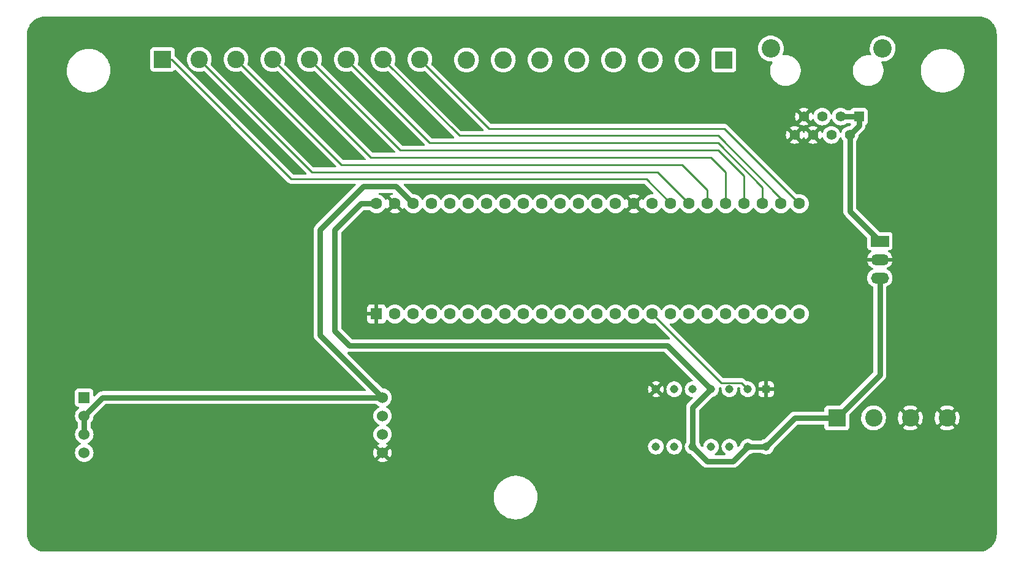
<source format=gbr>
G04 #@! TF.GenerationSoftware,KiCad,Pcbnew,(6.0.5-0)*
G04 #@! TF.CreationDate,2022-05-20T18:14:10-04:00*
G04 #@! TF.ProjectId,AntennaRemoteButtons,416e7465-6e6e-4615-9265-6d6f74654275,rev?*
G04 #@! TF.SameCoordinates,Original*
G04 #@! TF.FileFunction,Copper,L1,Top*
G04 #@! TF.FilePolarity,Positive*
%FSLAX46Y46*%
G04 Gerber Fmt 4.6, Leading zero omitted, Abs format (unit mm)*
G04 Created by KiCad (PCBNEW (6.0.5-0)) date 2022-05-20 18:14:10*
%MOMM*%
%LPD*%
G01*
G04 APERTURE LIST*
G04 #@! TA.AperFunction,ComponentPad*
%ADD10R,1.140000X1.140000*%
G04 #@! TD*
G04 #@! TA.AperFunction,ComponentPad*
%ADD11C,1.140000*%
G04 #@! TD*
G04 #@! TA.AperFunction,ComponentPad*
%ADD12R,1.530000X1.530000*%
G04 #@! TD*
G04 #@! TA.AperFunction,ComponentPad*
%ADD13C,1.530000*%
G04 #@! TD*
G04 #@! TA.AperFunction,ComponentPad*
%ADD14R,2.500000X1.500000*%
G04 #@! TD*
G04 #@! TA.AperFunction,ComponentPad*
%ADD15O,2.500000X1.500000*%
G04 #@! TD*
G04 #@! TA.AperFunction,ComponentPad*
%ADD16C,1.600000*%
G04 #@! TD*
G04 #@! TA.AperFunction,ComponentPad*
%ADD17R,1.600000X1.600000*%
G04 #@! TD*
G04 #@! TA.AperFunction,ComponentPad*
%ADD18R,2.400000X2.400000*%
G04 #@! TD*
G04 #@! TA.AperFunction,ComponentPad*
%ADD19C,2.400000*%
G04 #@! TD*
G04 #@! TA.AperFunction,ComponentPad*
%ADD20C,2.550000*%
G04 #@! TD*
G04 #@! TA.AperFunction,ComponentPad*
%ADD21C,1.408000*%
G04 #@! TD*
G04 #@! TA.AperFunction,ComponentPad*
%ADD22R,1.408000X1.408000*%
G04 #@! TD*
G04 #@! TA.AperFunction,Conductor*
%ADD23C,0.750000*%
G04 #@! TD*
G04 #@! TA.AperFunction,Conductor*
%ADD24C,0.250000*%
G04 #@! TD*
G04 APERTURE END LIST*
D10*
G04 #@! TO.P,U4,1,1OE*
G04 #@! TO.N,GND*
X142620000Y-82030000D03*
D11*
G04 #@! TO.P,U4,2,1A*
G04 #@! TO.N,/NEO33*
X140080000Y-82030000D03*
G04 #@! TO.P,U4,3,1Y*
G04 #@! TO.N,/NEO5V*
X137540000Y-82030000D03*
G04 #@! TO.P,U4,4,2OE*
G04 #@! TO.N,+5V*
X135000000Y-82030000D03*
G04 #@! TO.P,U4,5,2A*
G04 #@! TO.N,unconnected-(U4-Pad5)*
X132460000Y-82030000D03*
G04 #@! TO.P,U4,6,2Y*
G04 #@! TO.N,unconnected-(U4-Pad6)*
X129920000Y-82030000D03*
G04 #@! TO.P,U4,7,GND*
G04 #@! TO.N,GND*
X127380000Y-82030000D03*
G04 #@! TO.P,U4,8,3Y*
G04 #@! TO.N,unconnected-(U4-Pad8)*
X127380000Y-89970000D03*
G04 #@! TO.P,U4,9,3A*
G04 #@! TO.N,unconnected-(U4-Pad9)*
X129920000Y-89970000D03*
G04 #@! TO.P,U4,10,3OE*
G04 #@! TO.N,+5V*
X132460000Y-89970000D03*
G04 #@! TO.P,U4,11,4Y*
G04 #@! TO.N,unconnected-(U4-Pad11)*
X135000000Y-89970000D03*
G04 #@! TO.P,U4,12,4A*
G04 #@! TO.N,unconnected-(U4-Pad12)*
X137540000Y-89970000D03*
G04 #@! TO.P,U4,13,4OE*
G04 #@! TO.N,+5V*
X140080000Y-89970000D03*
G04 #@! TO.P,U4,14,Vcc*
X142620000Y-89970000D03*
G04 #@! TD*
D12*
G04 #@! TO.P,U3,1,RO*
G04 #@! TO.N,unconnected-(U3-Pad1)*
X48400000Y-83190000D03*
D13*
G04 #@! TO.P,U3,2,~{RE}*
G04 #@! TO.N,+3V3*
X48400000Y-85730000D03*
G04 #@! TO.P,U3,3,DE*
X48400000Y-88270000D03*
G04 #@! TO.P,U3,4,DI*
G04 #@! TO.N,/TX*
X48400000Y-90810000D03*
G04 #@! TO.P,U3,5,GND*
G04 #@! TO.N,GND*
X89620000Y-90810000D03*
G04 #@! TO.P,U3,6,A*
G04 #@! TO.N,Net-(J3-Pad5)*
X89620000Y-88270000D03*
G04 #@! TO.P,U3,7,B*
G04 #@! TO.N,Net-(J3-Pad4)*
X89620000Y-85730000D03*
G04 #@! TO.P,U3,8,VCC*
G04 #@! TO.N,+3V3*
X89620000Y-83190000D03*
G04 #@! TD*
D14*
G04 #@! TO.P,U2,1,Vin*
G04 #@! TO.N,+12V*
X158317500Y-61567500D03*
D15*
G04 #@! TO.P,U2,2,GND*
G04 #@! TO.N,GND*
X158317500Y-64107500D03*
G04 #@! TO.P,U2,3,Vout*
G04 #@! TO.N,+5V*
X158317500Y-66647500D03*
G04 #@! TD*
D16*
G04 #@! TO.P,U1,17,25_A11_RX6_SDA2*
G04 #@! TO.N,Net-(J1-Pad8)*
X129430000Y-71620000D03*
G04 #@! TO.P,U1,18,26_A12_MOSI1*
G04 #@! TO.N,Net-(J1-Pad7)*
X131970000Y-71620000D03*
G04 #@! TO.P,U1,19,27_A13_SCK1*
G04 #@! TO.N,Net-(J1-Pad6)*
X134510000Y-71620000D03*
G04 #@! TO.P,U1,20,28_RX7*
G04 #@! TO.N,Net-(J1-Pad5)*
X137050000Y-71620000D03*
G04 #@! TO.P,U1,16,24_A10_TX6_SCL2*
G04 #@! TO.N,/NEO33*
X126890000Y-71620000D03*
G04 #@! TO.P,U1,15,3V3*
G04 #@! TO.N,unconnected-(U1-Pad15)*
X124350000Y-71620000D03*
G04 #@! TO.P,U1,14,12_MISO_MQSL*
G04 #@! TO.N,unconnected-(U1-Pad14)*
X121810000Y-71620000D03*
G04 #@! TO.P,U1,21,29_TX7*
G04 #@! TO.N,Net-(J1-Pad4)*
X139590000Y-71620000D03*
G04 #@! TO.P,U1,22,30_CRX3*
G04 #@! TO.N,Net-(J1-Pad3)*
X142130000Y-71620000D03*
G04 #@! TO.P,U1,23,31_CTX3*
G04 #@! TO.N,Net-(J1-Pad2)*
X144670000Y-71620000D03*
G04 #@! TO.P,U1,24,32_OUT1B*
G04 #@! TO.N,Net-(J1-Pad1)*
X147210000Y-71620000D03*
G04 #@! TO.P,U1,25,33_MCLK2*
G04 #@! TO.N,Net-(J2-Pad8)*
X147210000Y-56380000D03*
G04 #@! TO.P,U1,26,34_RX8*
G04 #@! TO.N,Net-(J2-Pad7)*
X144670000Y-56380000D03*
G04 #@! TO.P,U1,27,35_TX8*
G04 #@! TO.N,Net-(J2-Pad6)*
X142130000Y-56380000D03*
G04 #@! TO.P,U1,28,36_CS*
G04 #@! TO.N,Net-(J2-Pad5)*
X139590000Y-56380000D03*
G04 #@! TO.P,U1,29,37_CS*
G04 #@! TO.N,Net-(J2-Pad4)*
X137050000Y-56380000D03*
G04 #@! TO.P,U1,30,38_CS1_IN1*
G04 #@! TO.N,Net-(J2-Pad3)*
X134510000Y-56380000D03*
G04 #@! TO.P,U1,31,39_MISO1_OUT1A*
G04 #@! TO.N,Net-(J2-Pad2)*
X131970000Y-56380000D03*
G04 #@! TO.P,U1,32,40_A16*
G04 #@! TO.N,Net-(J2-Pad1)*
X129430000Y-56380000D03*
G04 #@! TO.P,U1,33,41_A17*
G04 #@! TO.N,unconnected-(U1-Pad33)*
X126890000Y-56380000D03*
G04 #@! TO.P,U1,34,GND*
G04 #@! TO.N,GND*
X124350000Y-56380000D03*
G04 #@! TO.P,U1,13,11_MOSI_CTX1*
G04 #@! TO.N,unconnected-(U1-Pad13)*
X119270000Y-71620000D03*
G04 #@! TO.P,U1,12,10_CS_MQSR*
G04 #@! TO.N,unconnected-(U1-Pad12)*
X116730000Y-71620000D03*
G04 #@! TO.P,U1,11,9_OUT1C*
G04 #@! TO.N,unconnected-(U1-Pad11)*
X114190000Y-71620000D03*
G04 #@! TO.P,U1,10,8_TX2_IN1*
G04 #@! TO.N,unconnected-(U1-Pad10)*
X111650000Y-71620000D03*
G04 #@! TO.P,U1,9,7_RX2_OUT1A*
G04 #@! TO.N,unconnected-(U1-Pad9)*
X109110000Y-71620000D03*
G04 #@! TO.P,U1,8,6_OUT1D*
G04 #@! TO.N,unconnected-(U1-Pad8)*
X106570000Y-71620000D03*
G04 #@! TO.P,U1,7,5_IN2*
G04 #@! TO.N,unconnected-(U1-Pad7)*
X104030000Y-71620000D03*
G04 #@! TO.P,U1,6,4_BCLK2*
G04 #@! TO.N,unconnected-(U1-Pad6)*
X101490000Y-71620000D03*
G04 #@! TO.P,U1,5,3_LRCLK2*
G04 #@! TO.N,unconnected-(U1-Pad5)*
X98950000Y-71620000D03*
G04 #@! TO.P,U1,4,2_OUT2*
G04 #@! TO.N,unconnected-(U1-Pad4)*
X96410000Y-71620000D03*
G04 #@! TO.P,U1,3,1_TX1_CTX2_MISO1*
G04 #@! TO.N,/TX*
X93870000Y-71620000D03*
G04 #@! TO.P,U1,2,0_RX1_CRX2_CS1*
G04 #@! TO.N,unconnected-(U1-Pad2)*
X91330000Y-71620000D03*
D17*
G04 #@! TO.P,U1,1,GND*
G04 #@! TO.N,GND*
X88790000Y-71620000D03*
D16*
G04 #@! TO.P,U1,35,13_SCK_LED*
G04 #@! TO.N,unconnected-(U1-Pad35)*
X121810000Y-56380000D03*
G04 #@! TO.P,U1,36,14_A0_TX3_SPDIF_OUT*
G04 #@! TO.N,unconnected-(U1-Pad36)*
X119270000Y-56380000D03*
G04 #@! TO.P,U1,37,15_A1_RX3_SPDIF_IN*
G04 #@! TO.N,unconnected-(U1-Pad37)*
X116730000Y-56380000D03*
G04 #@! TO.P,U1,38,16_A2_RX4_SCL1*
G04 #@! TO.N,unconnected-(U1-Pad38)*
X114190000Y-56380000D03*
G04 #@! TO.P,U1,39,17_A3_TX4_SDA1*
G04 #@! TO.N,unconnected-(U1-Pad39)*
X111650000Y-56380000D03*
G04 #@! TO.P,U1,40,18_A4_SDA*
G04 #@! TO.N,unconnected-(U1-Pad40)*
X109110000Y-56380000D03*
G04 #@! TO.P,U1,41,19_A5_SCL*
G04 #@! TO.N,unconnected-(U1-Pad41)*
X106570000Y-56380000D03*
G04 #@! TO.P,U1,42,20_A6_TX5_LRCLK1*
G04 #@! TO.N,unconnected-(U1-Pad42)*
X104030000Y-56380000D03*
G04 #@! TO.P,U1,43,21_A7_RX5_BCLK1*
G04 #@! TO.N,unconnected-(U1-Pad43)*
X101490000Y-56380000D03*
G04 #@! TO.P,U1,44,22_A8_CTX1*
G04 #@! TO.N,unconnected-(U1-Pad44)*
X98950000Y-56380000D03*
G04 #@! TO.P,U1,45,23_A9_CRX1_MCLK1*
G04 #@! TO.N,unconnected-(U1-Pad45)*
X96410000Y-56380000D03*
G04 #@! TO.P,U1,46,3V3*
G04 #@! TO.N,+3V3*
X93870000Y-56380000D03*
G04 #@! TO.P,U1,47,GND*
G04 #@! TO.N,GND*
X91330000Y-56380000D03*
G04 #@! TO.P,U1,48,VIN*
G04 #@! TO.N,+5V*
X88790000Y-56380000D03*
G04 #@! TD*
D18*
G04 #@! TO.P,J4,1,Pin_1*
G04 #@! TO.N,+5V*
X152380000Y-86000000D03*
D19*
G04 #@! TO.P,J4,2,Pin_2*
G04 #@! TO.N,/NEO5V*
X157460000Y-86000000D03*
G04 #@! TO.P,J4,3,Pin_3*
G04 #@! TO.N,GND*
X162540000Y-86000000D03*
G04 #@! TO.P,J4,4,Pin_4*
X167620000Y-86000000D03*
G04 #@! TD*
D20*
G04 #@! TO.P,J3,S2*
G04 #@! TO.N,N/C*
X143285000Y-34950000D03*
G04 #@! TO.P,J3,S1*
X158715000Y-34950000D03*
D21*
G04 #@! TO.P,J3,8*
G04 #@! TO.N,GND*
X146555000Y-46890000D03*
G04 #@! TO.P,J3,7*
X147825000Y-44350000D03*
D22*
G04 #@! TO.P,J3,1*
G04 #@! TO.N,+12V*
X155445000Y-44350000D03*
D21*
G04 #@! TO.P,J3,3*
X152905000Y-44350000D03*
G04 #@! TO.P,J3,5*
G04 #@! TO.N,Net-(J3-Pad5)*
X150365000Y-44350000D03*
G04 #@! TO.P,J3,2*
G04 #@! TO.N,+12V*
X154175000Y-46890000D03*
G04 #@! TO.P,J3,4*
G04 #@! TO.N,Net-(J3-Pad4)*
X151635000Y-46890000D03*
G04 #@! TO.P,J3,6*
G04 #@! TO.N,GND*
X149095000Y-46890000D03*
G04 #@! TD*
D18*
G04 #@! TO.P,J2,1,Pin_1*
G04 #@! TO.N,Net-(J2-Pad1)*
X59220000Y-36462500D03*
D19*
G04 #@! TO.P,J2,2,Pin_2*
G04 #@! TO.N,Net-(J2-Pad2)*
X64300000Y-36462500D03*
G04 #@! TO.P,J2,3,Pin_3*
G04 #@! TO.N,Net-(J2-Pad3)*
X69380000Y-36462500D03*
G04 #@! TO.P,J2,4,Pin_4*
G04 #@! TO.N,Net-(J2-Pad4)*
X74460000Y-36462500D03*
G04 #@! TO.P,J2,5,Pin_5*
G04 #@! TO.N,Net-(J2-Pad5)*
X79540000Y-36462500D03*
G04 #@! TO.P,J2,6,Pin_6*
G04 #@! TO.N,Net-(J2-Pad6)*
X84620000Y-36462500D03*
G04 #@! TO.P,J2,7,Pin_7*
G04 #@! TO.N,Net-(J2-Pad7)*
X89700000Y-36462500D03*
G04 #@! TO.P,J2,8,Pin_8*
G04 #@! TO.N,Net-(J2-Pad8)*
X94780000Y-36462500D03*
G04 #@! TD*
D18*
G04 #@! TO.P,J1,1,Pin_1*
G04 #@! TO.N,Net-(J1-Pad1)*
X136780000Y-36537500D03*
D19*
G04 #@! TO.P,J1,2,Pin_2*
G04 #@! TO.N,Net-(J1-Pad2)*
X131700000Y-36537500D03*
G04 #@! TO.P,J1,3,Pin_3*
G04 #@! TO.N,Net-(J1-Pad3)*
X126620000Y-36537500D03*
G04 #@! TO.P,J1,4,Pin_4*
G04 #@! TO.N,Net-(J1-Pad4)*
X121540000Y-36537500D03*
G04 #@! TO.P,J1,5,Pin_5*
G04 #@! TO.N,Net-(J1-Pad5)*
X116460000Y-36537500D03*
G04 #@! TO.P,J1,6,Pin_6*
G04 #@! TO.N,Net-(J1-Pad6)*
X111380000Y-36537500D03*
G04 #@! TO.P,J1,7,Pin_7*
G04 #@! TO.N,Net-(J1-Pad7)*
X106300000Y-36537500D03*
G04 #@! TO.P,J1,8,Pin_8*
G04 #@! TO.N,Net-(J1-Pad8)*
X101220000Y-36537500D03*
G04 #@! TD*
D23*
G04 #@! TO.N,+3V3*
X48400000Y-85730000D02*
X48400000Y-88270000D01*
X89620000Y-83190000D02*
X50940000Y-83190000D01*
X50940000Y-83190000D02*
X48400000Y-85730000D01*
X93870000Y-56380000D02*
X91490000Y-54000000D01*
X81000000Y-74570000D02*
X89620000Y-83190000D01*
X91490000Y-54000000D02*
X87000000Y-54000000D01*
X87000000Y-54000000D02*
X81000000Y-60000000D01*
X81000000Y-60000000D02*
X81000000Y-74570000D01*
D24*
G04 #@! TO.N,/NEO33*
X140080000Y-82030000D02*
X139185489Y-81135489D01*
X139185489Y-81135489D02*
X136405489Y-81135489D01*
X136405489Y-81135489D02*
X126890000Y-71620000D01*
G04 #@! TO.N,Net-(J2-Pad1)*
X59220000Y-36462500D02*
X60462500Y-36462500D01*
X126050000Y-53000000D02*
X129430000Y-56380000D01*
X60462500Y-36462500D02*
X77000000Y-53000000D01*
X77000000Y-53000000D02*
X126050000Y-53000000D01*
G04 #@! TO.N,Net-(J2-Pad2)*
X131970000Y-56380000D02*
X127590000Y-52000000D01*
X127590000Y-52000000D02*
X79837500Y-52000000D01*
X79837500Y-52000000D02*
X64300000Y-36462500D01*
G04 #@! TO.N,Net-(J2-Pad3)*
X69380000Y-36462500D02*
X83917500Y-51000000D01*
X83917500Y-51000000D02*
X131000000Y-51000000D01*
X131000000Y-51000000D02*
X134510000Y-54510000D01*
X134510000Y-54510000D02*
X134510000Y-56380000D01*
G04 #@! TO.N,Net-(J2-Pad4)*
X137050000Y-52050000D02*
X135000000Y-50000000D01*
X135000000Y-50000000D02*
X87997500Y-50000000D01*
X137050000Y-56380000D02*
X137050000Y-52050000D01*
X87997500Y-50000000D02*
X74460000Y-36462500D01*
G04 #@! TO.N,Net-(J2-Pad5)*
X79540000Y-36462500D02*
X92077500Y-49000000D01*
X92077500Y-49000000D02*
X136000000Y-49000000D01*
X136000000Y-49000000D02*
X139590000Y-52590000D01*
X139590000Y-52590000D02*
X139590000Y-56380000D01*
G04 #@! TO.N,Net-(J2-Pad6)*
X142130000Y-54130000D02*
X136000000Y-48000000D01*
X142130000Y-56380000D02*
X142130000Y-54130000D01*
X136000000Y-48000000D02*
X96157500Y-48000000D01*
X96157500Y-48000000D02*
X84620000Y-36462500D01*
G04 #@! TO.N,Net-(J2-Pad7)*
X89700000Y-36462500D02*
X100237500Y-47000000D01*
X100237500Y-47000000D02*
X136000000Y-47000000D01*
X136000000Y-47000000D02*
X144670000Y-55670000D01*
X144670000Y-55670000D02*
X144670000Y-56380000D01*
G04 #@! TO.N,Net-(J2-Pad8)*
X147210000Y-56380000D02*
X136830000Y-46000000D01*
X104317500Y-46000000D02*
X94780000Y-36462500D01*
X136830000Y-46000000D02*
X104317500Y-46000000D01*
D23*
G04 #@! TO.N,+5V*
X135000000Y-82030000D02*
X128970000Y-76000000D01*
X128970000Y-76000000D02*
X85000000Y-76000000D01*
X85000000Y-76000000D02*
X83000000Y-74000000D01*
X83000000Y-74000000D02*
X83000000Y-60000000D01*
X83000000Y-60000000D02*
X86620000Y-56380000D01*
X86620000Y-56380000D02*
X88790000Y-56380000D01*
X132460000Y-89970000D02*
X132460000Y-84570000D01*
X132460000Y-84570000D02*
X135000000Y-82030000D01*
X140080000Y-89970000D02*
X138050000Y-92000000D01*
X138050000Y-92000000D02*
X134490000Y-92000000D01*
X134490000Y-92000000D02*
X132460000Y-89970000D01*
X142620000Y-89970000D02*
X140080000Y-89970000D01*
X152380000Y-86000000D02*
X146590000Y-86000000D01*
X146590000Y-86000000D02*
X142620000Y-89970000D01*
X158317500Y-66647500D02*
X158317500Y-80062500D01*
X158317500Y-80062500D02*
X152380000Y-86000000D01*
G04 #@! TO.N,+12V*
X154175000Y-46890000D02*
X154175000Y-57425000D01*
X154175000Y-57425000D02*
X158317500Y-61567500D01*
X155445000Y-44350000D02*
X155445000Y-45620000D01*
X155445000Y-45620000D02*
X154175000Y-46890000D01*
X152905000Y-44350000D02*
X155445000Y-44350000D01*
G04 #@! TD*
G04 #@! TA.AperFunction,Conductor*
G04 #@! TO.N,GND*
G36*
X171970018Y-30510000D02*
G01*
X171984851Y-30512310D01*
X171984855Y-30512310D01*
X171993724Y-30513691D01*
X172010923Y-30511442D01*
X172034863Y-30510609D01*
X172292710Y-30526206D01*
X172307814Y-30528040D01*
X172379786Y-30541229D01*
X172588760Y-30579525D01*
X172603526Y-30583164D01*
X172876231Y-30668142D01*
X172890445Y-30673534D01*
X173108223Y-30771547D01*
X173150906Y-30790757D01*
X173164379Y-30797828D01*
X173408813Y-30945595D01*
X173421334Y-30954238D01*
X173646171Y-31130385D01*
X173657560Y-31140475D01*
X173859525Y-31342440D01*
X173869615Y-31353829D01*
X174045762Y-31578666D01*
X174054405Y-31591187D01*
X174202172Y-31835621D01*
X174209242Y-31849092D01*
X174326466Y-32109555D01*
X174331859Y-32123773D01*
X174416836Y-32396473D01*
X174420477Y-32411246D01*
X174471960Y-32692186D01*
X174473794Y-32707290D01*
X174488953Y-32957904D01*
X174487692Y-32984716D01*
X174487690Y-32984852D01*
X174486309Y-32993724D01*
X174487473Y-33002626D01*
X174487473Y-33002628D01*
X174490436Y-33025283D01*
X174491500Y-33041621D01*
X174491500Y-101950633D01*
X174490000Y-101970018D01*
X174487690Y-101984851D01*
X174487690Y-101984855D01*
X174486309Y-101993724D01*
X174488558Y-102010919D01*
X174489391Y-102034863D01*
X174473794Y-102292710D01*
X174471960Y-102307814D01*
X174420477Y-102588754D01*
X174416836Y-102603527D01*
X174331859Y-102876227D01*
X174326466Y-102890445D01*
X174209243Y-103150906D01*
X174202172Y-103164379D01*
X174054405Y-103408813D01*
X174045762Y-103421334D01*
X173869615Y-103646171D01*
X173859525Y-103657560D01*
X173657560Y-103859525D01*
X173646171Y-103869615D01*
X173421334Y-104045762D01*
X173408813Y-104054405D01*
X173164379Y-104202172D01*
X173150908Y-104209242D01*
X172890445Y-104326466D01*
X172876231Y-104331858D01*
X172603527Y-104416836D01*
X172588760Y-104420475D01*
X172379786Y-104458771D01*
X172307814Y-104471960D01*
X172292710Y-104473794D01*
X172042096Y-104488953D01*
X172015284Y-104487692D01*
X172015148Y-104487690D01*
X172006276Y-104486309D01*
X171997374Y-104487473D01*
X171997372Y-104487473D01*
X171982707Y-104489391D01*
X171974714Y-104490436D01*
X171958379Y-104491500D01*
X43049367Y-104491500D01*
X43029982Y-104490000D01*
X43015149Y-104487690D01*
X43015145Y-104487690D01*
X43006276Y-104486309D01*
X42989077Y-104488558D01*
X42965137Y-104489391D01*
X42707290Y-104473794D01*
X42692186Y-104471960D01*
X42620214Y-104458771D01*
X42411240Y-104420475D01*
X42396473Y-104416836D01*
X42123769Y-104331858D01*
X42109555Y-104326466D01*
X41849092Y-104209242D01*
X41835621Y-104202172D01*
X41591187Y-104054405D01*
X41578666Y-104045762D01*
X41353829Y-103869615D01*
X41342440Y-103859525D01*
X41140475Y-103657560D01*
X41130385Y-103646171D01*
X40954238Y-103421334D01*
X40945595Y-103408813D01*
X40797828Y-103164379D01*
X40790757Y-103150906D01*
X40673534Y-102890445D01*
X40668141Y-102876227D01*
X40583164Y-102603527D01*
X40579523Y-102588754D01*
X40528040Y-102307814D01*
X40526206Y-102292710D01*
X40511269Y-102045768D01*
X40512520Y-102022216D01*
X40512334Y-102022199D01*
X40512769Y-102017350D01*
X40513576Y-102012552D01*
X40513729Y-102000000D01*
X40509773Y-101972376D01*
X40508500Y-101954514D01*
X40508500Y-97126196D01*
X104989044Y-97126196D01*
X104989405Y-97129810D01*
X104989405Y-97129816D01*
X105013694Y-97373157D01*
X105023503Y-97471431D01*
X105097414Y-97810417D01*
X105209797Y-98138661D01*
X105359163Y-98451812D01*
X105543532Y-98745721D01*
X105545804Y-98748557D01*
X105545809Y-98748564D01*
X105602252Y-98819016D01*
X105760459Y-99016491D01*
X106007071Y-99260534D01*
X106280098Y-99474614D01*
X106575921Y-99655895D01*
X106579206Y-99657420D01*
X106579210Y-99657422D01*
X106818653Y-99768567D01*
X106890620Y-99801973D01*
X106994926Y-99836469D01*
X107216578Y-99909774D01*
X107216583Y-99909775D01*
X107220023Y-99910913D01*
X107223578Y-99911649D01*
X107223581Y-99911650D01*
X107556214Y-99980535D01*
X107556217Y-99980535D01*
X107559764Y-99981270D01*
X107698221Y-99993627D01*
X107862076Y-100008251D01*
X107862082Y-100008251D01*
X107864869Y-100008500D01*
X108088432Y-100008500D01*
X108090251Y-100008395D01*
X108090255Y-100008395D01*
X108342754Y-99993836D01*
X108342759Y-99993835D01*
X108346374Y-99993627D01*
X108421388Y-99980535D01*
X108684585Y-99934600D01*
X108684592Y-99934598D01*
X108688158Y-99933976D01*
X108691633Y-99932947D01*
X108691640Y-99932945D01*
X108824863Y-99893482D01*
X109020820Y-99835437D01*
X109024159Y-99834013D01*
X109336614Y-99700740D01*
X109336617Y-99700738D01*
X109339952Y-99699316D01*
X109343099Y-99697521D01*
X109343103Y-99697519D01*
X109638184Y-99529208D01*
X109641324Y-99527417D01*
X109920940Y-99322018D01*
X110175096Y-99085842D01*
X110400422Y-98822019D01*
X110593931Y-98534047D01*
X110753060Y-98225741D01*
X110875698Y-97901189D01*
X110960220Y-97564692D01*
X111005506Y-97220711D01*
X111010956Y-96873804D01*
X111001163Y-96775685D01*
X110976857Y-96532177D01*
X110976497Y-96528569D01*
X110902586Y-96189583D01*
X110790203Y-95861339D01*
X110640837Y-95548188D01*
X110456468Y-95254279D01*
X110454196Y-95251443D01*
X110454191Y-95251436D01*
X110241813Y-94986345D01*
X110239541Y-94983509D01*
X109992929Y-94739466D01*
X109719902Y-94525386D01*
X109424079Y-94344105D01*
X109420794Y-94342580D01*
X109420790Y-94342578D01*
X109112663Y-94199551D01*
X109109380Y-94198027D01*
X108939112Y-94141716D01*
X108783422Y-94090226D01*
X108783417Y-94090225D01*
X108779977Y-94089087D01*
X108776422Y-94088351D01*
X108776419Y-94088350D01*
X108443786Y-94019465D01*
X108443783Y-94019465D01*
X108440236Y-94018730D01*
X108285947Y-94004960D01*
X108137924Y-93991749D01*
X108137918Y-93991749D01*
X108135131Y-93991500D01*
X107911568Y-93991500D01*
X107909749Y-93991605D01*
X107909745Y-93991605D01*
X107657246Y-94006164D01*
X107657241Y-94006165D01*
X107653626Y-94006373D01*
X107584669Y-94018408D01*
X107315415Y-94065400D01*
X107315408Y-94065402D01*
X107311842Y-94066024D01*
X107308367Y-94067053D01*
X107308360Y-94067055D01*
X107230137Y-94090226D01*
X106979180Y-94164563D01*
X106975844Y-94165986D01*
X106975841Y-94165987D01*
X106663386Y-94299260D01*
X106663383Y-94299262D01*
X106660048Y-94300684D01*
X106656901Y-94302479D01*
X106656897Y-94302481D01*
X106580602Y-94345999D01*
X106358676Y-94472583D01*
X106079060Y-94677982D01*
X105824904Y-94914158D01*
X105599578Y-95177981D01*
X105406069Y-95465953D01*
X105246940Y-95774259D01*
X105124302Y-96098811D01*
X105039780Y-96435308D01*
X104994494Y-96779289D01*
X104989044Y-97126196D01*
X40508500Y-97126196D01*
X40508500Y-90810000D01*
X47121635Y-90810000D01*
X47141056Y-91031986D01*
X47198730Y-91247227D01*
X47201052Y-91252208D01*
X47201053Y-91252209D01*
X47290577Y-91444195D01*
X47290580Y-91444200D01*
X47292903Y-91449182D01*
X47420716Y-91631717D01*
X47578283Y-91789284D01*
X47760817Y-91917097D01*
X47765799Y-91919420D01*
X47765804Y-91919423D01*
X47956779Y-92008475D01*
X47962773Y-92011270D01*
X47968081Y-92012692D01*
X47968083Y-92012693D01*
X48034465Y-92030480D01*
X48178014Y-92068944D01*
X48400000Y-92088365D01*
X48621986Y-92068944D01*
X48765535Y-92030480D01*
X48831917Y-92012693D01*
X48831919Y-92012692D01*
X48837227Y-92011270D01*
X48843221Y-92008475D01*
X49034196Y-91919423D01*
X49034201Y-91919420D01*
X49039183Y-91917097D01*
X49105113Y-91870932D01*
X88923623Y-91870932D01*
X88932916Y-91882945D01*
X88976569Y-91913512D01*
X88986047Y-91918984D01*
X89177962Y-92008475D01*
X89188255Y-92012221D01*
X89392786Y-92067025D01*
X89403581Y-92068928D01*
X89614525Y-92087384D01*
X89625475Y-92087384D01*
X89836419Y-92068928D01*
X89847214Y-92067025D01*
X90051745Y-92012221D01*
X90062038Y-92008475D01*
X90253953Y-91918984D01*
X90263431Y-91913512D01*
X90307920Y-91882359D01*
X90316294Y-91871883D01*
X90309226Y-91858436D01*
X89632812Y-91182022D01*
X89618868Y-91174408D01*
X89617035Y-91174539D01*
X89610420Y-91178790D01*
X88930053Y-91859157D01*
X88923623Y-91870932D01*
X49105113Y-91870932D01*
X49221717Y-91789284D01*
X49379284Y-91631717D01*
X49507097Y-91449182D01*
X49509420Y-91444200D01*
X49509423Y-91444195D01*
X49598947Y-91252209D01*
X49598948Y-91252208D01*
X49601270Y-91247227D01*
X49658944Y-91031986D01*
X49677886Y-90815475D01*
X88342616Y-90815475D01*
X88361072Y-91026419D01*
X88362975Y-91037214D01*
X88417779Y-91241745D01*
X88421525Y-91252037D01*
X88511012Y-91443944D01*
X88516495Y-91453439D01*
X88547640Y-91497919D01*
X88558117Y-91506294D01*
X88571564Y-91499226D01*
X89247978Y-90822812D01*
X89254356Y-90811132D01*
X89984408Y-90811132D01*
X89984539Y-90812965D01*
X89988790Y-90819580D01*
X90669157Y-91499947D01*
X90680932Y-91506377D01*
X90692947Y-91497081D01*
X90723505Y-91453439D01*
X90728988Y-91443944D01*
X90818475Y-91252037D01*
X90822221Y-91241745D01*
X90877025Y-91037214D01*
X90878928Y-91026419D01*
X90897384Y-90815475D01*
X90897384Y-90804525D01*
X90878928Y-90593581D01*
X90877025Y-90582786D01*
X90822221Y-90378255D01*
X90818475Y-90367963D01*
X90728988Y-90176056D01*
X90723505Y-90166561D01*
X90692360Y-90122081D01*
X90681883Y-90113706D01*
X90668436Y-90120774D01*
X89992022Y-90797188D01*
X89984408Y-90811132D01*
X89254356Y-90811132D01*
X89255592Y-90808868D01*
X89255461Y-90807035D01*
X89251210Y-90800420D01*
X88570843Y-90120053D01*
X88559068Y-90113623D01*
X88547053Y-90122919D01*
X88516495Y-90166561D01*
X88511012Y-90176056D01*
X88421525Y-90367963D01*
X88417779Y-90378255D01*
X88362975Y-90582786D01*
X88361072Y-90593581D01*
X88342616Y-90804525D01*
X88342616Y-90815475D01*
X49677886Y-90815475D01*
X49678365Y-90810000D01*
X49658944Y-90588014D01*
X49601270Y-90372773D01*
X49579438Y-90325953D01*
X49509423Y-90175805D01*
X49509420Y-90175800D01*
X49507097Y-90170818D01*
X49403579Y-90022979D01*
X49382443Y-89992794D01*
X49382441Y-89992791D01*
X49379284Y-89988283D01*
X49221717Y-89830716D01*
X49199556Y-89815198D01*
X49119227Y-89758951D01*
X49039183Y-89702903D01*
X49034201Y-89700580D01*
X49034196Y-89700577D01*
X48934728Y-89654195D01*
X48881443Y-89607278D01*
X48861982Y-89539001D01*
X48882524Y-89471041D01*
X48934728Y-89425805D01*
X49034196Y-89379423D01*
X49034201Y-89379420D01*
X49039183Y-89377097D01*
X49221717Y-89249284D01*
X49379284Y-89091717D01*
X49395342Y-89068785D01*
X49450231Y-88990394D01*
X49507097Y-88909182D01*
X49509420Y-88904200D01*
X49509423Y-88904195D01*
X49598947Y-88712209D01*
X49598948Y-88712208D01*
X49601270Y-88707227D01*
X49658944Y-88491986D01*
X49678365Y-88270000D01*
X49658944Y-88048014D01*
X49601270Y-87832773D01*
X49540505Y-87702461D01*
X49509423Y-87635805D01*
X49509420Y-87635800D01*
X49507097Y-87630818D01*
X49379284Y-87448283D01*
X49320405Y-87389404D01*
X49286379Y-87327092D01*
X49283500Y-87300309D01*
X49283500Y-86699691D01*
X49303502Y-86631570D01*
X49320405Y-86610596D01*
X49379284Y-86551717D01*
X49507097Y-86369182D01*
X49509420Y-86364200D01*
X49509423Y-86364195D01*
X49598947Y-86172209D01*
X49598948Y-86172208D01*
X49601270Y-86167227D01*
X49658944Y-85951986D01*
X49677140Y-85744005D01*
X49703004Y-85677887D01*
X49713566Y-85665892D01*
X51269053Y-84110405D01*
X51331365Y-84076379D01*
X51358148Y-84073500D01*
X88650309Y-84073500D01*
X88718430Y-84093502D01*
X88739404Y-84110405D01*
X88798283Y-84169284D01*
X88802792Y-84172441D01*
X88802794Y-84172443D01*
X88846355Y-84202945D01*
X88980817Y-84297097D01*
X88985802Y-84299421D01*
X88985808Y-84299425D01*
X89085272Y-84345805D01*
X89138558Y-84392722D01*
X89158019Y-84460999D01*
X89137478Y-84528959D01*
X89085273Y-84574195D01*
X88985805Y-84620577D01*
X88985800Y-84620580D01*
X88980818Y-84622903D01*
X88798283Y-84750716D01*
X88640716Y-84908283D01*
X88637559Y-84912791D01*
X88637557Y-84912794D01*
X88584794Y-84988148D01*
X88512903Y-85090818D01*
X88510580Y-85095800D01*
X88510577Y-85095805D01*
X88424082Y-85281296D01*
X88418730Y-85292773D01*
X88361056Y-85508014D01*
X88341635Y-85730000D01*
X88361056Y-85951986D01*
X88418730Y-86167227D01*
X88421052Y-86172208D01*
X88421053Y-86172209D01*
X88510577Y-86364195D01*
X88510580Y-86364200D01*
X88512903Y-86369182D01*
X88640716Y-86551717D01*
X88798283Y-86709284D01*
X88980817Y-86837097D01*
X88985802Y-86839421D01*
X88985808Y-86839425D01*
X89085272Y-86885805D01*
X89138558Y-86932722D01*
X89158019Y-87000999D01*
X89137478Y-87068959D01*
X89085273Y-87114195D01*
X88985805Y-87160577D01*
X88985800Y-87160580D01*
X88980818Y-87162903D01*
X88798283Y-87290716D01*
X88640716Y-87448283D01*
X88512903Y-87630818D01*
X88510580Y-87635800D01*
X88510577Y-87635805D01*
X88479495Y-87702461D01*
X88418730Y-87832773D01*
X88361056Y-88048014D01*
X88341635Y-88270000D01*
X88361056Y-88491986D01*
X88418730Y-88707227D01*
X88421052Y-88712208D01*
X88421053Y-88712209D01*
X88510577Y-88904195D01*
X88510580Y-88904200D01*
X88512903Y-88909182D01*
X88569769Y-88990394D01*
X88624659Y-89068785D01*
X88640716Y-89091717D01*
X88798283Y-89249284D01*
X88980817Y-89377097D01*
X88985802Y-89379421D01*
X88985808Y-89379425D01*
X89085864Y-89426081D01*
X89139150Y-89472998D01*
X89158611Y-89541275D01*
X89138070Y-89609235D01*
X89085865Y-89654471D01*
X88986056Y-89701012D01*
X88976561Y-89706495D01*
X88932081Y-89737640D01*
X88923706Y-89748117D01*
X88930774Y-89761564D01*
X89607188Y-90437978D01*
X89621132Y-90445592D01*
X89622965Y-90445461D01*
X89629580Y-90441210D01*
X90129143Y-89941647D01*
X126297251Y-89941647D01*
X126310215Y-90139437D01*
X126359006Y-90331553D01*
X126441991Y-90511560D01*
X126556389Y-90673430D01*
X126560523Y-90677457D01*
X126690962Y-90804525D01*
X126698370Y-90811742D01*
X126703166Y-90814947D01*
X126703169Y-90814949D01*
X126792646Y-90874735D01*
X126863180Y-90921864D01*
X126868483Y-90924142D01*
X126868486Y-90924144D01*
X127039991Y-90997828D01*
X127045298Y-91000108D01*
X127139111Y-91021336D01*
X127232988Y-91042579D01*
X127232991Y-91042579D01*
X127238624Y-91043854D01*
X127244395Y-91044081D01*
X127244397Y-91044081D01*
X127304085Y-91046426D01*
X127436686Y-91051636D01*
X127442395Y-91050808D01*
X127442399Y-91050808D01*
X127627134Y-91024022D01*
X127627138Y-91024021D01*
X127632849Y-91023193D01*
X127820545Y-90959479D01*
X127993486Y-90862628D01*
X128063347Y-90804525D01*
X128141448Y-90739568D01*
X128145881Y-90735881D01*
X128272628Y-90583486D01*
X128369479Y-90410545D01*
X128433193Y-90222849D01*
X128440015Y-90175805D01*
X128461104Y-90030356D01*
X128461104Y-90030354D01*
X128461636Y-90026686D01*
X128463120Y-89970000D01*
X128460515Y-89941647D01*
X128837251Y-89941647D01*
X128850215Y-90139437D01*
X128899006Y-90331553D01*
X128981991Y-90511560D01*
X129096389Y-90673430D01*
X129100523Y-90677457D01*
X129230962Y-90804525D01*
X129238370Y-90811742D01*
X129243166Y-90814947D01*
X129243169Y-90814949D01*
X129332646Y-90874735D01*
X129403180Y-90921864D01*
X129408483Y-90924142D01*
X129408486Y-90924144D01*
X129579991Y-90997828D01*
X129585298Y-91000108D01*
X129679111Y-91021336D01*
X129772988Y-91042579D01*
X129772991Y-91042579D01*
X129778624Y-91043854D01*
X129784395Y-91044081D01*
X129784397Y-91044081D01*
X129844085Y-91046426D01*
X129976686Y-91051636D01*
X129982395Y-91050808D01*
X129982399Y-91050808D01*
X130167134Y-91024022D01*
X130167138Y-91024021D01*
X130172849Y-91023193D01*
X130360545Y-90959479D01*
X130533486Y-90862628D01*
X130603347Y-90804525D01*
X130681448Y-90739568D01*
X130685881Y-90735881D01*
X130812628Y-90583486D01*
X130909479Y-90410545D01*
X130973193Y-90222849D01*
X130980015Y-90175805D01*
X131001104Y-90030356D01*
X131001104Y-90030354D01*
X131001636Y-90026686D01*
X131003120Y-89970000D01*
X130984983Y-89772617D01*
X130981663Y-89760843D01*
X130958082Y-89677231D01*
X130931180Y-89581845D01*
X130843512Y-89404071D01*
X130825107Y-89379423D01*
X130728368Y-89249875D01*
X130728368Y-89249874D01*
X130724915Y-89245251D01*
X130579362Y-89110703D01*
X130510195Y-89067062D01*
X130416610Y-89008014D01*
X130416605Y-89008012D01*
X130411726Y-89004933D01*
X130227623Y-88931483D01*
X130033217Y-88892813D01*
X130027443Y-88892737D01*
X130027439Y-88892737D01*
X129927177Y-88891425D01*
X129835019Y-88890219D01*
X129829322Y-88891198D01*
X129829321Y-88891198D01*
X129645365Y-88922807D01*
X129645364Y-88922807D01*
X129639668Y-88923786D01*
X129453705Y-88992392D01*
X129448744Y-88995344D01*
X129448743Y-88995344D01*
X129432626Y-89004933D01*
X129283358Y-89093738D01*
X129134333Y-89224429D01*
X129130766Y-89228954D01*
X129130761Y-89228959D01*
X129034955Y-89350489D01*
X129011619Y-89380091D01*
X129008931Y-89385200D01*
X128922017Y-89550396D01*
X128922015Y-89550401D01*
X128919328Y-89555508D01*
X128903253Y-89607278D01*
X128873561Y-89702903D01*
X128860549Y-89744807D01*
X128837251Y-89941647D01*
X128460515Y-89941647D01*
X128444983Y-89772617D01*
X128441663Y-89760843D01*
X128418082Y-89677231D01*
X128391180Y-89581845D01*
X128303512Y-89404071D01*
X128285107Y-89379423D01*
X128188368Y-89249875D01*
X128188368Y-89249874D01*
X128184915Y-89245251D01*
X128039362Y-89110703D01*
X127970195Y-89067062D01*
X127876610Y-89008014D01*
X127876605Y-89008012D01*
X127871726Y-89004933D01*
X127687623Y-88931483D01*
X127493217Y-88892813D01*
X127487443Y-88892737D01*
X127487439Y-88892737D01*
X127387177Y-88891425D01*
X127295019Y-88890219D01*
X127289322Y-88891198D01*
X127289321Y-88891198D01*
X127105365Y-88922807D01*
X127105364Y-88922807D01*
X127099668Y-88923786D01*
X126913705Y-88992392D01*
X126908744Y-88995344D01*
X126908743Y-88995344D01*
X126892626Y-89004933D01*
X126743358Y-89093738D01*
X126594333Y-89224429D01*
X126590766Y-89228954D01*
X126590761Y-89228959D01*
X126494955Y-89350489D01*
X126471619Y-89380091D01*
X126468931Y-89385200D01*
X126382017Y-89550396D01*
X126382015Y-89550401D01*
X126379328Y-89555508D01*
X126363253Y-89607278D01*
X126333561Y-89702903D01*
X126320549Y-89744807D01*
X126297251Y-89941647D01*
X90129143Y-89941647D01*
X90309947Y-89760843D01*
X90316377Y-89749068D01*
X90307084Y-89737055D01*
X90263431Y-89706488D01*
X90253953Y-89701016D01*
X90154136Y-89654471D01*
X90100851Y-89607554D01*
X90081390Y-89539277D01*
X90101932Y-89471317D01*
X90154136Y-89426081D01*
X90254196Y-89379423D01*
X90254201Y-89379420D01*
X90259183Y-89377097D01*
X90441717Y-89249284D01*
X90599284Y-89091717D01*
X90615342Y-89068785D01*
X90670231Y-88990394D01*
X90727097Y-88909182D01*
X90729420Y-88904200D01*
X90729423Y-88904195D01*
X90818947Y-88712209D01*
X90818948Y-88712208D01*
X90821270Y-88707227D01*
X90878944Y-88491986D01*
X90898365Y-88270000D01*
X90878944Y-88048014D01*
X90821270Y-87832773D01*
X90760505Y-87702461D01*
X90729423Y-87635805D01*
X90729420Y-87635800D01*
X90727097Y-87630818D01*
X90599284Y-87448283D01*
X90441717Y-87290716D01*
X90259183Y-87162903D01*
X90254201Y-87160580D01*
X90254196Y-87160577D01*
X90154728Y-87114195D01*
X90101443Y-87067278D01*
X90081982Y-86999001D01*
X90102524Y-86931041D01*
X90154728Y-86885805D01*
X90254196Y-86839423D01*
X90254201Y-86839420D01*
X90259183Y-86837097D01*
X90441717Y-86709284D01*
X90599284Y-86551717D01*
X90727097Y-86369182D01*
X90729420Y-86364200D01*
X90729423Y-86364195D01*
X90818947Y-86172209D01*
X90818948Y-86172208D01*
X90821270Y-86167227D01*
X90878944Y-85951986D01*
X90898365Y-85730000D01*
X90878944Y-85508014D01*
X90821270Y-85292773D01*
X90815918Y-85281296D01*
X90729423Y-85095805D01*
X90729420Y-85095800D01*
X90727097Y-85090818D01*
X90655206Y-84988148D01*
X90602443Y-84912794D01*
X90602441Y-84912791D01*
X90599284Y-84908283D01*
X90441717Y-84750716D01*
X90259183Y-84622903D01*
X90254201Y-84620580D01*
X90254196Y-84620577D01*
X90154728Y-84574195D01*
X90101443Y-84527278D01*
X90081982Y-84459001D01*
X90102524Y-84391041D01*
X90154728Y-84345805D01*
X90254196Y-84299423D01*
X90254201Y-84299420D01*
X90259183Y-84297097D01*
X90393645Y-84202945D01*
X90437206Y-84172443D01*
X90437208Y-84172441D01*
X90441717Y-84169284D01*
X90599284Y-84011717D01*
X90602916Y-84006531D01*
X90723940Y-83833690D01*
X90727097Y-83829182D01*
X90729420Y-83824200D01*
X90729423Y-83824195D01*
X90818947Y-83632209D01*
X90818948Y-83632208D01*
X90821270Y-83627227D01*
X90878944Y-83411986D01*
X90898365Y-83190000D01*
X90878944Y-82968014D01*
X90874027Y-82949663D01*
X126824697Y-82949663D01*
X126834579Y-82962153D01*
X126858615Y-82978213D01*
X126868725Y-82983703D01*
X127040146Y-83057351D01*
X127051089Y-83060906D01*
X127233053Y-83102081D01*
X127244463Y-83103583D01*
X127430892Y-83110907D01*
X127442374Y-83110305D01*
X127627018Y-83083534D01*
X127638201Y-83080849D01*
X127814868Y-83020879D01*
X127825383Y-83016197D01*
X127925987Y-82959856D01*
X127935851Y-82949779D01*
X127932896Y-82942107D01*
X127392811Y-82402021D01*
X127378868Y-82394408D01*
X127377034Y-82394539D01*
X127370420Y-82398790D01*
X126830893Y-82938317D01*
X126824697Y-82949663D01*
X90874027Y-82949663D01*
X90821270Y-82752773D01*
X90810052Y-82728715D01*
X90729423Y-82555805D01*
X90729420Y-82555800D01*
X90727097Y-82550818D01*
X90650872Y-82441958D01*
X90602443Y-82372794D01*
X90602441Y-82372791D01*
X90599284Y-82368283D01*
X90441717Y-82210716D01*
X90433610Y-82205039D01*
X90360315Y-82153717D01*
X90259183Y-82082903D01*
X90254201Y-82080580D01*
X90254196Y-82080577D01*
X90097321Y-82007426D01*
X126298131Y-82007426D01*
X126310333Y-82193591D01*
X126312134Y-82204961D01*
X126358057Y-82385785D01*
X126361898Y-82396632D01*
X126440008Y-82566067D01*
X126445757Y-82576024D01*
X126447313Y-82578226D01*
X126457903Y-82586615D01*
X126471202Y-82579587D01*
X127007979Y-82042811D01*
X127014356Y-82031132D01*
X127744408Y-82031132D01*
X127744539Y-82032966D01*
X127748790Y-82039580D01*
X128288196Y-82578985D01*
X128300571Y-82585742D01*
X128307151Y-82580816D01*
X128366197Y-82475383D01*
X128370879Y-82464868D01*
X128430849Y-82288201D01*
X128433534Y-82277018D01*
X128460601Y-82090334D01*
X128461231Y-82082952D01*
X128462521Y-82033704D01*
X128462279Y-82026306D01*
X128460013Y-82001647D01*
X128837251Y-82001647D01*
X128850215Y-82199437D01*
X128899006Y-82391553D01*
X128981991Y-82571560D01*
X129096389Y-82733430D01*
X129238370Y-82871742D01*
X129243166Y-82874947D01*
X129243169Y-82874949D01*
X129370243Y-82959856D01*
X129403180Y-82981864D01*
X129408483Y-82984142D01*
X129408486Y-82984144D01*
X129549635Y-83044786D01*
X129585298Y-83060108D01*
X129676958Y-83080849D01*
X129772988Y-83102579D01*
X129772991Y-83102579D01*
X129778624Y-83103854D01*
X129784395Y-83104081D01*
X129784397Y-83104081D01*
X129844085Y-83106426D01*
X129976686Y-83111636D01*
X129982395Y-83110808D01*
X129982399Y-83110808D01*
X130167134Y-83084022D01*
X130167138Y-83084021D01*
X130172849Y-83083193D01*
X130360545Y-83019479D01*
X130533486Y-82922628D01*
X130685881Y-82795881D01*
X130721734Y-82752773D01*
X130808937Y-82647924D01*
X130808937Y-82647923D01*
X130812628Y-82643486D01*
X130824967Y-82621454D01*
X130865594Y-82548908D01*
X130909479Y-82470545D01*
X130973193Y-82282849D01*
X130974039Y-82277018D01*
X131001104Y-82090356D01*
X131001104Y-82090354D01*
X131001636Y-82086686D01*
X131003120Y-82030000D01*
X130984983Y-81832617D01*
X130977447Y-81805894D01*
X130932749Y-81647409D01*
X130931180Y-81641845D01*
X130843512Y-81464071D01*
X130822220Y-81435557D01*
X130728368Y-81309875D01*
X130728368Y-81309874D01*
X130724915Y-81305251D01*
X130579362Y-81170703D01*
X130497340Y-81118951D01*
X130416610Y-81068014D01*
X130416605Y-81068012D01*
X130411726Y-81064933D01*
X130227623Y-80991483D01*
X130051627Y-80956475D01*
X130038883Y-80953940D01*
X130033217Y-80952813D01*
X130027443Y-80952737D01*
X130027439Y-80952737D01*
X129927177Y-80951425D01*
X129835019Y-80950219D01*
X129829322Y-80951198D01*
X129829321Y-80951198D01*
X129645365Y-80982807D01*
X129645364Y-80982807D01*
X129639668Y-80983786D01*
X129453705Y-81052392D01*
X129448744Y-81055344D01*
X129448743Y-81055344D01*
X129341830Y-81118951D01*
X129283358Y-81153738D01*
X129134333Y-81284429D01*
X129130766Y-81288954D01*
X129130761Y-81288959D01*
X129031138Y-81415331D01*
X129011619Y-81440091D01*
X129008931Y-81445200D01*
X128922017Y-81610396D01*
X128922015Y-81610401D01*
X128919328Y-81615508D01*
X128903460Y-81666611D01*
X128864100Y-81793372D01*
X128860549Y-81804807D01*
X128837251Y-82001647D01*
X128460013Y-82001647D01*
X128445018Y-81838466D01*
X128442919Y-81827143D01*
X128392280Y-81647589D01*
X128388155Y-81636842D01*
X128311688Y-81481781D01*
X128302141Y-81471404D01*
X128295708Y-81473503D01*
X127752021Y-82017189D01*
X127744408Y-82031132D01*
X127014356Y-82031132D01*
X127015592Y-82028868D01*
X127015461Y-82027034D01*
X127011210Y-82020420D01*
X126470752Y-81479963D01*
X126458377Y-81473206D01*
X126452411Y-81477672D01*
X126382480Y-81610590D01*
X126378079Y-81621214D01*
X126322753Y-81799394D01*
X126320361Y-81810648D01*
X126298432Y-81995925D01*
X126298131Y-82007426D01*
X90097321Y-82007426D01*
X90062209Y-81991053D01*
X90062208Y-81991053D01*
X90057227Y-81988730D01*
X90051919Y-81987308D01*
X90051917Y-81987307D01*
X89985535Y-81969520D01*
X89841986Y-81931056D01*
X89679826Y-81916869D01*
X89634004Y-81912860D01*
X89567886Y-81886996D01*
X89555891Y-81876434D01*
X88790020Y-81110563D01*
X126824676Y-81110563D01*
X126828162Y-81118951D01*
X127367189Y-81657979D01*
X127381132Y-81665592D01*
X127382966Y-81665461D01*
X127389580Y-81661210D01*
X127928533Y-81122256D01*
X127935290Y-81109881D01*
X127929260Y-81101825D01*
X127876384Y-81068463D01*
X127866133Y-81063239D01*
X127692843Y-80994104D01*
X127681817Y-80990838D01*
X127498832Y-80954440D01*
X127487385Y-80953237D01*
X127300841Y-80950795D01*
X127289361Y-80951698D01*
X127105495Y-80983292D01*
X127094375Y-80986272D01*
X126919337Y-81050847D01*
X126908959Y-81055797D01*
X126834274Y-81100230D01*
X126824676Y-81110563D01*
X88790020Y-81110563D01*
X84772168Y-77092710D01*
X84738142Y-77030398D01*
X84743207Y-76959583D01*
X84785754Y-76902747D01*
X84852274Y-76877936D01*
X84867858Y-76877788D01*
X84885205Y-76878697D01*
X84927372Y-76880907D01*
X84933931Y-76881423D01*
X84953694Y-76883500D01*
X84973555Y-76883500D01*
X84980150Y-76883673D01*
X85039902Y-76886805D01*
X85039906Y-76886805D01*
X85046493Y-76887150D01*
X85059747Y-76885051D01*
X85079456Y-76883500D01*
X128551852Y-76883500D01*
X128619973Y-76903502D01*
X128640947Y-76920405D01*
X132456414Y-80735871D01*
X132490440Y-80798183D01*
X132485375Y-80868998D01*
X132442828Y-80925834D01*
X132378049Y-80950259D01*
X132375019Y-80950219D01*
X132369322Y-80951198D01*
X132369321Y-80951198D01*
X132185365Y-80982807D01*
X132185364Y-80982807D01*
X132179668Y-80983786D01*
X131993705Y-81052392D01*
X131988744Y-81055344D01*
X131988743Y-81055344D01*
X131881830Y-81118951D01*
X131823358Y-81153738D01*
X131674333Y-81284429D01*
X131670766Y-81288954D01*
X131670761Y-81288959D01*
X131571138Y-81415331D01*
X131551619Y-81440091D01*
X131548931Y-81445200D01*
X131462017Y-81610396D01*
X131462015Y-81610401D01*
X131459328Y-81615508D01*
X131443460Y-81666611D01*
X131404100Y-81793372D01*
X131400549Y-81804807D01*
X131377251Y-82001647D01*
X131390215Y-82199437D01*
X131439006Y-82391553D01*
X131521991Y-82571560D01*
X131636389Y-82733430D01*
X131778370Y-82871742D01*
X131783166Y-82874947D01*
X131783169Y-82874949D01*
X131910243Y-82959856D01*
X131943180Y-82981864D01*
X131948483Y-82984142D01*
X131948486Y-82984144D01*
X132089635Y-83044786D01*
X132125298Y-83060108D01*
X132216958Y-83080849D01*
X132312988Y-83102579D01*
X132312991Y-83102579D01*
X132318624Y-83103854D01*
X132324395Y-83104081D01*
X132324397Y-83104081D01*
X132340108Y-83104698D01*
X132375315Y-83106081D01*
X132442597Y-83128742D01*
X132486948Y-83184181D01*
X132494286Y-83254797D01*
X132459463Y-83321079D01*
X131891454Y-83889088D01*
X131876426Y-83901925D01*
X131865566Y-83909815D01*
X131861145Y-83914725D01*
X131861144Y-83914726D01*
X131821114Y-83959184D01*
X131816573Y-83963969D01*
X131802528Y-83978014D01*
X131800444Y-83980588D01*
X131800441Y-83980591D01*
X131790031Y-83993446D01*
X131785747Y-83998462D01*
X131745717Y-84042920D01*
X131745713Y-84042925D01*
X131741296Y-84047831D01*
X131735737Y-84057460D01*
X131734589Y-84059448D01*
X131723391Y-84075741D01*
X131714953Y-84086161D01*
X131684787Y-84145363D01*
X131681654Y-84151133D01*
X131651740Y-84202945D01*
X131651738Y-84202950D01*
X131648436Y-84208669D01*
X131646395Y-84214949D01*
X131646392Y-84214957D01*
X131644292Y-84221421D01*
X131636728Y-84239683D01*
X131633637Y-84245749D01*
X131633634Y-84245758D01*
X131630638Y-84251637D01*
X131628929Y-84258015D01*
X131613444Y-84315804D01*
X131611578Y-84322106D01*
X131591046Y-84385298D01*
X131589798Y-84397169D01*
X131589645Y-84398628D01*
X131586042Y-84418071D01*
X131582570Y-84431029D01*
X131582225Y-84437619D01*
X131582224Y-84437623D01*
X131579093Y-84497367D01*
X131578577Y-84503931D01*
X131576500Y-84523694D01*
X131576500Y-84543555D01*
X131576327Y-84550150D01*
X131573325Y-84607432D01*
X131572850Y-84616493D01*
X131574453Y-84626612D01*
X131574949Y-84629744D01*
X131576500Y-84649456D01*
X131576500Y-89305426D01*
X131556170Y-89374054D01*
X131555196Y-89375554D01*
X131551619Y-89380091D01*
X131548933Y-89385197D01*
X131548930Y-89385201D01*
X131462017Y-89550396D01*
X131462015Y-89550401D01*
X131459328Y-89555508D01*
X131443253Y-89607278D01*
X131413561Y-89702903D01*
X131400549Y-89744807D01*
X131377251Y-89941647D01*
X131390215Y-90139437D01*
X131439006Y-90331553D01*
X131521991Y-90511560D01*
X131636389Y-90673430D01*
X131640523Y-90677457D01*
X131770962Y-90804525D01*
X131778370Y-90811742D01*
X131783166Y-90814947D01*
X131783169Y-90814949D01*
X131872646Y-90874735D01*
X131943180Y-90921864D01*
X131948483Y-90924142D01*
X131948486Y-90924144D01*
X132119991Y-90997828D01*
X132125298Y-91000108D01*
X132171908Y-91010655D01*
X132238859Y-91025805D01*
X132300145Y-91059603D01*
X133809085Y-92568542D01*
X133821926Y-92583577D01*
X133825927Y-92589084D01*
X133825932Y-92589090D01*
X133829815Y-92594434D01*
X133834725Y-92598855D01*
X133834726Y-92598856D01*
X133879194Y-92638895D01*
X133883970Y-92643427D01*
X133898015Y-92657472D01*
X133905369Y-92663427D01*
X133913447Y-92669969D01*
X133918462Y-92674253D01*
X133962920Y-92714283D01*
X133962925Y-92714287D01*
X133967831Y-92718704D01*
X133973547Y-92722004D01*
X133973548Y-92722005D01*
X133979449Y-92725412D01*
X133995737Y-92736607D01*
X134006161Y-92745048D01*
X134065367Y-92775214D01*
X134071139Y-92778349D01*
X134122944Y-92808260D01*
X134122954Y-92808265D01*
X134128669Y-92811564D01*
X134134951Y-92813605D01*
X134134955Y-92813607D01*
X134141431Y-92815712D01*
X134159686Y-92823273D01*
X134165756Y-92826366D01*
X134165763Y-92826369D01*
X134171638Y-92829362D01*
X134235845Y-92846567D01*
X134242092Y-92848418D01*
X134305298Y-92868954D01*
X134311865Y-92869644D01*
X134311869Y-92869645D01*
X134318639Y-92870357D01*
X134338074Y-92873959D01*
X134344643Y-92875719D01*
X134344645Y-92875719D01*
X134351029Y-92877430D01*
X134357628Y-92877776D01*
X134357629Y-92877776D01*
X134375733Y-92878725D01*
X134417372Y-92880907D01*
X134423931Y-92881423D01*
X134443694Y-92883500D01*
X134463555Y-92883500D01*
X134470150Y-92883673D01*
X134529902Y-92886805D01*
X134529906Y-92886805D01*
X134536493Y-92887150D01*
X134549747Y-92885051D01*
X134569456Y-92883500D01*
X137970543Y-92883500D01*
X137990255Y-92885051D01*
X138003507Y-92887150D01*
X138010094Y-92886805D01*
X138010098Y-92886805D01*
X138069850Y-92883673D01*
X138076445Y-92883500D01*
X138096306Y-92883500D01*
X138116069Y-92881423D01*
X138122628Y-92880907D01*
X138138427Y-92880079D01*
X138182377Y-92877776D01*
X138182381Y-92877775D01*
X138188971Y-92877430D01*
X138201929Y-92873958D01*
X138221372Y-92870355D01*
X138221795Y-92870311D01*
X138234702Y-92868954D01*
X138297894Y-92848422D01*
X138304196Y-92846556D01*
X138361985Y-92831071D01*
X138368363Y-92829362D01*
X138374242Y-92826366D01*
X138374251Y-92826363D01*
X138380317Y-92823272D01*
X138398579Y-92815708D01*
X138405043Y-92813608D01*
X138405051Y-92813605D01*
X138411331Y-92811564D01*
X138417050Y-92808262D01*
X138417055Y-92808260D01*
X138468867Y-92778346D01*
X138474637Y-92775213D01*
X138533839Y-92745047D01*
X138544262Y-92736607D01*
X138560552Y-92725411D01*
X138560903Y-92725209D01*
X138572169Y-92718704D01*
X138577075Y-92714287D01*
X138577080Y-92714283D01*
X138621538Y-92674253D01*
X138626554Y-92669969D01*
X138639409Y-92659559D01*
X138639412Y-92659556D01*
X138641986Y-92657472D01*
X138656031Y-92643427D01*
X138660816Y-92638886D01*
X138705274Y-92598856D01*
X138705275Y-92598855D01*
X138710185Y-92594434D01*
X138718075Y-92583574D01*
X138730912Y-92568546D01*
X140237073Y-91062384D01*
X140299385Y-91028359D01*
X140308086Y-91026784D01*
X140314835Y-91025805D01*
X140327134Y-91024022D01*
X140327138Y-91024021D01*
X140332849Y-91023193D01*
X140338313Y-91021338D01*
X140338318Y-91021337D01*
X140515077Y-90961335D01*
X140520545Y-90959479D01*
X140681099Y-90869565D01*
X140742665Y-90853500D01*
X141962644Y-90853500D01*
X142032646Y-90874735D01*
X142049109Y-90885735D01*
X142103180Y-90921864D01*
X142108483Y-90924142D01*
X142108486Y-90924144D01*
X142279991Y-90997828D01*
X142285298Y-91000108D01*
X142379111Y-91021336D01*
X142472988Y-91042579D01*
X142472991Y-91042579D01*
X142478624Y-91043854D01*
X142484395Y-91044081D01*
X142484397Y-91044081D01*
X142544085Y-91046426D01*
X142676686Y-91051636D01*
X142682395Y-91050808D01*
X142682399Y-91050808D01*
X142867134Y-91024022D01*
X142867138Y-91024021D01*
X142872849Y-91023193D01*
X143060545Y-90959479D01*
X143233486Y-90862628D01*
X143303347Y-90804525D01*
X143381448Y-90739568D01*
X143385881Y-90735881D01*
X143512628Y-90583486D01*
X143609479Y-90410545D01*
X143673193Y-90222849D01*
X143676783Y-90198090D01*
X143706352Y-90133544D01*
X143712384Y-90127074D01*
X146919052Y-86920405D01*
X146981364Y-86886379D01*
X147008147Y-86883500D01*
X150545500Y-86883500D01*
X150613621Y-86903502D01*
X150660114Y-86957158D01*
X150671500Y-87009500D01*
X150671500Y-87248134D01*
X150678255Y-87310316D01*
X150729385Y-87446705D01*
X150816739Y-87563261D01*
X150933295Y-87650615D01*
X151069684Y-87701745D01*
X151131866Y-87708500D01*
X153628134Y-87708500D01*
X153690316Y-87701745D01*
X153826705Y-87650615D01*
X153943261Y-87563261D01*
X154030615Y-87446705D01*
X154081745Y-87310316D01*
X154088500Y-87248134D01*
X154088500Y-85955151D01*
X155747296Y-85955151D01*
X155747520Y-85959817D01*
X155747520Y-85959822D01*
X155750066Y-86012812D01*
X155759480Y-86208798D01*
X155809021Y-86457857D01*
X155810600Y-86462255D01*
X155810602Y-86462262D01*
X155855022Y-86585980D01*
X155894831Y-86696858D01*
X155897048Y-86700984D01*
X156012666Y-86916160D01*
X156015025Y-86920551D01*
X156017820Y-86924294D01*
X156017822Y-86924297D01*
X156164171Y-87120282D01*
X156164176Y-87120288D01*
X156166963Y-87124020D01*
X156170272Y-87127300D01*
X156170277Y-87127306D01*
X156331933Y-87287557D01*
X156347307Y-87302797D01*
X156351069Y-87305555D01*
X156351072Y-87305558D01*
X156380441Y-87327092D01*
X156552094Y-87452953D01*
X156556229Y-87455129D01*
X156556233Y-87455131D01*
X156673447Y-87516800D01*
X156776827Y-87571191D01*
X156909803Y-87617628D01*
X157010764Y-87652885D01*
X157016568Y-87654912D01*
X157266050Y-87702278D01*
X157386532Y-87707011D01*
X157515125Y-87712064D01*
X157515130Y-87712064D01*
X157519793Y-87712247D01*
X157610821Y-87702278D01*
X157767569Y-87685112D01*
X157767575Y-87685111D01*
X157772222Y-87684602D01*
X157881680Y-87655784D01*
X158013273Y-87621138D01*
X158017793Y-87619948D01*
X158166449Y-87556081D01*
X158246807Y-87521557D01*
X158246810Y-87521555D01*
X158251110Y-87519708D01*
X158255090Y-87517245D01*
X158255094Y-87517243D01*
X158463064Y-87388547D01*
X158463066Y-87388545D01*
X158467047Y-87386082D01*
X158482076Y-87373359D01*
X161531386Y-87373359D01*
X161540099Y-87384879D01*
X161628586Y-87449760D01*
X161636505Y-87454708D01*
X161852877Y-87568547D01*
X161861451Y-87572275D01*
X162092282Y-87652885D01*
X162101291Y-87655299D01*
X162341518Y-87700908D01*
X162350775Y-87701962D01*
X162595107Y-87711563D01*
X162604420Y-87711237D01*
X162847478Y-87684618D01*
X162856655Y-87682917D01*
X163093107Y-87620665D01*
X163101926Y-87617628D01*
X163326584Y-87521107D01*
X163334856Y-87516800D01*
X163542777Y-87388135D01*
X163544620Y-87386796D01*
X163552038Y-87375541D01*
X163550760Y-87373359D01*
X166611386Y-87373359D01*
X166620099Y-87384879D01*
X166708586Y-87449760D01*
X166716505Y-87454708D01*
X166932877Y-87568547D01*
X166941451Y-87572275D01*
X167172282Y-87652885D01*
X167181291Y-87655299D01*
X167421518Y-87700908D01*
X167430775Y-87701962D01*
X167675107Y-87711563D01*
X167684420Y-87711237D01*
X167927478Y-87684618D01*
X167936655Y-87682917D01*
X168173107Y-87620665D01*
X168181926Y-87617628D01*
X168406584Y-87521107D01*
X168414856Y-87516800D01*
X168622777Y-87388135D01*
X168624620Y-87386796D01*
X168632038Y-87375541D01*
X168625974Y-87365184D01*
X167632812Y-86372022D01*
X167618868Y-86364408D01*
X167617035Y-86364539D01*
X167610420Y-86368790D01*
X166618044Y-87361166D01*
X166611386Y-87373359D01*
X163550760Y-87373359D01*
X163545974Y-87365184D01*
X162552812Y-86372022D01*
X162538868Y-86364408D01*
X162537035Y-86364539D01*
X162530420Y-86368790D01*
X161538044Y-87361166D01*
X161531386Y-87373359D01*
X158482076Y-87373359D01*
X158657289Y-87225031D01*
X158657291Y-87225029D01*
X158660862Y-87222006D01*
X158828295Y-87031084D01*
X158841178Y-87011056D01*
X158951575Y-86839423D01*
X158965669Y-86817512D01*
X159069967Y-86585980D01*
X159071288Y-86581298D01*
X159104859Y-86462262D01*
X159138896Y-86341575D01*
X159170943Y-86089667D01*
X159171027Y-86086483D01*
X159172264Y-86039233D01*
X159173291Y-86000000D01*
X159170306Y-85959835D01*
X160828022Y-85959835D01*
X160839754Y-86204064D01*
X160840891Y-86213324D01*
X160888593Y-86453143D01*
X160891082Y-86462118D01*
X160973708Y-86692250D01*
X160977505Y-86700778D01*
X161093234Y-86916160D01*
X161098245Y-86924027D01*
X161155173Y-87000263D01*
X161166431Y-87008712D01*
X161178850Y-87001940D01*
X162167978Y-86012812D01*
X162174356Y-86001132D01*
X162904408Y-86001132D01*
X162904539Y-86002965D01*
X162908790Y-86009580D01*
X163903732Y-87004522D01*
X163916112Y-87011282D01*
X163924453Y-87005038D01*
X164042700Y-86821202D01*
X164047147Y-86813011D01*
X164147572Y-86590076D01*
X164150767Y-86581298D01*
X164217135Y-86345973D01*
X164218993Y-86336844D01*
X164250044Y-86092770D01*
X164250525Y-86086483D01*
X164252706Y-86003160D01*
X164252555Y-85996851D01*
X164249804Y-85959835D01*
X165908022Y-85959835D01*
X165919754Y-86204064D01*
X165920891Y-86213324D01*
X165968593Y-86453143D01*
X165971082Y-86462118D01*
X166053708Y-86692250D01*
X166057505Y-86700778D01*
X166173234Y-86916160D01*
X166178245Y-86924027D01*
X166235173Y-87000263D01*
X166246431Y-87008712D01*
X166258850Y-87001940D01*
X167247978Y-86012812D01*
X167254356Y-86001132D01*
X167984408Y-86001132D01*
X167984539Y-86002965D01*
X167988790Y-86009580D01*
X168983732Y-87004522D01*
X168996112Y-87011282D01*
X169004453Y-87005038D01*
X169122700Y-86821202D01*
X169127147Y-86813011D01*
X169227572Y-86590076D01*
X169230767Y-86581298D01*
X169297135Y-86345973D01*
X169298993Y-86336844D01*
X169330044Y-86092770D01*
X169330525Y-86086483D01*
X169332706Y-86003160D01*
X169332555Y-85996851D01*
X169314321Y-85751486D01*
X169312944Y-85742280D01*
X169258979Y-85503786D01*
X169256255Y-85494875D01*
X169167633Y-85266983D01*
X169163619Y-85258567D01*
X169042284Y-85046276D01*
X169037074Y-85038553D01*
X169005787Y-84998865D01*
X168993863Y-84990395D01*
X168982328Y-84996882D01*
X167992022Y-85987188D01*
X167984408Y-86001132D01*
X167254356Y-86001132D01*
X167255592Y-85998868D01*
X167255461Y-85997035D01*
X167251210Y-85990420D01*
X166256828Y-84996038D01*
X166243520Y-84988771D01*
X166233481Y-84995893D01*
X166228581Y-85001784D01*
X166223168Y-85009373D01*
X166096322Y-85218409D01*
X166092084Y-85226726D01*
X165997529Y-85452214D01*
X165994572Y-85461052D01*
X165934384Y-85698042D01*
X165932763Y-85707232D01*
X165908267Y-85950510D01*
X165908022Y-85959835D01*
X164249804Y-85959835D01*
X164234321Y-85751486D01*
X164232944Y-85742280D01*
X164178979Y-85503786D01*
X164176255Y-85494875D01*
X164087633Y-85266983D01*
X164083619Y-85258567D01*
X163962284Y-85046276D01*
X163957074Y-85038553D01*
X163925787Y-84998865D01*
X163913863Y-84990395D01*
X163902328Y-84996882D01*
X162912022Y-85987188D01*
X162904408Y-86001132D01*
X162174356Y-86001132D01*
X162175592Y-85998868D01*
X162175461Y-85997035D01*
X162171210Y-85990420D01*
X161176828Y-84996038D01*
X161163520Y-84988771D01*
X161153481Y-84995893D01*
X161148581Y-85001784D01*
X161143168Y-85009373D01*
X161016322Y-85218409D01*
X161012084Y-85226726D01*
X160917529Y-85452214D01*
X160914572Y-85461052D01*
X160854384Y-85698042D01*
X160852763Y-85707232D01*
X160828267Y-85950510D01*
X160828022Y-85959835D01*
X159170306Y-85959835D01*
X159169316Y-85946506D01*
X159154818Y-85751411D01*
X159154817Y-85751407D01*
X159154472Y-85746759D01*
X159143449Y-85698042D01*
X159099459Y-85503639D01*
X159098428Y-85499082D01*
X159069403Y-85424443D01*
X159008084Y-85266762D01*
X159008083Y-85266760D01*
X159006391Y-85262409D01*
X159002130Y-85254953D01*
X158882702Y-85045997D01*
X158882700Y-85045995D01*
X158880383Y-85041940D01*
X158723171Y-84842517D01*
X158538209Y-84668523D01*
X158482309Y-84629744D01*
X158475351Y-84624917D01*
X161529330Y-84624917D01*
X161533903Y-84634693D01*
X162527188Y-85627978D01*
X162541132Y-85635592D01*
X162542965Y-85635461D01*
X162549580Y-85631210D01*
X163542488Y-84638302D01*
X163548872Y-84626612D01*
X163547555Y-84624917D01*
X166609330Y-84624917D01*
X166613903Y-84634693D01*
X167607188Y-85627978D01*
X167621132Y-85635592D01*
X167622965Y-85635461D01*
X167629580Y-85631210D01*
X168622488Y-84638302D01*
X168628872Y-84626612D01*
X168619460Y-84614502D01*
X168493144Y-84526873D01*
X168485116Y-84522145D01*
X168265810Y-84413995D01*
X168257177Y-84410507D01*
X168024288Y-84335958D01*
X168015238Y-84333785D01*
X167773891Y-84294480D01*
X167764602Y-84293668D01*
X167520114Y-84290467D01*
X167510803Y-84291037D01*
X167268522Y-84324010D01*
X167259403Y-84325948D01*
X167024668Y-84394367D01*
X167015915Y-84397639D01*
X166793869Y-84500004D01*
X166785714Y-84504524D01*
X166618468Y-84614175D01*
X166609330Y-84624917D01*
X163547555Y-84624917D01*
X163539460Y-84614502D01*
X163413144Y-84526873D01*
X163405116Y-84522145D01*
X163185810Y-84413995D01*
X163177177Y-84410507D01*
X162944288Y-84335958D01*
X162935238Y-84333785D01*
X162693891Y-84294480D01*
X162684602Y-84293668D01*
X162440114Y-84290467D01*
X162430803Y-84291037D01*
X162188522Y-84324010D01*
X162179403Y-84325948D01*
X161944668Y-84394367D01*
X161935915Y-84397639D01*
X161713869Y-84500004D01*
X161705714Y-84504524D01*
X161538468Y-84614175D01*
X161529330Y-84624917D01*
X158475351Y-84624917D01*
X158333393Y-84526437D01*
X158333390Y-84526435D01*
X158329561Y-84523779D01*
X158325384Y-84521719D01*
X158325377Y-84521715D01*
X158105996Y-84413528D01*
X158105992Y-84413527D01*
X158101810Y-84411464D01*
X157859960Y-84334047D01*
X157855355Y-84333297D01*
X157613935Y-84293980D01*
X157613934Y-84293980D01*
X157609323Y-84293229D01*
X157482364Y-84291567D01*
X157360083Y-84289966D01*
X157360080Y-84289966D01*
X157355406Y-84289905D01*
X157103787Y-84324149D01*
X157099301Y-84325457D01*
X157099299Y-84325457D01*
X157072401Y-84333297D01*
X156859993Y-84395208D01*
X156855740Y-84397168D01*
X156855739Y-84397169D01*
X156837418Y-84405615D01*
X156629380Y-84501522D01*
X156625471Y-84504085D01*
X156420928Y-84638189D01*
X156420923Y-84638193D01*
X156417015Y-84640755D01*
X156227562Y-84809848D01*
X156065183Y-85005087D01*
X155933447Y-85222182D01*
X155931638Y-85226496D01*
X155931637Y-85226498D01*
X155845691Y-85431457D01*
X155835246Y-85456365D01*
X155834095Y-85460897D01*
X155834094Y-85460900D01*
X155823135Y-85504053D01*
X155772738Y-85702490D01*
X155747296Y-85955151D01*
X154088500Y-85955151D01*
X154088500Y-85593148D01*
X154108502Y-85525027D01*
X154125405Y-85504053D01*
X158886046Y-80743412D01*
X158901074Y-80730575D01*
X158911934Y-80722685D01*
X158956386Y-80673316D01*
X158960927Y-80668531D01*
X158974972Y-80654486D01*
X158977059Y-80651909D01*
X158987469Y-80639054D01*
X158991753Y-80634038D01*
X159031783Y-80589580D01*
X159031787Y-80589575D01*
X159036204Y-80584669D01*
X159042911Y-80573052D01*
X159054109Y-80556759D01*
X159058391Y-80551471D01*
X159062547Y-80546339D01*
X159092713Y-80487137D01*
X159095846Y-80481367D01*
X159125760Y-80429555D01*
X159125762Y-80429550D01*
X159129064Y-80423831D01*
X159131105Y-80417551D01*
X159131108Y-80417543D01*
X159133208Y-80411079D01*
X159140772Y-80392817D01*
X159143863Y-80386751D01*
X159143866Y-80386742D01*
X159146862Y-80380863D01*
X159164056Y-80316696D01*
X159165922Y-80310394D01*
X159186454Y-80247202D01*
X159187855Y-80233872D01*
X159191458Y-80214429D01*
X159194930Y-80201471D01*
X159198407Y-80135128D01*
X159198924Y-80128559D01*
X159200656Y-80112077D01*
X159201000Y-80108806D01*
X159201000Y-80088945D01*
X159201173Y-80082350D01*
X159204305Y-80022598D01*
X159204305Y-80022594D01*
X159204650Y-80016007D01*
X159202551Y-80002753D01*
X159201000Y-79983044D01*
X159201000Y-67938501D01*
X159221002Y-67870380D01*
X159272755Y-67824776D01*
X159460718Y-67735122D01*
X159643154Y-67604029D01*
X159799492Y-67442701D01*
X159924790Y-67256238D01*
X160015088Y-67050533D01*
X160067532Y-66832089D01*
X160080463Y-66607810D01*
X160053475Y-66384785D01*
X159987418Y-66170065D01*
X159922298Y-66043896D01*
X159886954Y-65975419D01*
X159886954Y-65975418D01*
X159884382Y-65970436D01*
X159747623Y-65792208D01*
X159581464Y-65641015D01*
X159576717Y-65638037D01*
X159576714Y-65638035D01*
X159395905Y-65524615D01*
X159391156Y-65521636D01*
X159323122Y-65494286D01*
X159267380Y-65450322D01*
X159244255Y-65383197D01*
X159261092Y-65314226D01*
X159315876Y-65263655D01*
X159455403Y-65197103D01*
X159465016Y-65191418D01*
X159638267Y-65066925D01*
X159646733Y-65059617D01*
X159795192Y-64906418D01*
X159802235Y-64897721D01*
X159921219Y-64720656D01*
X159926605Y-64710858D01*
X160012357Y-64515510D01*
X160015922Y-64504918D01*
X160046124Y-64379116D01*
X160045419Y-64365030D01*
X160036540Y-64361500D01*
X156599089Y-64361500D01*
X156585107Y-64365605D01*
X156583614Y-64375228D01*
X156583666Y-64375473D01*
X156646398Y-64579383D01*
X156650619Y-64589729D01*
X156748471Y-64779314D01*
X156754457Y-64788745D01*
X156884332Y-64958001D01*
X156891893Y-64966224D01*
X157049694Y-65109812D01*
X157058594Y-65116567D01*
X157239315Y-65229934D01*
X157249281Y-65235011D01*
X157311858Y-65260167D01*
X157367603Y-65304133D01*
X157390728Y-65371258D01*
X157373891Y-65440229D01*
X157319107Y-65490800D01*
X157174282Y-65559878D01*
X156991846Y-65690971D01*
X156835508Y-65852299D01*
X156710210Y-66038762D01*
X156619912Y-66244467D01*
X156567468Y-66462911D01*
X156554537Y-66687190D01*
X156581525Y-66910215D01*
X156647582Y-67124935D01*
X156650152Y-67129915D01*
X156650154Y-67129919D01*
X156715352Y-67256238D01*
X156750618Y-67324564D01*
X156887377Y-67502792D01*
X157053536Y-67653985D01*
X157058283Y-67656963D01*
X157058286Y-67656965D01*
X157186729Y-67737536D01*
X157243844Y-67773364D01*
X157354997Y-67818047D01*
X157410741Y-67862014D01*
X157434000Y-67934954D01*
X157434000Y-79644352D01*
X157413998Y-79712473D01*
X157397095Y-79733447D01*
X152875947Y-84254595D01*
X152813635Y-84288621D01*
X152786852Y-84291500D01*
X151131866Y-84291500D01*
X151069684Y-84298255D01*
X150933295Y-84349385D01*
X150816739Y-84436739D01*
X150729385Y-84553295D01*
X150678255Y-84689684D01*
X150671500Y-84751866D01*
X150671500Y-84990500D01*
X150651498Y-85058621D01*
X150597842Y-85105114D01*
X150545500Y-85116500D01*
X146669457Y-85116500D01*
X146649745Y-85114949D01*
X146643008Y-85113882D01*
X146643009Y-85113882D01*
X146636493Y-85112850D01*
X146629906Y-85113195D01*
X146629902Y-85113195D01*
X146570150Y-85116327D01*
X146563555Y-85116500D01*
X146543694Y-85116500D01*
X146523931Y-85118577D01*
X146517372Y-85119093D01*
X146501573Y-85119921D01*
X146457623Y-85122224D01*
X146457619Y-85122225D01*
X146451029Y-85122570D01*
X146438071Y-85126042D01*
X146418628Y-85129645D01*
X146405298Y-85131046D01*
X146342106Y-85151578D01*
X146335804Y-85153444D01*
X146282328Y-85167773D01*
X146271637Y-85170638D01*
X146265758Y-85173634D01*
X146265749Y-85173637D01*
X146259683Y-85176728D01*
X146241421Y-85184292D01*
X146234957Y-85186392D01*
X146234949Y-85186395D01*
X146228669Y-85188436D01*
X146222950Y-85191738D01*
X146222945Y-85191740D01*
X146171133Y-85221654D01*
X146165363Y-85224787D01*
X146106161Y-85254953D01*
X146096954Y-85262409D01*
X146095742Y-85263390D01*
X146079446Y-85274590D01*
X146073546Y-85277996D01*
X146073543Y-85277998D01*
X146067831Y-85281296D01*
X146062926Y-85285712D01*
X146062921Y-85285716D01*
X146018453Y-85325754D01*
X146013443Y-85330034D01*
X145998015Y-85342528D01*
X145983979Y-85356564D01*
X145979194Y-85361105D01*
X145929815Y-85405566D01*
X145925935Y-85410906D01*
X145925928Y-85410914D01*
X145921927Y-85416422D01*
X145909086Y-85431457D01*
X142461056Y-88879486D01*
X142393298Y-88914571D01*
X142339668Y-88923786D01*
X142153705Y-88992392D01*
X142148744Y-88995344D01*
X142148743Y-88995344D01*
X142025300Y-89068785D01*
X141960877Y-89086500D01*
X140737430Y-89086500D01*
X140670195Y-89067062D01*
X140576610Y-89008014D01*
X140576605Y-89008012D01*
X140571726Y-89004933D01*
X140387623Y-88931483D01*
X140193217Y-88892813D01*
X140187443Y-88892737D01*
X140187439Y-88892737D01*
X140087177Y-88891425D01*
X139995019Y-88890219D01*
X139989322Y-88891198D01*
X139989321Y-88891198D01*
X139805365Y-88922807D01*
X139805364Y-88922807D01*
X139799668Y-88923786D01*
X139613705Y-88992392D01*
X139608744Y-88995344D01*
X139608743Y-88995344D01*
X139592626Y-89004933D01*
X139443358Y-89093738D01*
X139294333Y-89224429D01*
X139290766Y-89228954D01*
X139290761Y-89228959D01*
X139194955Y-89350489D01*
X139171619Y-89380091D01*
X139168931Y-89385200D01*
X139082017Y-89550396D01*
X139082015Y-89550401D01*
X139079328Y-89555508D01*
X139020549Y-89744807D01*
X139019871Y-89750536D01*
X139019495Y-89752305D01*
X138985345Y-89815198D01*
X138830557Y-89969985D01*
X138768245Y-90004010D01*
X138697429Y-89998945D01*
X138640594Y-89956398D01*
X138615991Y-89892418D01*
X138610322Y-89830716D01*
X138604983Y-89772617D01*
X138601663Y-89760843D01*
X138578082Y-89677231D01*
X138551180Y-89581845D01*
X138463512Y-89404071D01*
X138445107Y-89379423D01*
X138348368Y-89249875D01*
X138348368Y-89249874D01*
X138344915Y-89245251D01*
X138199362Y-89110703D01*
X138130195Y-89067062D01*
X138036610Y-89008014D01*
X138036605Y-89008012D01*
X138031726Y-89004933D01*
X137847623Y-88931483D01*
X137653217Y-88892813D01*
X137647443Y-88892737D01*
X137647439Y-88892737D01*
X137547177Y-88891425D01*
X137455019Y-88890219D01*
X137449322Y-88891198D01*
X137449321Y-88891198D01*
X137265365Y-88922807D01*
X137265364Y-88922807D01*
X137259668Y-88923786D01*
X137073705Y-88992392D01*
X137068744Y-88995344D01*
X137068743Y-88995344D01*
X137052626Y-89004933D01*
X136903358Y-89093738D01*
X136754333Y-89224429D01*
X136750766Y-89228954D01*
X136750761Y-89228959D01*
X136654955Y-89350489D01*
X136631619Y-89380091D01*
X136628931Y-89385200D01*
X136542017Y-89550396D01*
X136542015Y-89550401D01*
X136539328Y-89555508D01*
X136523253Y-89607278D01*
X136493561Y-89702903D01*
X136480549Y-89744807D01*
X136457251Y-89941647D01*
X136470215Y-90139437D01*
X136519006Y-90331553D01*
X136601991Y-90511560D01*
X136716389Y-90673430D01*
X136720523Y-90677457D01*
X136850962Y-90804525D01*
X136858370Y-90811742D01*
X136863166Y-90814947D01*
X136863169Y-90814949D01*
X136969109Y-90885735D01*
X137014636Y-90940211D01*
X137023485Y-91010655D01*
X136992844Y-91074699D01*
X136932442Y-91112010D01*
X136899107Y-91116500D01*
X135643023Y-91116500D01*
X135574902Y-91096498D01*
X135528409Y-91042842D01*
X135518305Y-90972568D01*
X135547799Y-90907988D01*
X135581457Y-90880565D01*
X135608449Y-90865449D01*
X135608450Y-90865448D01*
X135613486Y-90862628D01*
X135683347Y-90804525D01*
X135761448Y-90739568D01*
X135765881Y-90735881D01*
X135892628Y-90583486D01*
X135989479Y-90410545D01*
X136053193Y-90222849D01*
X136060015Y-90175805D01*
X136081104Y-90030356D01*
X136081104Y-90030354D01*
X136081636Y-90026686D01*
X136083120Y-89970000D01*
X136064983Y-89772617D01*
X136061663Y-89760843D01*
X136038082Y-89677231D01*
X136011180Y-89581845D01*
X135923512Y-89404071D01*
X135905107Y-89379423D01*
X135808368Y-89249875D01*
X135808368Y-89249874D01*
X135804915Y-89245251D01*
X135659362Y-89110703D01*
X135590195Y-89067062D01*
X135496610Y-89008014D01*
X135496605Y-89008012D01*
X135491726Y-89004933D01*
X135307623Y-88931483D01*
X135113217Y-88892813D01*
X135107443Y-88892737D01*
X135107439Y-88892737D01*
X135007177Y-88891425D01*
X134915019Y-88890219D01*
X134909322Y-88891198D01*
X134909321Y-88891198D01*
X134725365Y-88922807D01*
X134725364Y-88922807D01*
X134719668Y-88923786D01*
X134533705Y-88992392D01*
X134528744Y-88995344D01*
X134528743Y-88995344D01*
X134512626Y-89004933D01*
X134363358Y-89093738D01*
X134214333Y-89224429D01*
X134210766Y-89228954D01*
X134210761Y-89228959D01*
X134114955Y-89350489D01*
X134091619Y-89380091D01*
X134088931Y-89385200D01*
X134002017Y-89550396D01*
X134002015Y-89550401D01*
X133999328Y-89555508D01*
X133983253Y-89607278D01*
X133953561Y-89702903D01*
X133940549Y-89744807D01*
X133937258Y-89772617D01*
X133922793Y-89894828D01*
X133894923Y-89960125D01*
X133836174Y-89999989D01*
X133765200Y-90001763D01*
X133708571Y-89969113D01*
X133553303Y-89813845D01*
X133521129Y-89758951D01*
X133497620Y-89675593D01*
X133471180Y-89581845D01*
X133383512Y-89404071D01*
X133368541Y-89384023D01*
X133343810Y-89317475D01*
X133343500Y-89308635D01*
X133343500Y-84988148D01*
X133363502Y-84920027D01*
X133380405Y-84899053D01*
X135157074Y-83122384D01*
X135219386Y-83088358D01*
X135228090Y-83086783D01*
X135247132Y-83084022D01*
X135252849Y-83083193D01*
X135440545Y-83019479D01*
X135613486Y-82922628D01*
X135765881Y-82795881D01*
X135801734Y-82752773D01*
X135888937Y-82647924D01*
X135888937Y-82647923D01*
X135892628Y-82643486D01*
X135904967Y-82621454D01*
X135945594Y-82548908D01*
X135989479Y-82470545D01*
X136053193Y-82282849D01*
X136054039Y-82277018D01*
X136081104Y-82090356D01*
X136081104Y-82090354D01*
X136081636Y-82086686D01*
X136083120Y-82030000D01*
X136069424Y-81880947D01*
X136083109Y-81811282D01*
X136132285Y-81760075D01*
X136201340Y-81743583D01*
X136224677Y-81747516D01*
X136227344Y-81748670D01*
X136235178Y-81749911D01*
X136235182Y-81749912D01*
X136271013Y-81755588D01*
X136282633Y-81757994D01*
X136317778Y-81767017D01*
X136325459Y-81768989D01*
X136342995Y-81768989D01*
X136411116Y-81788991D01*
X136457609Y-81842647D01*
X136468122Y-81909799D01*
X136467329Y-81916500D01*
X136457251Y-82001647D01*
X136470215Y-82199437D01*
X136519006Y-82391553D01*
X136601991Y-82571560D01*
X136716389Y-82733430D01*
X136858370Y-82871742D01*
X136863166Y-82874947D01*
X136863169Y-82874949D01*
X136990243Y-82959856D01*
X137023180Y-82981864D01*
X137028483Y-82984142D01*
X137028486Y-82984144D01*
X137169635Y-83044786D01*
X137205298Y-83060108D01*
X137296958Y-83080849D01*
X137392988Y-83102579D01*
X137392991Y-83102579D01*
X137398624Y-83103854D01*
X137404395Y-83104081D01*
X137404397Y-83104081D01*
X137464085Y-83106426D01*
X137596686Y-83111636D01*
X137602395Y-83110808D01*
X137602399Y-83110808D01*
X137787134Y-83084022D01*
X137787138Y-83084021D01*
X137792849Y-83083193D01*
X137980545Y-83019479D01*
X138153486Y-82922628D01*
X138305881Y-82795881D01*
X138341734Y-82752773D01*
X138428937Y-82647924D01*
X138428937Y-82647923D01*
X138432628Y-82643486D01*
X138444967Y-82621454D01*
X138485594Y-82548908D01*
X138529479Y-82470545D01*
X138593193Y-82282849D01*
X138594039Y-82277018D01*
X138621104Y-82090356D01*
X138621104Y-82090354D01*
X138621636Y-82086686D01*
X138623120Y-82030000D01*
X138614159Y-81932480D01*
X138611774Y-81906518D01*
X138625459Y-81836853D01*
X138674635Y-81785645D01*
X138737245Y-81768989D01*
X138870895Y-81768989D01*
X138939016Y-81788991D01*
X138959990Y-81805894D01*
X138970810Y-81816714D01*
X139004836Y-81879026D01*
X139006841Y-81920620D01*
X138997930Y-81995903D01*
X138997930Y-81995912D01*
X138997251Y-82001647D01*
X139010215Y-82199437D01*
X139059006Y-82391553D01*
X139141991Y-82571560D01*
X139256389Y-82733430D01*
X139398370Y-82871742D01*
X139403166Y-82874947D01*
X139403169Y-82874949D01*
X139530243Y-82959856D01*
X139563180Y-82981864D01*
X139568483Y-82984142D01*
X139568486Y-82984144D01*
X139709635Y-83044786D01*
X139745298Y-83060108D01*
X139836958Y-83080849D01*
X139932988Y-83102579D01*
X139932991Y-83102579D01*
X139938624Y-83103854D01*
X139944395Y-83104081D01*
X139944397Y-83104081D01*
X140004085Y-83106426D01*
X140136686Y-83111636D01*
X140142395Y-83110808D01*
X140142399Y-83110808D01*
X140327134Y-83084022D01*
X140327138Y-83084021D01*
X140332849Y-83083193D01*
X140520545Y-83019479D01*
X140693486Y-82922628D01*
X140845881Y-82795881D01*
X140881734Y-82752773D01*
X140968937Y-82647924D01*
X140968937Y-82647923D01*
X140971644Y-82644669D01*
X141542001Y-82644669D01*
X141542371Y-82651490D01*
X141547895Y-82702352D01*
X141551521Y-82717604D01*
X141596676Y-82838054D01*
X141605214Y-82853649D01*
X141681715Y-82955724D01*
X141694276Y-82968285D01*
X141796351Y-83044786D01*
X141811946Y-83053324D01*
X141932394Y-83098478D01*
X141947649Y-83102105D01*
X141998514Y-83107631D01*
X142005328Y-83108000D01*
X142347885Y-83108000D01*
X142363124Y-83103525D01*
X142364329Y-83102135D01*
X142366000Y-83094452D01*
X142366000Y-83089884D01*
X142874000Y-83089884D01*
X142878475Y-83105123D01*
X142879865Y-83106328D01*
X142887548Y-83107999D01*
X143234669Y-83107999D01*
X143241490Y-83107629D01*
X143292352Y-83102105D01*
X143307604Y-83098479D01*
X143428054Y-83053324D01*
X143443649Y-83044786D01*
X143545724Y-82968285D01*
X143558285Y-82955724D01*
X143634786Y-82853649D01*
X143643324Y-82838054D01*
X143688478Y-82717606D01*
X143692105Y-82702351D01*
X143697631Y-82651486D01*
X143698000Y-82644672D01*
X143698000Y-82302115D01*
X143693525Y-82286876D01*
X143692135Y-82285671D01*
X143684452Y-82284000D01*
X142892115Y-82284000D01*
X142876876Y-82288475D01*
X142875671Y-82289865D01*
X142874000Y-82297548D01*
X142874000Y-83089884D01*
X142366000Y-83089884D01*
X142366000Y-82302115D01*
X142361525Y-82286876D01*
X142360135Y-82285671D01*
X142352452Y-82284000D01*
X141560116Y-82284000D01*
X141544877Y-82288475D01*
X141543672Y-82289865D01*
X141542001Y-82297548D01*
X141542001Y-82644669D01*
X140971644Y-82644669D01*
X140972628Y-82643486D01*
X140984967Y-82621454D01*
X141025594Y-82548908D01*
X141069479Y-82470545D01*
X141133193Y-82282849D01*
X141134039Y-82277018D01*
X141161104Y-82090356D01*
X141161104Y-82090354D01*
X141161636Y-82086686D01*
X141163120Y-82030000D01*
X141144983Y-81832617D01*
X141137447Y-81805894D01*
X141123907Y-81757885D01*
X141542000Y-81757885D01*
X141546475Y-81773124D01*
X141547865Y-81774329D01*
X141555548Y-81776000D01*
X142347885Y-81776000D01*
X142363124Y-81771525D01*
X142364329Y-81770135D01*
X142366000Y-81762452D01*
X142366000Y-81757885D01*
X142874000Y-81757885D01*
X142878475Y-81773124D01*
X142879865Y-81774329D01*
X142887548Y-81776000D01*
X143679884Y-81776000D01*
X143695123Y-81771525D01*
X143696328Y-81770135D01*
X143697999Y-81762452D01*
X143697999Y-81415331D01*
X143697629Y-81408510D01*
X143692105Y-81357648D01*
X143688479Y-81342396D01*
X143643324Y-81221946D01*
X143634786Y-81206351D01*
X143558285Y-81104276D01*
X143545724Y-81091715D01*
X143443649Y-81015214D01*
X143428054Y-81006676D01*
X143307606Y-80961522D01*
X143292351Y-80957895D01*
X143241486Y-80952369D01*
X143234672Y-80952000D01*
X142892115Y-80952000D01*
X142876876Y-80956475D01*
X142875671Y-80957865D01*
X142874000Y-80965548D01*
X142874000Y-81757885D01*
X142366000Y-81757885D01*
X142366000Y-80970116D01*
X142361525Y-80954877D01*
X142360135Y-80953672D01*
X142352452Y-80952001D01*
X142005331Y-80952001D01*
X141998510Y-80952371D01*
X141947648Y-80957895D01*
X141932396Y-80961521D01*
X141811946Y-81006676D01*
X141796351Y-81015214D01*
X141694276Y-81091715D01*
X141681715Y-81104276D01*
X141605214Y-81206351D01*
X141596676Y-81221946D01*
X141551522Y-81342394D01*
X141547895Y-81357649D01*
X141542369Y-81408514D01*
X141542000Y-81415328D01*
X141542000Y-81757885D01*
X141123907Y-81757885D01*
X141092749Y-81647409D01*
X141091180Y-81641845D01*
X141003512Y-81464071D01*
X140982220Y-81435557D01*
X140888368Y-81309875D01*
X140888368Y-81309874D01*
X140884915Y-81305251D01*
X140739362Y-81170703D01*
X140657340Y-81118951D01*
X140576610Y-81068014D01*
X140576605Y-81068012D01*
X140571726Y-81064933D01*
X140387623Y-80991483D01*
X140211627Y-80956475D01*
X140198883Y-80953940D01*
X140193217Y-80952813D01*
X140187443Y-80952737D01*
X140187439Y-80952737D01*
X140085277Y-80951400D01*
X139995019Y-80950219D01*
X139974924Y-80953672D01*
X139904401Y-80945495D01*
X139864492Y-80918587D01*
X139689141Y-80743236D01*
X139681601Y-80734950D01*
X139677489Y-80728471D01*
X139671328Y-80722685D01*
X139627838Y-80681846D01*
X139624996Y-80679091D01*
X139605259Y-80659354D01*
X139602062Y-80656874D01*
X139593040Y-80649169D01*
X139566589Y-80624330D01*
X139560810Y-80618903D01*
X139553864Y-80615084D01*
X139553861Y-80615082D01*
X139543055Y-80609141D01*
X139526536Y-80598290D01*
X139526072Y-80597930D01*
X139510530Y-80585875D01*
X139503261Y-80582730D01*
X139503257Y-80582727D01*
X139469952Y-80568315D01*
X139459302Y-80563098D01*
X139420549Y-80541794D01*
X139400926Y-80536756D01*
X139382223Y-80530352D01*
X139370909Y-80525456D01*
X139370908Y-80525456D01*
X139363634Y-80522308D01*
X139355811Y-80521069D01*
X139355801Y-80521066D01*
X139319965Y-80515390D01*
X139308345Y-80512984D01*
X139273200Y-80503961D01*
X139273199Y-80503961D01*
X139265519Y-80501989D01*
X139245265Y-80501989D01*
X139225554Y-80500438D01*
X139213375Y-80498509D01*
X139205546Y-80497269D01*
X139197654Y-80498015D01*
X139161528Y-80501430D01*
X139149670Y-80501989D01*
X136720083Y-80501989D01*
X136651962Y-80481987D01*
X136630988Y-80465084D01*
X129312494Y-73146589D01*
X129278468Y-73084277D01*
X129283533Y-73013462D01*
X129326080Y-72956626D01*
X129392600Y-72931815D01*
X129412572Y-72931974D01*
X129424515Y-72933019D01*
X129424525Y-72933019D01*
X129430000Y-72933498D01*
X129658087Y-72913543D01*
X129663400Y-72912119D01*
X129663402Y-72912119D01*
X129873933Y-72855707D01*
X129873935Y-72855706D01*
X129879243Y-72854284D01*
X129884225Y-72851961D01*
X130081762Y-72759849D01*
X130081767Y-72759846D01*
X130086749Y-72757523D01*
X130228805Y-72658054D01*
X130269789Y-72629357D01*
X130269792Y-72629355D01*
X130274300Y-72626198D01*
X130436198Y-72464300D01*
X130440442Y-72458240D01*
X130564366Y-72281257D01*
X130567523Y-72276749D01*
X130569846Y-72271767D01*
X130569849Y-72271762D01*
X130585805Y-72237543D01*
X130632722Y-72184258D01*
X130700999Y-72164797D01*
X130768959Y-72185339D01*
X130814195Y-72237543D01*
X130830151Y-72271762D01*
X130830154Y-72271767D01*
X130832477Y-72276749D01*
X130835634Y-72281257D01*
X130959559Y-72458240D01*
X130963802Y-72464300D01*
X131125700Y-72626198D01*
X131130208Y-72629355D01*
X131130211Y-72629357D01*
X131171195Y-72658054D01*
X131313251Y-72757523D01*
X131318233Y-72759846D01*
X131318238Y-72759849D01*
X131515775Y-72851961D01*
X131520757Y-72854284D01*
X131526065Y-72855706D01*
X131526067Y-72855707D01*
X131736598Y-72912119D01*
X131736600Y-72912119D01*
X131741913Y-72913543D01*
X131970000Y-72933498D01*
X132198087Y-72913543D01*
X132203400Y-72912119D01*
X132203402Y-72912119D01*
X132413933Y-72855707D01*
X132413935Y-72855706D01*
X132419243Y-72854284D01*
X132424225Y-72851961D01*
X132621762Y-72759849D01*
X132621767Y-72759846D01*
X132626749Y-72757523D01*
X132768805Y-72658054D01*
X132809789Y-72629357D01*
X132809792Y-72629355D01*
X132814300Y-72626198D01*
X132976198Y-72464300D01*
X132980442Y-72458240D01*
X133104366Y-72281257D01*
X133107523Y-72276749D01*
X133109846Y-72271767D01*
X133109849Y-72271762D01*
X133125805Y-72237543D01*
X133172722Y-72184258D01*
X133240999Y-72164797D01*
X133308959Y-72185339D01*
X133354195Y-72237543D01*
X133370151Y-72271762D01*
X133370154Y-72271767D01*
X133372477Y-72276749D01*
X133375634Y-72281257D01*
X133499559Y-72458240D01*
X133503802Y-72464300D01*
X133665700Y-72626198D01*
X133670208Y-72629355D01*
X133670211Y-72629357D01*
X133711195Y-72658054D01*
X133853251Y-72757523D01*
X133858233Y-72759846D01*
X133858238Y-72759849D01*
X134055775Y-72851961D01*
X134060757Y-72854284D01*
X134066065Y-72855706D01*
X134066067Y-72855707D01*
X134276598Y-72912119D01*
X134276600Y-72912119D01*
X134281913Y-72913543D01*
X134510000Y-72933498D01*
X134738087Y-72913543D01*
X134743400Y-72912119D01*
X134743402Y-72912119D01*
X134953933Y-72855707D01*
X134953935Y-72855706D01*
X134959243Y-72854284D01*
X134964225Y-72851961D01*
X135161762Y-72759849D01*
X135161767Y-72759846D01*
X135166749Y-72757523D01*
X135308805Y-72658054D01*
X135349789Y-72629357D01*
X135349792Y-72629355D01*
X135354300Y-72626198D01*
X135516198Y-72464300D01*
X135520442Y-72458240D01*
X135644366Y-72281257D01*
X135647523Y-72276749D01*
X135649846Y-72271767D01*
X135649849Y-72271762D01*
X135665805Y-72237543D01*
X135712722Y-72184258D01*
X135780999Y-72164797D01*
X135848959Y-72185339D01*
X135894195Y-72237543D01*
X135910151Y-72271762D01*
X135910154Y-72271767D01*
X135912477Y-72276749D01*
X135915634Y-72281257D01*
X136039559Y-72458240D01*
X136043802Y-72464300D01*
X136205700Y-72626198D01*
X136210208Y-72629355D01*
X136210211Y-72629357D01*
X136251195Y-72658054D01*
X136393251Y-72757523D01*
X136398233Y-72759846D01*
X136398238Y-72759849D01*
X136595775Y-72851961D01*
X136600757Y-72854284D01*
X136606065Y-72855706D01*
X136606067Y-72855707D01*
X136816598Y-72912119D01*
X136816600Y-72912119D01*
X136821913Y-72913543D01*
X137050000Y-72933498D01*
X137278087Y-72913543D01*
X137283400Y-72912119D01*
X137283402Y-72912119D01*
X137493933Y-72855707D01*
X137493935Y-72855706D01*
X137499243Y-72854284D01*
X137504225Y-72851961D01*
X137701762Y-72759849D01*
X137701767Y-72759846D01*
X137706749Y-72757523D01*
X137848805Y-72658054D01*
X137889789Y-72629357D01*
X137889792Y-72629355D01*
X137894300Y-72626198D01*
X138056198Y-72464300D01*
X138060442Y-72458240D01*
X138184366Y-72281257D01*
X138187523Y-72276749D01*
X138189846Y-72271767D01*
X138189849Y-72271762D01*
X138205805Y-72237543D01*
X138252722Y-72184258D01*
X138320999Y-72164797D01*
X138388959Y-72185339D01*
X138434195Y-72237543D01*
X138450151Y-72271762D01*
X138450154Y-72271767D01*
X138452477Y-72276749D01*
X138455634Y-72281257D01*
X138579559Y-72458240D01*
X138583802Y-72464300D01*
X138745700Y-72626198D01*
X138750208Y-72629355D01*
X138750211Y-72629357D01*
X138791195Y-72658054D01*
X138933251Y-72757523D01*
X138938233Y-72759846D01*
X138938238Y-72759849D01*
X139135775Y-72851961D01*
X139140757Y-72854284D01*
X139146065Y-72855706D01*
X139146067Y-72855707D01*
X139356598Y-72912119D01*
X139356600Y-72912119D01*
X139361913Y-72913543D01*
X139590000Y-72933498D01*
X139818087Y-72913543D01*
X139823400Y-72912119D01*
X139823402Y-72912119D01*
X140033933Y-72855707D01*
X140033935Y-72855706D01*
X140039243Y-72854284D01*
X140044225Y-72851961D01*
X140241762Y-72759849D01*
X140241767Y-72759846D01*
X140246749Y-72757523D01*
X140388805Y-72658054D01*
X140429789Y-72629357D01*
X140429792Y-72629355D01*
X140434300Y-72626198D01*
X140596198Y-72464300D01*
X140600442Y-72458240D01*
X140724366Y-72281257D01*
X140727523Y-72276749D01*
X140729846Y-72271767D01*
X140729849Y-72271762D01*
X140745805Y-72237543D01*
X140792722Y-72184258D01*
X140860999Y-72164797D01*
X140928959Y-72185339D01*
X140974195Y-72237543D01*
X140990151Y-72271762D01*
X140990154Y-72271767D01*
X140992477Y-72276749D01*
X140995634Y-72281257D01*
X141119559Y-72458240D01*
X141123802Y-72464300D01*
X141285700Y-72626198D01*
X141290208Y-72629355D01*
X141290211Y-72629357D01*
X141331195Y-72658054D01*
X141473251Y-72757523D01*
X141478233Y-72759846D01*
X141478238Y-72759849D01*
X141675775Y-72851961D01*
X141680757Y-72854284D01*
X141686065Y-72855706D01*
X141686067Y-72855707D01*
X141896598Y-72912119D01*
X141896600Y-72912119D01*
X141901913Y-72913543D01*
X142130000Y-72933498D01*
X142358087Y-72913543D01*
X142363400Y-72912119D01*
X142363402Y-72912119D01*
X142573933Y-72855707D01*
X142573935Y-72855706D01*
X142579243Y-72854284D01*
X142584225Y-72851961D01*
X142781762Y-72759849D01*
X142781767Y-72759846D01*
X142786749Y-72757523D01*
X142928805Y-72658054D01*
X142969789Y-72629357D01*
X142969792Y-72629355D01*
X142974300Y-72626198D01*
X143136198Y-72464300D01*
X143140442Y-72458240D01*
X143264366Y-72281257D01*
X143267523Y-72276749D01*
X143269846Y-72271767D01*
X143269849Y-72271762D01*
X143285805Y-72237543D01*
X143332722Y-72184258D01*
X143400999Y-72164797D01*
X143468959Y-72185339D01*
X143514195Y-72237543D01*
X143530151Y-72271762D01*
X143530154Y-72271767D01*
X143532477Y-72276749D01*
X143535634Y-72281257D01*
X143659559Y-72458240D01*
X143663802Y-72464300D01*
X143825700Y-72626198D01*
X143830208Y-72629355D01*
X143830211Y-72629357D01*
X143871195Y-72658054D01*
X144013251Y-72757523D01*
X144018233Y-72759846D01*
X144018238Y-72759849D01*
X144215775Y-72851961D01*
X144220757Y-72854284D01*
X144226065Y-72855706D01*
X144226067Y-72855707D01*
X144436598Y-72912119D01*
X144436600Y-72912119D01*
X144441913Y-72913543D01*
X144670000Y-72933498D01*
X144898087Y-72913543D01*
X144903400Y-72912119D01*
X144903402Y-72912119D01*
X145113933Y-72855707D01*
X145113935Y-72855706D01*
X145119243Y-72854284D01*
X145124225Y-72851961D01*
X145321762Y-72759849D01*
X145321767Y-72759846D01*
X145326749Y-72757523D01*
X145468805Y-72658054D01*
X145509789Y-72629357D01*
X145509792Y-72629355D01*
X145514300Y-72626198D01*
X145676198Y-72464300D01*
X145680442Y-72458240D01*
X145804366Y-72281257D01*
X145807523Y-72276749D01*
X145809846Y-72271767D01*
X145809849Y-72271762D01*
X145825805Y-72237543D01*
X145872722Y-72184258D01*
X145940999Y-72164797D01*
X146008959Y-72185339D01*
X146054195Y-72237543D01*
X146070151Y-72271762D01*
X146070154Y-72271767D01*
X146072477Y-72276749D01*
X146075634Y-72281257D01*
X146199559Y-72458240D01*
X146203802Y-72464300D01*
X146365700Y-72626198D01*
X146370208Y-72629355D01*
X146370211Y-72629357D01*
X146411195Y-72658054D01*
X146553251Y-72757523D01*
X146558233Y-72759846D01*
X146558238Y-72759849D01*
X146755775Y-72851961D01*
X146760757Y-72854284D01*
X146766065Y-72855706D01*
X146766067Y-72855707D01*
X146976598Y-72912119D01*
X146976600Y-72912119D01*
X146981913Y-72913543D01*
X147210000Y-72933498D01*
X147438087Y-72913543D01*
X147443400Y-72912119D01*
X147443402Y-72912119D01*
X147653933Y-72855707D01*
X147653935Y-72855706D01*
X147659243Y-72854284D01*
X147664225Y-72851961D01*
X147861762Y-72759849D01*
X147861767Y-72759846D01*
X147866749Y-72757523D01*
X148008805Y-72658054D01*
X148049789Y-72629357D01*
X148049792Y-72629355D01*
X148054300Y-72626198D01*
X148216198Y-72464300D01*
X148220442Y-72458240D01*
X148344366Y-72281257D01*
X148347523Y-72276749D01*
X148349846Y-72271767D01*
X148349849Y-72271762D01*
X148441961Y-72074225D01*
X148441961Y-72074224D01*
X148444284Y-72069243D01*
X148492970Y-71887548D01*
X148502119Y-71853402D01*
X148502119Y-71853400D01*
X148503543Y-71848087D01*
X148523498Y-71620000D01*
X148503543Y-71391913D01*
X148495028Y-71360135D01*
X148445707Y-71176067D01*
X148445706Y-71176065D01*
X148444284Y-71170757D01*
X148365805Y-71002457D01*
X148349849Y-70968238D01*
X148349846Y-70968233D01*
X148347523Y-70963251D01*
X148274098Y-70858389D01*
X148219357Y-70780211D01*
X148219355Y-70780208D01*
X148216198Y-70775700D01*
X148054300Y-70613802D01*
X148049792Y-70610645D01*
X148049789Y-70610643D01*
X147971611Y-70555902D01*
X147866749Y-70482477D01*
X147861767Y-70480154D01*
X147861762Y-70480151D01*
X147664225Y-70388039D01*
X147664224Y-70388039D01*
X147659243Y-70385716D01*
X147653935Y-70384294D01*
X147653933Y-70384293D01*
X147443402Y-70327881D01*
X147443400Y-70327881D01*
X147438087Y-70326457D01*
X147210000Y-70306502D01*
X146981913Y-70326457D01*
X146976600Y-70327881D01*
X146976598Y-70327881D01*
X146766067Y-70384293D01*
X146766065Y-70384294D01*
X146760757Y-70385716D01*
X146755776Y-70388039D01*
X146755775Y-70388039D01*
X146558238Y-70480151D01*
X146558233Y-70480154D01*
X146553251Y-70482477D01*
X146448389Y-70555902D01*
X146370211Y-70610643D01*
X146370208Y-70610645D01*
X146365700Y-70613802D01*
X146203802Y-70775700D01*
X146200645Y-70780208D01*
X146200643Y-70780211D01*
X146145902Y-70858389D01*
X146072477Y-70963251D01*
X146070154Y-70968233D01*
X146070151Y-70968238D01*
X146054195Y-71002457D01*
X146007278Y-71055742D01*
X145939001Y-71075203D01*
X145871041Y-71054661D01*
X145825805Y-71002457D01*
X145809849Y-70968238D01*
X145809846Y-70968233D01*
X145807523Y-70963251D01*
X145734098Y-70858389D01*
X145679357Y-70780211D01*
X145679355Y-70780208D01*
X145676198Y-70775700D01*
X145514300Y-70613802D01*
X145509792Y-70610645D01*
X145509789Y-70610643D01*
X145431611Y-70555902D01*
X145326749Y-70482477D01*
X145321767Y-70480154D01*
X145321762Y-70480151D01*
X145124225Y-70388039D01*
X145124224Y-70388039D01*
X145119243Y-70385716D01*
X145113935Y-70384294D01*
X145113933Y-70384293D01*
X144903402Y-70327881D01*
X144903400Y-70327881D01*
X144898087Y-70326457D01*
X144670000Y-70306502D01*
X144441913Y-70326457D01*
X144436600Y-70327881D01*
X144436598Y-70327881D01*
X144226067Y-70384293D01*
X144226065Y-70384294D01*
X144220757Y-70385716D01*
X144215776Y-70388039D01*
X144215775Y-70388039D01*
X144018238Y-70480151D01*
X144018233Y-70480154D01*
X144013251Y-70482477D01*
X143908389Y-70555902D01*
X143830211Y-70610643D01*
X143830208Y-70610645D01*
X143825700Y-70613802D01*
X143663802Y-70775700D01*
X143660645Y-70780208D01*
X143660643Y-70780211D01*
X143605902Y-70858389D01*
X143532477Y-70963251D01*
X143530154Y-70968233D01*
X143530151Y-70968238D01*
X143514195Y-71002457D01*
X143467278Y-71055742D01*
X143399001Y-71075203D01*
X143331041Y-71054661D01*
X143285805Y-71002457D01*
X143269849Y-70968238D01*
X143269846Y-70968233D01*
X143267523Y-70963251D01*
X143194098Y-70858389D01*
X143139357Y-70780211D01*
X143139355Y-70780208D01*
X143136198Y-70775700D01*
X142974300Y-70613802D01*
X142969792Y-70610645D01*
X142969789Y-70610643D01*
X142891611Y-70555902D01*
X142786749Y-70482477D01*
X142781767Y-70480154D01*
X142781762Y-70480151D01*
X142584225Y-70388039D01*
X142584224Y-70388039D01*
X142579243Y-70385716D01*
X142573935Y-70384294D01*
X142573933Y-70384293D01*
X142363402Y-70327881D01*
X142363400Y-70327881D01*
X142358087Y-70326457D01*
X142130000Y-70306502D01*
X141901913Y-70326457D01*
X141896600Y-70327881D01*
X141896598Y-70327881D01*
X141686067Y-70384293D01*
X141686065Y-70384294D01*
X141680757Y-70385716D01*
X141675776Y-70388039D01*
X141675775Y-70388039D01*
X141478238Y-70480151D01*
X141478233Y-70480154D01*
X141473251Y-70482477D01*
X141368389Y-70555902D01*
X141290211Y-70610643D01*
X141290208Y-70610645D01*
X141285700Y-70613802D01*
X141123802Y-70775700D01*
X141120645Y-70780208D01*
X141120643Y-70780211D01*
X141065902Y-70858389D01*
X140992477Y-70963251D01*
X140990154Y-70968233D01*
X140990151Y-70968238D01*
X140974195Y-71002457D01*
X140927278Y-71055742D01*
X140859001Y-71075203D01*
X140791041Y-71054661D01*
X140745805Y-71002457D01*
X140729849Y-70968238D01*
X140729846Y-70968233D01*
X140727523Y-70963251D01*
X140654098Y-70858389D01*
X140599357Y-70780211D01*
X140599355Y-70780208D01*
X140596198Y-70775700D01*
X140434300Y-70613802D01*
X140429792Y-70610645D01*
X140429789Y-70610643D01*
X140351611Y-70555902D01*
X140246749Y-70482477D01*
X140241767Y-70480154D01*
X140241762Y-70480151D01*
X140044225Y-70388039D01*
X140044224Y-70388039D01*
X140039243Y-70385716D01*
X140033935Y-70384294D01*
X140033933Y-70384293D01*
X139823402Y-70327881D01*
X139823400Y-70327881D01*
X139818087Y-70326457D01*
X139590000Y-70306502D01*
X139361913Y-70326457D01*
X139356600Y-70327881D01*
X139356598Y-70327881D01*
X139146067Y-70384293D01*
X139146065Y-70384294D01*
X139140757Y-70385716D01*
X139135776Y-70388039D01*
X139135775Y-70388039D01*
X138938238Y-70480151D01*
X138938233Y-70480154D01*
X138933251Y-70482477D01*
X138828389Y-70555902D01*
X138750211Y-70610643D01*
X138750208Y-70610645D01*
X138745700Y-70613802D01*
X138583802Y-70775700D01*
X138580645Y-70780208D01*
X138580643Y-70780211D01*
X138525902Y-70858389D01*
X138452477Y-70963251D01*
X138450154Y-70968233D01*
X138450151Y-70968238D01*
X138434195Y-71002457D01*
X138387278Y-71055742D01*
X138319001Y-71075203D01*
X138251041Y-71054661D01*
X138205805Y-71002457D01*
X138189849Y-70968238D01*
X138189846Y-70968233D01*
X138187523Y-70963251D01*
X138114098Y-70858389D01*
X138059357Y-70780211D01*
X138059355Y-70780208D01*
X138056198Y-70775700D01*
X137894300Y-70613802D01*
X137889792Y-70610645D01*
X137889789Y-70610643D01*
X137811611Y-70555902D01*
X137706749Y-70482477D01*
X137701767Y-70480154D01*
X137701762Y-70480151D01*
X137504225Y-70388039D01*
X137504224Y-70388039D01*
X137499243Y-70385716D01*
X137493935Y-70384294D01*
X137493933Y-70384293D01*
X137283402Y-70327881D01*
X137283400Y-70327881D01*
X137278087Y-70326457D01*
X137050000Y-70306502D01*
X136821913Y-70326457D01*
X136816600Y-70327881D01*
X136816598Y-70327881D01*
X136606067Y-70384293D01*
X136606065Y-70384294D01*
X136600757Y-70385716D01*
X136595776Y-70388039D01*
X136595775Y-70388039D01*
X136398238Y-70480151D01*
X136398233Y-70480154D01*
X136393251Y-70482477D01*
X136288389Y-70555902D01*
X136210211Y-70610643D01*
X136210208Y-70610645D01*
X136205700Y-70613802D01*
X136043802Y-70775700D01*
X136040645Y-70780208D01*
X136040643Y-70780211D01*
X135985902Y-70858389D01*
X135912477Y-70963251D01*
X135910154Y-70968233D01*
X135910151Y-70968238D01*
X135894195Y-71002457D01*
X135847278Y-71055742D01*
X135779001Y-71075203D01*
X135711041Y-71054661D01*
X135665805Y-71002457D01*
X135649849Y-70968238D01*
X135649846Y-70968233D01*
X135647523Y-70963251D01*
X135574098Y-70858389D01*
X135519357Y-70780211D01*
X135519355Y-70780208D01*
X135516198Y-70775700D01*
X135354300Y-70613802D01*
X135349792Y-70610645D01*
X135349789Y-70610643D01*
X135271611Y-70555902D01*
X135166749Y-70482477D01*
X135161767Y-70480154D01*
X135161762Y-70480151D01*
X134964225Y-70388039D01*
X134964224Y-70388039D01*
X134959243Y-70385716D01*
X134953935Y-70384294D01*
X134953933Y-70384293D01*
X134743402Y-70327881D01*
X134743400Y-70327881D01*
X134738087Y-70326457D01*
X134510000Y-70306502D01*
X134281913Y-70326457D01*
X134276600Y-70327881D01*
X134276598Y-70327881D01*
X134066067Y-70384293D01*
X134066065Y-70384294D01*
X134060757Y-70385716D01*
X134055776Y-70388039D01*
X134055775Y-70388039D01*
X133858238Y-70480151D01*
X133858233Y-70480154D01*
X133853251Y-70482477D01*
X133748389Y-70555902D01*
X133670211Y-70610643D01*
X133670208Y-70610645D01*
X133665700Y-70613802D01*
X133503802Y-70775700D01*
X133500645Y-70780208D01*
X133500643Y-70780211D01*
X133445902Y-70858389D01*
X133372477Y-70963251D01*
X133370154Y-70968233D01*
X133370151Y-70968238D01*
X133354195Y-71002457D01*
X133307278Y-71055742D01*
X133239001Y-71075203D01*
X133171041Y-71054661D01*
X133125805Y-71002457D01*
X133109849Y-70968238D01*
X133109846Y-70968233D01*
X133107523Y-70963251D01*
X133034098Y-70858389D01*
X132979357Y-70780211D01*
X132979355Y-70780208D01*
X132976198Y-70775700D01*
X132814300Y-70613802D01*
X132809792Y-70610645D01*
X132809789Y-70610643D01*
X132731611Y-70555902D01*
X132626749Y-70482477D01*
X132621767Y-70480154D01*
X132621762Y-70480151D01*
X132424225Y-70388039D01*
X132424224Y-70388039D01*
X132419243Y-70385716D01*
X132413935Y-70384294D01*
X132413933Y-70384293D01*
X132203402Y-70327881D01*
X132203400Y-70327881D01*
X132198087Y-70326457D01*
X131970000Y-70306502D01*
X131741913Y-70326457D01*
X131736600Y-70327881D01*
X131736598Y-70327881D01*
X131526067Y-70384293D01*
X131526065Y-70384294D01*
X131520757Y-70385716D01*
X131515776Y-70388039D01*
X131515775Y-70388039D01*
X131318238Y-70480151D01*
X131318233Y-70480154D01*
X131313251Y-70482477D01*
X131208389Y-70555902D01*
X131130211Y-70610643D01*
X131130208Y-70610645D01*
X131125700Y-70613802D01*
X130963802Y-70775700D01*
X130960645Y-70780208D01*
X130960643Y-70780211D01*
X130905902Y-70858389D01*
X130832477Y-70963251D01*
X130830154Y-70968233D01*
X130830151Y-70968238D01*
X130814195Y-71002457D01*
X130767278Y-71055742D01*
X130699001Y-71075203D01*
X130631041Y-71054661D01*
X130585805Y-71002457D01*
X130569849Y-70968238D01*
X130569846Y-70968233D01*
X130567523Y-70963251D01*
X130494098Y-70858389D01*
X130439357Y-70780211D01*
X130439355Y-70780208D01*
X130436198Y-70775700D01*
X130274300Y-70613802D01*
X130269792Y-70610645D01*
X130269789Y-70610643D01*
X130191611Y-70555902D01*
X130086749Y-70482477D01*
X130081767Y-70480154D01*
X130081762Y-70480151D01*
X129884225Y-70388039D01*
X129884224Y-70388039D01*
X129879243Y-70385716D01*
X129873935Y-70384294D01*
X129873933Y-70384293D01*
X129663402Y-70327881D01*
X129663400Y-70327881D01*
X129658087Y-70326457D01*
X129430000Y-70306502D01*
X129201913Y-70326457D01*
X129196600Y-70327881D01*
X129196598Y-70327881D01*
X128986067Y-70384293D01*
X128986065Y-70384294D01*
X128980757Y-70385716D01*
X128975776Y-70388039D01*
X128975775Y-70388039D01*
X128778238Y-70480151D01*
X128778233Y-70480154D01*
X128773251Y-70482477D01*
X128668389Y-70555902D01*
X128590211Y-70610643D01*
X128590208Y-70610645D01*
X128585700Y-70613802D01*
X128423802Y-70775700D01*
X128420645Y-70780208D01*
X128420643Y-70780211D01*
X128365902Y-70858389D01*
X128292477Y-70963251D01*
X128290154Y-70968233D01*
X128290151Y-70968238D01*
X128274195Y-71002457D01*
X128227278Y-71055742D01*
X128159001Y-71075203D01*
X128091041Y-71054661D01*
X128045805Y-71002457D01*
X128029849Y-70968238D01*
X128029846Y-70968233D01*
X128027523Y-70963251D01*
X127954098Y-70858389D01*
X127899357Y-70780211D01*
X127899355Y-70780208D01*
X127896198Y-70775700D01*
X127734300Y-70613802D01*
X127729792Y-70610645D01*
X127729789Y-70610643D01*
X127651611Y-70555902D01*
X127546749Y-70482477D01*
X127541767Y-70480154D01*
X127541762Y-70480151D01*
X127344225Y-70388039D01*
X127344224Y-70388039D01*
X127339243Y-70385716D01*
X127333935Y-70384294D01*
X127333933Y-70384293D01*
X127123402Y-70327881D01*
X127123400Y-70327881D01*
X127118087Y-70326457D01*
X126890000Y-70306502D01*
X126661913Y-70326457D01*
X126656600Y-70327881D01*
X126656598Y-70327881D01*
X126446067Y-70384293D01*
X126446065Y-70384294D01*
X126440757Y-70385716D01*
X126435776Y-70388039D01*
X126435775Y-70388039D01*
X126238238Y-70480151D01*
X126238233Y-70480154D01*
X126233251Y-70482477D01*
X126128389Y-70555902D01*
X126050211Y-70610643D01*
X126050208Y-70610645D01*
X126045700Y-70613802D01*
X125883802Y-70775700D01*
X125880645Y-70780208D01*
X125880643Y-70780211D01*
X125825902Y-70858389D01*
X125752477Y-70963251D01*
X125750154Y-70968233D01*
X125750151Y-70968238D01*
X125734195Y-71002457D01*
X125687278Y-71055742D01*
X125619001Y-71075203D01*
X125551041Y-71054661D01*
X125505805Y-71002457D01*
X125489849Y-70968238D01*
X125489846Y-70968233D01*
X125487523Y-70963251D01*
X125414098Y-70858389D01*
X125359357Y-70780211D01*
X125359355Y-70780208D01*
X125356198Y-70775700D01*
X125194300Y-70613802D01*
X125189792Y-70610645D01*
X125189789Y-70610643D01*
X125111611Y-70555902D01*
X125006749Y-70482477D01*
X125001767Y-70480154D01*
X125001762Y-70480151D01*
X124804225Y-70388039D01*
X124804224Y-70388039D01*
X124799243Y-70385716D01*
X124793935Y-70384294D01*
X124793933Y-70384293D01*
X124583402Y-70327881D01*
X124583400Y-70327881D01*
X124578087Y-70326457D01*
X124350000Y-70306502D01*
X124121913Y-70326457D01*
X124116600Y-70327881D01*
X124116598Y-70327881D01*
X123906067Y-70384293D01*
X123906065Y-70384294D01*
X123900757Y-70385716D01*
X123895776Y-70388039D01*
X123895775Y-70388039D01*
X123698238Y-70480151D01*
X123698233Y-70480154D01*
X123693251Y-70482477D01*
X123588389Y-70555902D01*
X123510211Y-70610643D01*
X123510208Y-70610645D01*
X123505700Y-70613802D01*
X123343802Y-70775700D01*
X123340645Y-70780208D01*
X123340643Y-70780211D01*
X123285902Y-70858389D01*
X123212477Y-70963251D01*
X123210154Y-70968233D01*
X123210151Y-70968238D01*
X123194195Y-71002457D01*
X123147278Y-71055742D01*
X123079001Y-71075203D01*
X123011041Y-71054661D01*
X122965805Y-71002457D01*
X122949849Y-70968238D01*
X122949846Y-70968233D01*
X122947523Y-70963251D01*
X122874098Y-70858389D01*
X122819357Y-70780211D01*
X122819355Y-70780208D01*
X122816198Y-70775700D01*
X122654300Y-70613802D01*
X122649792Y-70610645D01*
X122649789Y-70610643D01*
X122571611Y-70555902D01*
X122466749Y-70482477D01*
X122461767Y-70480154D01*
X122461762Y-70480151D01*
X122264225Y-70388039D01*
X122264224Y-70388039D01*
X122259243Y-70385716D01*
X122253935Y-70384294D01*
X122253933Y-70384293D01*
X122043402Y-70327881D01*
X122043400Y-70327881D01*
X122038087Y-70326457D01*
X121810000Y-70306502D01*
X121581913Y-70326457D01*
X121576600Y-70327881D01*
X121576598Y-70327881D01*
X121366067Y-70384293D01*
X121366065Y-70384294D01*
X121360757Y-70385716D01*
X121355776Y-70388039D01*
X121355775Y-70388039D01*
X121158238Y-70480151D01*
X121158233Y-70480154D01*
X121153251Y-70482477D01*
X121048389Y-70555902D01*
X120970211Y-70610643D01*
X120970208Y-70610645D01*
X120965700Y-70613802D01*
X120803802Y-70775700D01*
X120800645Y-70780208D01*
X120800643Y-70780211D01*
X120745902Y-70858389D01*
X120672477Y-70963251D01*
X120670154Y-70968233D01*
X120670151Y-70968238D01*
X120654195Y-71002457D01*
X120607278Y-71055742D01*
X120539001Y-71075203D01*
X120471041Y-71054661D01*
X120425805Y-71002457D01*
X120409849Y-70968238D01*
X120409846Y-70968233D01*
X120407523Y-70963251D01*
X120334098Y-70858389D01*
X120279357Y-70780211D01*
X120279355Y-70780208D01*
X120276198Y-70775700D01*
X120114300Y-70613802D01*
X120109792Y-70610645D01*
X120109789Y-70610643D01*
X120031611Y-70555902D01*
X119926749Y-70482477D01*
X119921767Y-70480154D01*
X119921762Y-70480151D01*
X119724225Y-70388039D01*
X119724224Y-70388039D01*
X119719243Y-70385716D01*
X119713935Y-70384294D01*
X119713933Y-70384293D01*
X119503402Y-70327881D01*
X119503400Y-70327881D01*
X119498087Y-70326457D01*
X119270000Y-70306502D01*
X119041913Y-70326457D01*
X119036600Y-70327881D01*
X119036598Y-70327881D01*
X118826067Y-70384293D01*
X118826065Y-70384294D01*
X118820757Y-70385716D01*
X118815776Y-70388039D01*
X118815775Y-70388039D01*
X118618238Y-70480151D01*
X118618233Y-70480154D01*
X118613251Y-70482477D01*
X118508389Y-70555902D01*
X118430211Y-70610643D01*
X118430208Y-70610645D01*
X118425700Y-70613802D01*
X118263802Y-70775700D01*
X118260645Y-70780208D01*
X118260643Y-70780211D01*
X118205902Y-70858389D01*
X118132477Y-70963251D01*
X118130154Y-70968233D01*
X118130151Y-70968238D01*
X118114195Y-71002457D01*
X118067278Y-71055742D01*
X117999001Y-71075203D01*
X117931041Y-71054661D01*
X117885805Y-71002457D01*
X117869849Y-70968238D01*
X117869846Y-70968233D01*
X117867523Y-70963251D01*
X117794098Y-70858389D01*
X117739357Y-70780211D01*
X117739355Y-70780208D01*
X117736198Y-70775700D01*
X117574300Y-70613802D01*
X117569792Y-70610645D01*
X117569789Y-70610643D01*
X117491611Y-70555902D01*
X117386749Y-70482477D01*
X117381767Y-70480154D01*
X117381762Y-70480151D01*
X117184225Y-70388039D01*
X117184224Y-70388039D01*
X117179243Y-70385716D01*
X117173935Y-70384294D01*
X117173933Y-70384293D01*
X116963402Y-70327881D01*
X116963400Y-70327881D01*
X116958087Y-70326457D01*
X116730000Y-70306502D01*
X116501913Y-70326457D01*
X116496600Y-70327881D01*
X116496598Y-70327881D01*
X116286067Y-70384293D01*
X116286065Y-70384294D01*
X116280757Y-70385716D01*
X116275776Y-70388039D01*
X116275775Y-70388039D01*
X116078238Y-70480151D01*
X116078233Y-70480154D01*
X116073251Y-70482477D01*
X115968389Y-70555902D01*
X115890211Y-70610643D01*
X115890208Y-70610645D01*
X115885700Y-70613802D01*
X115723802Y-70775700D01*
X115720645Y-70780208D01*
X115720643Y-70780211D01*
X115665902Y-70858389D01*
X115592477Y-70963251D01*
X115590154Y-70968233D01*
X115590151Y-70968238D01*
X115574195Y-71002457D01*
X115527278Y-71055742D01*
X115459001Y-71075203D01*
X115391041Y-71054661D01*
X115345805Y-71002457D01*
X115329849Y-70968238D01*
X115329846Y-70968233D01*
X115327523Y-70963251D01*
X115254098Y-70858389D01*
X115199357Y-70780211D01*
X115199355Y-70780208D01*
X115196198Y-70775700D01*
X115034300Y-70613802D01*
X115029792Y-70610645D01*
X115029789Y-70610643D01*
X114951611Y-70555902D01*
X114846749Y-70482477D01*
X114841767Y-70480154D01*
X114841762Y-70480151D01*
X114644225Y-70388039D01*
X114644224Y-70388039D01*
X114639243Y-70385716D01*
X114633935Y-70384294D01*
X114633933Y-70384293D01*
X114423402Y-70327881D01*
X114423400Y-70327881D01*
X114418087Y-70326457D01*
X114190000Y-70306502D01*
X113961913Y-70326457D01*
X113956600Y-70327881D01*
X113956598Y-70327881D01*
X113746067Y-70384293D01*
X113746065Y-70384294D01*
X113740757Y-70385716D01*
X113735776Y-70388039D01*
X113735775Y-70388039D01*
X113538238Y-70480151D01*
X113538233Y-70480154D01*
X113533251Y-70482477D01*
X113428389Y-70555902D01*
X113350211Y-70610643D01*
X113350208Y-70610645D01*
X113345700Y-70613802D01*
X113183802Y-70775700D01*
X113180645Y-70780208D01*
X113180643Y-70780211D01*
X113125902Y-70858389D01*
X113052477Y-70963251D01*
X113050154Y-70968233D01*
X113050151Y-70968238D01*
X113034195Y-71002457D01*
X112987278Y-71055742D01*
X112919001Y-71075203D01*
X112851041Y-71054661D01*
X112805805Y-71002457D01*
X112789849Y-70968238D01*
X112789846Y-70968233D01*
X112787523Y-70963251D01*
X112714098Y-70858389D01*
X112659357Y-70780211D01*
X112659355Y-70780208D01*
X112656198Y-70775700D01*
X112494300Y-70613802D01*
X112489792Y-70610645D01*
X112489789Y-70610643D01*
X112411611Y-70555902D01*
X112306749Y-70482477D01*
X112301767Y-70480154D01*
X112301762Y-70480151D01*
X112104225Y-70388039D01*
X112104224Y-70388039D01*
X112099243Y-70385716D01*
X112093935Y-70384294D01*
X112093933Y-70384293D01*
X111883402Y-70327881D01*
X111883400Y-70327881D01*
X111878087Y-70326457D01*
X111650000Y-70306502D01*
X111421913Y-70326457D01*
X111416600Y-70327881D01*
X111416598Y-70327881D01*
X111206067Y-70384293D01*
X111206065Y-70384294D01*
X111200757Y-70385716D01*
X111195776Y-70388039D01*
X111195775Y-70388039D01*
X110998238Y-70480151D01*
X110998233Y-70480154D01*
X110993251Y-70482477D01*
X110888389Y-70555902D01*
X110810211Y-70610643D01*
X110810208Y-70610645D01*
X110805700Y-70613802D01*
X110643802Y-70775700D01*
X110640645Y-70780208D01*
X110640643Y-70780211D01*
X110585902Y-70858389D01*
X110512477Y-70963251D01*
X110510154Y-70968233D01*
X110510151Y-70968238D01*
X110494195Y-71002457D01*
X110447278Y-71055742D01*
X110379001Y-71075203D01*
X110311041Y-71054661D01*
X110265805Y-71002457D01*
X110249849Y-70968238D01*
X110249846Y-70968233D01*
X110247523Y-70963251D01*
X110174098Y-70858389D01*
X110119357Y-70780211D01*
X110119355Y-70780208D01*
X110116198Y-70775700D01*
X109954300Y-70613802D01*
X109949792Y-70610645D01*
X109949789Y-70610643D01*
X109871611Y-70555902D01*
X109766749Y-70482477D01*
X109761767Y-70480154D01*
X109761762Y-70480151D01*
X109564225Y-70388039D01*
X109564224Y-70388039D01*
X109559243Y-70385716D01*
X109553935Y-70384294D01*
X109553933Y-70384293D01*
X109343402Y-70327881D01*
X109343400Y-70327881D01*
X109338087Y-70326457D01*
X109110000Y-70306502D01*
X108881913Y-70326457D01*
X108876600Y-70327881D01*
X108876598Y-70327881D01*
X108666067Y-70384293D01*
X108666065Y-70384294D01*
X108660757Y-70385716D01*
X108655776Y-70388039D01*
X108655775Y-70388039D01*
X108458238Y-70480151D01*
X108458233Y-70480154D01*
X108453251Y-70482477D01*
X108348389Y-70555902D01*
X108270211Y-70610643D01*
X108270208Y-70610645D01*
X108265700Y-70613802D01*
X108103802Y-70775700D01*
X108100645Y-70780208D01*
X108100643Y-70780211D01*
X108045902Y-70858389D01*
X107972477Y-70963251D01*
X107970154Y-70968233D01*
X107970151Y-70968238D01*
X107954195Y-71002457D01*
X107907278Y-71055742D01*
X107839001Y-71075203D01*
X107771041Y-71054661D01*
X107725805Y-71002457D01*
X107709849Y-70968238D01*
X107709846Y-70968233D01*
X107707523Y-70963251D01*
X107634098Y-70858389D01*
X107579357Y-70780211D01*
X107579355Y-70780208D01*
X107576198Y-70775700D01*
X107414300Y-70613802D01*
X107409792Y-70610645D01*
X107409789Y-70610643D01*
X107331611Y-70555902D01*
X107226749Y-70482477D01*
X107221767Y-70480154D01*
X107221762Y-70480151D01*
X107024225Y-70388039D01*
X107024224Y-70388039D01*
X107019243Y-70385716D01*
X107013935Y-70384294D01*
X107013933Y-70384293D01*
X106803402Y-70327881D01*
X106803400Y-70327881D01*
X106798087Y-70326457D01*
X106570000Y-70306502D01*
X106341913Y-70326457D01*
X106336600Y-70327881D01*
X106336598Y-70327881D01*
X106126067Y-70384293D01*
X106126065Y-70384294D01*
X106120757Y-70385716D01*
X106115776Y-70388039D01*
X106115775Y-70388039D01*
X105918238Y-70480151D01*
X105918233Y-70480154D01*
X105913251Y-70482477D01*
X105808389Y-70555902D01*
X105730211Y-70610643D01*
X105730208Y-70610645D01*
X105725700Y-70613802D01*
X105563802Y-70775700D01*
X105560645Y-70780208D01*
X105560643Y-70780211D01*
X105505902Y-70858389D01*
X105432477Y-70963251D01*
X105430154Y-70968233D01*
X105430151Y-70968238D01*
X105414195Y-71002457D01*
X105367278Y-71055742D01*
X105299001Y-71075203D01*
X105231041Y-71054661D01*
X105185805Y-71002457D01*
X105169849Y-70968238D01*
X105169846Y-70968233D01*
X105167523Y-70963251D01*
X105094098Y-70858389D01*
X105039357Y-70780211D01*
X105039355Y-70780208D01*
X105036198Y-70775700D01*
X104874300Y-70613802D01*
X104869792Y-70610645D01*
X104869789Y-70610643D01*
X104791611Y-70555902D01*
X104686749Y-70482477D01*
X104681767Y-70480154D01*
X104681762Y-70480151D01*
X104484225Y-70388039D01*
X104484224Y-70388039D01*
X104479243Y-70385716D01*
X104473935Y-70384294D01*
X104473933Y-70384293D01*
X104263402Y-70327881D01*
X104263400Y-70327881D01*
X104258087Y-70326457D01*
X104030000Y-70306502D01*
X103801913Y-70326457D01*
X103796600Y-70327881D01*
X103796598Y-70327881D01*
X103586067Y-70384293D01*
X103586065Y-70384294D01*
X103580757Y-70385716D01*
X103575776Y-70388039D01*
X103575775Y-70388039D01*
X103378238Y-70480151D01*
X103378233Y-70480154D01*
X103373251Y-70482477D01*
X103268389Y-70555902D01*
X103190211Y-70610643D01*
X103190208Y-70610645D01*
X103185700Y-70613802D01*
X103023802Y-70775700D01*
X103020645Y-70780208D01*
X103020643Y-70780211D01*
X102965902Y-70858389D01*
X102892477Y-70963251D01*
X102890154Y-70968233D01*
X102890151Y-70968238D01*
X102874195Y-71002457D01*
X102827278Y-71055742D01*
X102759001Y-71075203D01*
X102691041Y-71054661D01*
X102645805Y-71002457D01*
X102629849Y-70968238D01*
X102629846Y-70968233D01*
X102627523Y-70963251D01*
X102554098Y-70858389D01*
X102499357Y-70780211D01*
X102499355Y-70780208D01*
X102496198Y-70775700D01*
X102334300Y-70613802D01*
X102329792Y-70610645D01*
X102329789Y-70610643D01*
X102251611Y-70555902D01*
X102146749Y-70482477D01*
X102141767Y-70480154D01*
X102141762Y-70480151D01*
X101944225Y-70388039D01*
X101944224Y-70388039D01*
X101939243Y-70385716D01*
X101933935Y-70384294D01*
X101933933Y-70384293D01*
X101723402Y-70327881D01*
X101723400Y-70327881D01*
X101718087Y-70326457D01*
X101490000Y-70306502D01*
X101261913Y-70326457D01*
X101256600Y-70327881D01*
X101256598Y-70327881D01*
X101046067Y-70384293D01*
X101046065Y-70384294D01*
X101040757Y-70385716D01*
X101035776Y-70388039D01*
X101035775Y-70388039D01*
X100838238Y-70480151D01*
X100838233Y-70480154D01*
X100833251Y-70482477D01*
X100728389Y-70555902D01*
X100650211Y-70610643D01*
X100650208Y-70610645D01*
X100645700Y-70613802D01*
X100483802Y-70775700D01*
X100480645Y-70780208D01*
X100480643Y-70780211D01*
X100425902Y-70858389D01*
X100352477Y-70963251D01*
X100350154Y-70968233D01*
X100350151Y-70968238D01*
X100334195Y-71002457D01*
X100287278Y-71055742D01*
X100219001Y-71075203D01*
X100151041Y-71054661D01*
X100105805Y-71002457D01*
X100089849Y-70968238D01*
X100089846Y-70968233D01*
X100087523Y-70963251D01*
X100014098Y-70858389D01*
X99959357Y-70780211D01*
X99959355Y-70780208D01*
X99956198Y-70775700D01*
X99794300Y-70613802D01*
X99789792Y-70610645D01*
X99789789Y-70610643D01*
X99711611Y-70555902D01*
X99606749Y-70482477D01*
X99601767Y-70480154D01*
X99601762Y-70480151D01*
X99404225Y-70388039D01*
X99404224Y-70388039D01*
X99399243Y-70385716D01*
X99393935Y-70384294D01*
X99393933Y-70384293D01*
X99183402Y-70327881D01*
X99183400Y-70327881D01*
X99178087Y-70326457D01*
X98950000Y-70306502D01*
X98721913Y-70326457D01*
X98716600Y-70327881D01*
X98716598Y-70327881D01*
X98506067Y-70384293D01*
X98506065Y-70384294D01*
X98500757Y-70385716D01*
X98495776Y-70388039D01*
X98495775Y-70388039D01*
X98298238Y-70480151D01*
X98298233Y-70480154D01*
X98293251Y-70482477D01*
X98188389Y-70555902D01*
X98110211Y-70610643D01*
X98110208Y-70610645D01*
X98105700Y-70613802D01*
X97943802Y-70775700D01*
X97940645Y-70780208D01*
X97940643Y-70780211D01*
X97885902Y-70858389D01*
X97812477Y-70963251D01*
X97810154Y-70968233D01*
X97810151Y-70968238D01*
X97794195Y-71002457D01*
X97747278Y-71055742D01*
X97679001Y-71075203D01*
X97611041Y-71054661D01*
X97565805Y-71002457D01*
X97549849Y-70968238D01*
X97549846Y-70968233D01*
X97547523Y-70963251D01*
X97474098Y-70858389D01*
X97419357Y-70780211D01*
X97419355Y-70780208D01*
X97416198Y-70775700D01*
X97254300Y-70613802D01*
X97249792Y-70610645D01*
X97249789Y-70610643D01*
X97171611Y-70555902D01*
X97066749Y-70482477D01*
X97061767Y-70480154D01*
X97061762Y-70480151D01*
X96864225Y-70388039D01*
X96864224Y-70388039D01*
X96859243Y-70385716D01*
X96853935Y-70384294D01*
X96853933Y-70384293D01*
X96643402Y-70327881D01*
X96643400Y-70327881D01*
X96638087Y-70326457D01*
X96410000Y-70306502D01*
X96181913Y-70326457D01*
X96176600Y-70327881D01*
X96176598Y-70327881D01*
X95966067Y-70384293D01*
X95966065Y-70384294D01*
X95960757Y-70385716D01*
X95955776Y-70388039D01*
X95955775Y-70388039D01*
X95758238Y-70480151D01*
X95758233Y-70480154D01*
X95753251Y-70482477D01*
X95648389Y-70555902D01*
X95570211Y-70610643D01*
X95570208Y-70610645D01*
X95565700Y-70613802D01*
X95403802Y-70775700D01*
X95400645Y-70780208D01*
X95400643Y-70780211D01*
X95345902Y-70858389D01*
X95272477Y-70963251D01*
X95270154Y-70968233D01*
X95270151Y-70968238D01*
X95254195Y-71002457D01*
X95207278Y-71055742D01*
X95139001Y-71075203D01*
X95071041Y-71054661D01*
X95025805Y-71002457D01*
X95009849Y-70968238D01*
X95009846Y-70968233D01*
X95007523Y-70963251D01*
X94934098Y-70858389D01*
X94879357Y-70780211D01*
X94879355Y-70780208D01*
X94876198Y-70775700D01*
X94714300Y-70613802D01*
X94709792Y-70610645D01*
X94709789Y-70610643D01*
X94631611Y-70555902D01*
X94526749Y-70482477D01*
X94521767Y-70480154D01*
X94521762Y-70480151D01*
X94324225Y-70388039D01*
X94324224Y-70388039D01*
X94319243Y-70385716D01*
X94313935Y-70384294D01*
X94313933Y-70384293D01*
X94103402Y-70327881D01*
X94103400Y-70327881D01*
X94098087Y-70326457D01*
X93870000Y-70306502D01*
X93641913Y-70326457D01*
X93636600Y-70327881D01*
X93636598Y-70327881D01*
X93426067Y-70384293D01*
X93426065Y-70384294D01*
X93420757Y-70385716D01*
X93415776Y-70388039D01*
X93415775Y-70388039D01*
X93218238Y-70480151D01*
X93218233Y-70480154D01*
X93213251Y-70482477D01*
X93108389Y-70555902D01*
X93030211Y-70610643D01*
X93030208Y-70610645D01*
X93025700Y-70613802D01*
X92863802Y-70775700D01*
X92860645Y-70780208D01*
X92860643Y-70780211D01*
X92805902Y-70858389D01*
X92732477Y-70963251D01*
X92730154Y-70968233D01*
X92730151Y-70968238D01*
X92714195Y-71002457D01*
X92667278Y-71055742D01*
X92599001Y-71075203D01*
X92531041Y-71054661D01*
X92485805Y-71002457D01*
X92469849Y-70968238D01*
X92469846Y-70968233D01*
X92467523Y-70963251D01*
X92394098Y-70858389D01*
X92339357Y-70780211D01*
X92339355Y-70780208D01*
X92336198Y-70775700D01*
X92174300Y-70613802D01*
X92169792Y-70610645D01*
X92169789Y-70610643D01*
X92091611Y-70555902D01*
X91986749Y-70482477D01*
X91981767Y-70480154D01*
X91981762Y-70480151D01*
X91784225Y-70388039D01*
X91784224Y-70388039D01*
X91779243Y-70385716D01*
X91773935Y-70384294D01*
X91773933Y-70384293D01*
X91563402Y-70327881D01*
X91563400Y-70327881D01*
X91558087Y-70326457D01*
X91330000Y-70306502D01*
X91101913Y-70326457D01*
X91096600Y-70327881D01*
X91096598Y-70327881D01*
X90886067Y-70384293D01*
X90886065Y-70384294D01*
X90880757Y-70385716D01*
X90875776Y-70388039D01*
X90875775Y-70388039D01*
X90678238Y-70480151D01*
X90678233Y-70480154D01*
X90673251Y-70482477D01*
X90568389Y-70555902D01*
X90490211Y-70610643D01*
X90490208Y-70610645D01*
X90485700Y-70613802D01*
X90323802Y-70775700D01*
X90320643Y-70780211D01*
X90317108Y-70784424D01*
X90316140Y-70783612D01*
X90265506Y-70824090D01*
X90194887Y-70831404D01*
X90131524Y-70799376D01*
X90095536Y-70738177D01*
X90092480Y-70721099D01*
X90092105Y-70717648D01*
X90088479Y-70702396D01*
X90043324Y-70581946D01*
X90034786Y-70566351D01*
X89958285Y-70464276D01*
X89945724Y-70451715D01*
X89843649Y-70375214D01*
X89828054Y-70366676D01*
X89707606Y-70321522D01*
X89692351Y-70317895D01*
X89641486Y-70312369D01*
X89634672Y-70312000D01*
X89062115Y-70312000D01*
X89046876Y-70316475D01*
X89045671Y-70317865D01*
X89044000Y-70325548D01*
X89044000Y-72909884D01*
X89048475Y-72925123D01*
X89049865Y-72926328D01*
X89057548Y-72927999D01*
X89634669Y-72927999D01*
X89641490Y-72927629D01*
X89692352Y-72922105D01*
X89707604Y-72918479D01*
X89828054Y-72873324D01*
X89843649Y-72864786D01*
X89945724Y-72788285D01*
X89958285Y-72775724D01*
X90034786Y-72673649D01*
X90043324Y-72658054D01*
X90088478Y-72537606D01*
X90092104Y-72522357D01*
X90092479Y-72518904D01*
X90093522Y-72516394D01*
X90093932Y-72514669D01*
X90094211Y-72514735D01*
X90119719Y-72453341D01*
X90178080Y-72412912D01*
X90249034Y-72410454D01*
X90310054Y-72446747D01*
X90319344Y-72458240D01*
X90320641Y-72459786D01*
X90323802Y-72464300D01*
X90485700Y-72626198D01*
X90490208Y-72629355D01*
X90490211Y-72629357D01*
X90531195Y-72658054D01*
X90673251Y-72757523D01*
X90678233Y-72759846D01*
X90678238Y-72759849D01*
X90875775Y-72851961D01*
X90880757Y-72854284D01*
X90886065Y-72855706D01*
X90886067Y-72855707D01*
X91096598Y-72912119D01*
X91096600Y-72912119D01*
X91101913Y-72913543D01*
X91330000Y-72933498D01*
X91558087Y-72913543D01*
X91563400Y-72912119D01*
X91563402Y-72912119D01*
X91773933Y-72855707D01*
X91773935Y-72855706D01*
X91779243Y-72854284D01*
X91784225Y-72851961D01*
X91981762Y-72759849D01*
X91981767Y-72759846D01*
X91986749Y-72757523D01*
X92128805Y-72658054D01*
X92169789Y-72629357D01*
X92169792Y-72629355D01*
X92174300Y-72626198D01*
X92336198Y-72464300D01*
X92340442Y-72458240D01*
X92464366Y-72281257D01*
X92467523Y-72276749D01*
X92469846Y-72271767D01*
X92469849Y-72271762D01*
X92485805Y-72237543D01*
X92532722Y-72184258D01*
X92600999Y-72164797D01*
X92668959Y-72185339D01*
X92714195Y-72237543D01*
X92730151Y-72271762D01*
X92730154Y-72271767D01*
X92732477Y-72276749D01*
X92735634Y-72281257D01*
X92859559Y-72458240D01*
X92863802Y-72464300D01*
X93025700Y-72626198D01*
X93030208Y-72629355D01*
X93030211Y-72629357D01*
X93071195Y-72658054D01*
X93213251Y-72757523D01*
X93218233Y-72759846D01*
X93218238Y-72759849D01*
X93415775Y-72851961D01*
X93420757Y-72854284D01*
X93426065Y-72855706D01*
X93426067Y-72855707D01*
X93636598Y-72912119D01*
X93636600Y-72912119D01*
X93641913Y-72913543D01*
X93870000Y-72933498D01*
X94098087Y-72913543D01*
X94103400Y-72912119D01*
X94103402Y-72912119D01*
X94313933Y-72855707D01*
X94313935Y-72855706D01*
X94319243Y-72854284D01*
X94324225Y-72851961D01*
X94521762Y-72759849D01*
X94521767Y-72759846D01*
X94526749Y-72757523D01*
X94668805Y-72658054D01*
X94709789Y-72629357D01*
X94709792Y-72629355D01*
X94714300Y-72626198D01*
X94876198Y-72464300D01*
X94880442Y-72458240D01*
X95004366Y-72281257D01*
X95007523Y-72276749D01*
X95009846Y-72271767D01*
X95009849Y-72271762D01*
X95025805Y-72237543D01*
X95072722Y-72184258D01*
X95140999Y-72164797D01*
X95208959Y-72185339D01*
X95254195Y-72237543D01*
X95270151Y-72271762D01*
X95270154Y-72271767D01*
X95272477Y-72276749D01*
X95275634Y-72281257D01*
X95399559Y-72458240D01*
X95403802Y-72464300D01*
X95565700Y-72626198D01*
X95570208Y-72629355D01*
X95570211Y-72629357D01*
X95611195Y-72658054D01*
X95753251Y-72757523D01*
X95758233Y-72759846D01*
X95758238Y-72759849D01*
X95955775Y-72851961D01*
X95960757Y-72854284D01*
X95966065Y-72855706D01*
X95966067Y-72855707D01*
X96176598Y-72912119D01*
X96176600Y-72912119D01*
X96181913Y-72913543D01*
X96410000Y-72933498D01*
X96638087Y-72913543D01*
X96643400Y-72912119D01*
X96643402Y-72912119D01*
X96853933Y-72855707D01*
X96853935Y-72855706D01*
X96859243Y-72854284D01*
X96864225Y-72851961D01*
X97061762Y-72759849D01*
X97061767Y-72759846D01*
X97066749Y-72757523D01*
X97208805Y-72658054D01*
X97249789Y-72629357D01*
X97249792Y-72629355D01*
X97254300Y-72626198D01*
X97416198Y-72464300D01*
X97420442Y-72458240D01*
X97544366Y-72281257D01*
X97547523Y-72276749D01*
X97549846Y-72271767D01*
X97549849Y-72271762D01*
X97565805Y-72237543D01*
X97612722Y-72184258D01*
X97680999Y-72164797D01*
X97748959Y-72185339D01*
X97794195Y-72237543D01*
X97810151Y-72271762D01*
X97810154Y-72271767D01*
X97812477Y-72276749D01*
X97815634Y-72281257D01*
X97939559Y-72458240D01*
X97943802Y-72464300D01*
X98105700Y-72626198D01*
X98110208Y-72629355D01*
X98110211Y-72629357D01*
X98151195Y-72658054D01*
X98293251Y-72757523D01*
X98298233Y-72759846D01*
X98298238Y-72759849D01*
X98495775Y-72851961D01*
X98500757Y-72854284D01*
X98506065Y-72855706D01*
X98506067Y-72855707D01*
X98716598Y-72912119D01*
X98716600Y-72912119D01*
X98721913Y-72913543D01*
X98950000Y-72933498D01*
X99178087Y-72913543D01*
X99183400Y-72912119D01*
X99183402Y-72912119D01*
X99393933Y-72855707D01*
X99393935Y-72855706D01*
X99399243Y-72854284D01*
X99404225Y-72851961D01*
X99601762Y-72759849D01*
X99601767Y-72759846D01*
X99606749Y-72757523D01*
X99748805Y-72658054D01*
X99789789Y-72629357D01*
X99789792Y-72629355D01*
X99794300Y-72626198D01*
X99956198Y-72464300D01*
X99960442Y-72458240D01*
X100084366Y-72281257D01*
X100087523Y-72276749D01*
X100089846Y-72271767D01*
X100089849Y-72271762D01*
X100105805Y-72237543D01*
X100152722Y-72184258D01*
X100220999Y-72164797D01*
X100288959Y-72185339D01*
X100334195Y-72237543D01*
X100350151Y-72271762D01*
X100350154Y-72271767D01*
X100352477Y-72276749D01*
X100355634Y-72281257D01*
X100479559Y-72458240D01*
X100483802Y-72464300D01*
X100645700Y-72626198D01*
X100650208Y-72629355D01*
X100650211Y-72629357D01*
X100691195Y-72658054D01*
X100833251Y-72757523D01*
X100838233Y-72759846D01*
X100838238Y-72759849D01*
X101035775Y-72851961D01*
X101040757Y-72854284D01*
X101046065Y-72855706D01*
X101046067Y-72855707D01*
X101256598Y-72912119D01*
X101256600Y-72912119D01*
X101261913Y-72913543D01*
X101490000Y-72933498D01*
X101718087Y-72913543D01*
X101723400Y-72912119D01*
X101723402Y-72912119D01*
X101933933Y-72855707D01*
X101933935Y-72855706D01*
X101939243Y-72854284D01*
X101944225Y-72851961D01*
X102141762Y-72759849D01*
X102141767Y-72759846D01*
X102146749Y-72757523D01*
X102288805Y-72658054D01*
X102329789Y-72629357D01*
X102329792Y-72629355D01*
X102334300Y-72626198D01*
X102496198Y-72464300D01*
X102500442Y-72458240D01*
X102624366Y-72281257D01*
X102627523Y-72276749D01*
X102629846Y-72271767D01*
X102629849Y-72271762D01*
X102645805Y-72237543D01*
X102692722Y-72184258D01*
X102760999Y-72164797D01*
X102828959Y-72185339D01*
X102874195Y-72237543D01*
X102890151Y-72271762D01*
X102890154Y-72271767D01*
X102892477Y-72276749D01*
X102895634Y-72281257D01*
X103019559Y-72458240D01*
X103023802Y-72464300D01*
X103185700Y-72626198D01*
X103190208Y-72629355D01*
X103190211Y-72629357D01*
X103231195Y-72658054D01*
X103373251Y-72757523D01*
X103378233Y-72759846D01*
X103378238Y-72759849D01*
X103575775Y-72851961D01*
X103580757Y-72854284D01*
X103586065Y-72855706D01*
X103586067Y-72855707D01*
X103796598Y-72912119D01*
X103796600Y-72912119D01*
X103801913Y-72913543D01*
X104030000Y-72933498D01*
X104258087Y-72913543D01*
X104263400Y-72912119D01*
X104263402Y-72912119D01*
X104473933Y-72855707D01*
X104473935Y-72855706D01*
X104479243Y-72854284D01*
X104484225Y-72851961D01*
X104681762Y-72759849D01*
X104681767Y-72759846D01*
X104686749Y-72757523D01*
X104828805Y-72658054D01*
X104869789Y-72629357D01*
X104869792Y-72629355D01*
X104874300Y-72626198D01*
X105036198Y-72464300D01*
X105040442Y-72458240D01*
X105164366Y-72281257D01*
X105167523Y-72276749D01*
X105169846Y-72271767D01*
X105169849Y-72271762D01*
X105185805Y-72237543D01*
X105232722Y-72184258D01*
X105300999Y-72164797D01*
X105368959Y-72185339D01*
X105414195Y-72237543D01*
X105430151Y-72271762D01*
X105430154Y-72271767D01*
X105432477Y-72276749D01*
X105435634Y-72281257D01*
X105559559Y-72458240D01*
X105563802Y-72464300D01*
X105725700Y-72626198D01*
X105730208Y-72629355D01*
X105730211Y-72629357D01*
X105771195Y-72658054D01*
X105913251Y-72757523D01*
X105918233Y-72759846D01*
X105918238Y-72759849D01*
X106115775Y-72851961D01*
X106120757Y-72854284D01*
X106126065Y-72855706D01*
X106126067Y-72855707D01*
X106336598Y-72912119D01*
X106336600Y-72912119D01*
X106341913Y-72913543D01*
X106570000Y-72933498D01*
X106798087Y-72913543D01*
X106803400Y-72912119D01*
X106803402Y-72912119D01*
X107013933Y-72855707D01*
X107013935Y-72855706D01*
X107019243Y-72854284D01*
X107024225Y-72851961D01*
X107221762Y-72759849D01*
X107221767Y-72759846D01*
X107226749Y-72757523D01*
X107368805Y-72658054D01*
X107409789Y-72629357D01*
X107409792Y-72629355D01*
X107414300Y-72626198D01*
X107576198Y-72464300D01*
X107580442Y-72458240D01*
X107704366Y-72281257D01*
X107707523Y-72276749D01*
X107709846Y-72271767D01*
X107709849Y-72271762D01*
X107725805Y-72237543D01*
X107772722Y-72184258D01*
X107840999Y-72164797D01*
X107908959Y-72185339D01*
X107954195Y-72237543D01*
X107970151Y-72271762D01*
X107970154Y-72271767D01*
X107972477Y-72276749D01*
X107975634Y-72281257D01*
X108099559Y-72458240D01*
X108103802Y-72464300D01*
X108265700Y-72626198D01*
X108270208Y-72629355D01*
X108270211Y-72629357D01*
X108311195Y-72658054D01*
X108453251Y-72757523D01*
X108458233Y-72759846D01*
X108458238Y-72759849D01*
X108655775Y-72851961D01*
X108660757Y-72854284D01*
X108666065Y-72855706D01*
X108666067Y-72855707D01*
X108876598Y-72912119D01*
X108876600Y-72912119D01*
X108881913Y-72913543D01*
X109110000Y-72933498D01*
X109338087Y-72913543D01*
X109343400Y-72912119D01*
X109343402Y-72912119D01*
X109553933Y-72855707D01*
X109553935Y-72855706D01*
X109559243Y-72854284D01*
X109564225Y-72851961D01*
X109761762Y-72759849D01*
X109761767Y-72759846D01*
X109766749Y-72757523D01*
X109908805Y-72658054D01*
X109949789Y-72629357D01*
X109949792Y-72629355D01*
X109954300Y-72626198D01*
X110116198Y-72464300D01*
X110120442Y-72458240D01*
X110244366Y-72281257D01*
X110247523Y-72276749D01*
X110249846Y-72271767D01*
X110249849Y-72271762D01*
X110265805Y-72237543D01*
X110312722Y-72184258D01*
X110380999Y-72164797D01*
X110448959Y-72185339D01*
X110494195Y-72237543D01*
X110510151Y-72271762D01*
X110510154Y-72271767D01*
X110512477Y-72276749D01*
X110515634Y-72281257D01*
X110639559Y-72458240D01*
X110643802Y-72464300D01*
X110805700Y-72626198D01*
X110810208Y-72629355D01*
X110810211Y-72629357D01*
X110851195Y-72658054D01*
X110993251Y-72757523D01*
X110998233Y-72759846D01*
X110998238Y-72759849D01*
X111195775Y-72851961D01*
X111200757Y-72854284D01*
X111206065Y-72855706D01*
X111206067Y-72855707D01*
X111416598Y-72912119D01*
X111416600Y-72912119D01*
X111421913Y-72913543D01*
X111650000Y-72933498D01*
X111878087Y-72913543D01*
X111883400Y-72912119D01*
X111883402Y-72912119D01*
X112093933Y-72855707D01*
X112093935Y-72855706D01*
X112099243Y-72854284D01*
X112104225Y-72851961D01*
X112301762Y-72759849D01*
X112301767Y-72759846D01*
X112306749Y-72757523D01*
X112448805Y-72658054D01*
X112489789Y-72629357D01*
X112489792Y-72629355D01*
X112494300Y-72626198D01*
X112656198Y-72464300D01*
X112660442Y-72458240D01*
X112784366Y-72281257D01*
X112787523Y-72276749D01*
X112789846Y-72271767D01*
X112789849Y-72271762D01*
X112805805Y-72237543D01*
X112852722Y-72184258D01*
X112920999Y-72164797D01*
X112988959Y-72185339D01*
X113034195Y-72237543D01*
X113050151Y-72271762D01*
X113050154Y-72271767D01*
X113052477Y-72276749D01*
X113055634Y-72281257D01*
X113179559Y-72458240D01*
X113183802Y-72464300D01*
X113345700Y-72626198D01*
X113350208Y-72629355D01*
X113350211Y-72629357D01*
X113391195Y-72658054D01*
X113533251Y-72757523D01*
X113538233Y-72759846D01*
X113538238Y-72759849D01*
X113735775Y-72851961D01*
X113740757Y-72854284D01*
X113746065Y-72855706D01*
X113746067Y-72855707D01*
X113956598Y-72912119D01*
X113956600Y-72912119D01*
X113961913Y-72913543D01*
X114190000Y-72933498D01*
X114418087Y-72913543D01*
X114423400Y-72912119D01*
X114423402Y-72912119D01*
X114633933Y-72855707D01*
X114633935Y-72855706D01*
X114639243Y-72854284D01*
X114644225Y-72851961D01*
X114841762Y-72759849D01*
X114841767Y-72759846D01*
X114846749Y-72757523D01*
X114988805Y-72658054D01*
X115029789Y-72629357D01*
X115029792Y-72629355D01*
X115034300Y-72626198D01*
X115196198Y-72464300D01*
X115200442Y-72458240D01*
X115324366Y-72281257D01*
X115327523Y-72276749D01*
X115329846Y-72271767D01*
X115329849Y-72271762D01*
X115345805Y-72237543D01*
X115392722Y-72184258D01*
X115460999Y-72164797D01*
X115528959Y-72185339D01*
X115574195Y-72237543D01*
X115590151Y-72271762D01*
X115590154Y-72271767D01*
X115592477Y-72276749D01*
X115595634Y-72281257D01*
X115719559Y-72458240D01*
X115723802Y-72464300D01*
X115885700Y-72626198D01*
X115890208Y-72629355D01*
X115890211Y-72629357D01*
X115931195Y-72658054D01*
X116073251Y-72757523D01*
X116078233Y-72759846D01*
X116078238Y-72759849D01*
X116275775Y-72851961D01*
X116280757Y-72854284D01*
X116286065Y-72855706D01*
X116286067Y-72855707D01*
X116496598Y-72912119D01*
X116496600Y-72912119D01*
X116501913Y-72913543D01*
X116730000Y-72933498D01*
X116958087Y-72913543D01*
X116963400Y-72912119D01*
X116963402Y-72912119D01*
X117173933Y-72855707D01*
X117173935Y-72855706D01*
X117179243Y-72854284D01*
X117184225Y-72851961D01*
X117381762Y-72759849D01*
X117381767Y-72759846D01*
X117386749Y-72757523D01*
X117528805Y-72658054D01*
X117569789Y-72629357D01*
X117569792Y-72629355D01*
X117574300Y-72626198D01*
X117736198Y-72464300D01*
X117740442Y-72458240D01*
X117864366Y-72281257D01*
X117867523Y-72276749D01*
X117869846Y-72271767D01*
X117869849Y-72271762D01*
X117885805Y-72237543D01*
X117932722Y-72184258D01*
X118000999Y-72164797D01*
X118068959Y-72185339D01*
X118114195Y-72237543D01*
X118130151Y-72271762D01*
X118130154Y-72271767D01*
X118132477Y-72276749D01*
X118135634Y-72281257D01*
X118259559Y-72458240D01*
X118263802Y-72464300D01*
X118425700Y-72626198D01*
X118430208Y-72629355D01*
X118430211Y-72629357D01*
X118471195Y-72658054D01*
X118613251Y-72757523D01*
X118618233Y-72759846D01*
X118618238Y-72759849D01*
X118815775Y-72851961D01*
X118820757Y-72854284D01*
X118826065Y-72855706D01*
X118826067Y-72855707D01*
X119036598Y-72912119D01*
X119036600Y-72912119D01*
X119041913Y-72913543D01*
X119270000Y-72933498D01*
X119498087Y-72913543D01*
X119503400Y-72912119D01*
X119503402Y-72912119D01*
X119713933Y-72855707D01*
X119713935Y-72855706D01*
X119719243Y-72854284D01*
X119724225Y-72851961D01*
X119921762Y-72759849D01*
X119921767Y-72759846D01*
X119926749Y-72757523D01*
X120068805Y-72658054D01*
X120109789Y-72629357D01*
X120109792Y-72629355D01*
X120114300Y-72626198D01*
X120276198Y-72464300D01*
X120280442Y-72458240D01*
X120404366Y-72281257D01*
X120407523Y-72276749D01*
X120409846Y-72271767D01*
X120409849Y-72271762D01*
X120425805Y-72237543D01*
X120472722Y-72184258D01*
X120540999Y-72164797D01*
X120608959Y-72185339D01*
X120654195Y-72237543D01*
X120670151Y-72271762D01*
X120670154Y-72271767D01*
X120672477Y-72276749D01*
X120675634Y-72281257D01*
X120799559Y-72458240D01*
X120803802Y-72464300D01*
X120965700Y-72626198D01*
X120970208Y-72629355D01*
X120970211Y-72629357D01*
X121011195Y-72658054D01*
X121153251Y-72757523D01*
X121158233Y-72759846D01*
X121158238Y-72759849D01*
X121355775Y-72851961D01*
X121360757Y-72854284D01*
X121366065Y-72855706D01*
X121366067Y-72855707D01*
X121576598Y-72912119D01*
X121576600Y-72912119D01*
X121581913Y-72913543D01*
X121810000Y-72933498D01*
X122038087Y-72913543D01*
X122043400Y-72912119D01*
X122043402Y-72912119D01*
X122253933Y-72855707D01*
X122253935Y-72855706D01*
X122259243Y-72854284D01*
X122264225Y-72851961D01*
X122461762Y-72759849D01*
X122461767Y-72759846D01*
X122466749Y-72757523D01*
X122608805Y-72658054D01*
X122649789Y-72629357D01*
X122649792Y-72629355D01*
X122654300Y-72626198D01*
X122816198Y-72464300D01*
X122820442Y-72458240D01*
X122944366Y-72281257D01*
X122947523Y-72276749D01*
X122949846Y-72271767D01*
X122949849Y-72271762D01*
X122965805Y-72237543D01*
X123012722Y-72184258D01*
X123080999Y-72164797D01*
X123148959Y-72185339D01*
X123194195Y-72237543D01*
X123210151Y-72271762D01*
X123210154Y-72271767D01*
X123212477Y-72276749D01*
X123215634Y-72281257D01*
X123339559Y-72458240D01*
X123343802Y-72464300D01*
X123505700Y-72626198D01*
X123510208Y-72629355D01*
X123510211Y-72629357D01*
X123551195Y-72658054D01*
X123693251Y-72757523D01*
X123698233Y-72759846D01*
X123698238Y-72759849D01*
X123895775Y-72851961D01*
X123900757Y-72854284D01*
X123906065Y-72855706D01*
X123906067Y-72855707D01*
X124116598Y-72912119D01*
X124116600Y-72912119D01*
X124121913Y-72913543D01*
X124350000Y-72933498D01*
X124578087Y-72913543D01*
X124583400Y-72912119D01*
X124583402Y-72912119D01*
X124793933Y-72855707D01*
X124793935Y-72855706D01*
X124799243Y-72854284D01*
X124804225Y-72851961D01*
X125001762Y-72759849D01*
X125001767Y-72759846D01*
X125006749Y-72757523D01*
X125148805Y-72658054D01*
X125189789Y-72629357D01*
X125189792Y-72629355D01*
X125194300Y-72626198D01*
X125356198Y-72464300D01*
X125360442Y-72458240D01*
X125484366Y-72281257D01*
X125487523Y-72276749D01*
X125489846Y-72271767D01*
X125489849Y-72271762D01*
X125505805Y-72237543D01*
X125552722Y-72184258D01*
X125620999Y-72164797D01*
X125688959Y-72185339D01*
X125734195Y-72237543D01*
X125750151Y-72271762D01*
X125750154Y-72271767D01*
X125752477Y-72276749D01*
X125755634Y-72281257D01*
X125879559Y-72458240D01*
X125883802Y-72464300D01*
X126045700Y-72626198D01*
X126050208Y-72629355D01*
X126050211Y-72629357D01*
X126091195Y-72658054D01*
X126233251Y-72757523D01*
X126238233Y-72759846D01*
X126238238Y-72759849D01*
X126435775Y-72851961D01*
X126440757Y-72854284D01*
X126446065Y-72855706D01*
X126446067Y-72855707D01*
X126656598Y-72912119D01*
X126656600Y-72912119D01*
X126661913Y-72913543D01*
X126890000Y-72933498D01*
X127118087Y-72913543D01*
X127123398Y-72912120D01*
X127123409Y-72912118D01*
X127181541Y-72896541D01*
X127252517Y-72898230D01*
X127303248Y-72929152D01*
X129302703Y-74928607D01*
X129336729Y-74990919D01*
X129331664Y-75061734D01*
X129289117Y-75118570D01*
X129222597Y-75143381D01*
X129174674Y-75137535D01*
X129154702Y-75131046D01*
X129141372Y-75129645D01*
X129121929Y-75126042D01*
X129108971Y-75122570D01*
X129102381Y-75122225D01*
X129102377Y-75122224D01*
X129058427Y-75119921D01*
X129042628Y-75119093D01*
X129036069Y-75118577D01*
X129016306Y-75116500D01*
X128996445Y-75116500D01*
X128989850Y-75116327D01*
X128930098Y-75113195D01*
X128930094Y-75113195D01*
X128923507Y-75112850D01*
X128910253Y-75114949D01*
X128890544Y-75116500D01*
X85418148Y-75116500D01*
X85350027Y-75096498D01*
X85329053Y-75079595D01*
X83920405Y-73670947D01*
X83886379Y-73608635D01*
X83883500Y-73581852D01*
X83883500Y-72464669D01*
X87482001Y-72464669D01*
X87482371Y-72471490D01*
X87487895Y-72522352D01*
X87491521Y-72537604D01*
X87536676Y-72658054D01*
X87545214Y-72673649D01*
X87621715Y-72775724D01*
X87634276Y-72788285D01*
X87736351Y-72864786D01*
X87751946Y-72873324D01*
X87872394Y-72918478D01*
X87887649Y-72922105D01*
X87938514Y-72927631D01*
X87945328Y-72928000D01*
X88517885Y-72928000D01*
X88533124Y-72923525D01*
X88534329Y-72922135D01*
X88536000Y-72914452D01*
X88536000Y-71892115D01*
X88531525Y-71876876D01*
X88530135Y-71875671D01*
X88522452Y-71874000D01*
X87500116Y-71874000D01*
X87484877Y-71878475D01*
X87483672Y-71879865D01*
X87482001Y-71887548D01*
X87482001Y-72464669D01*
X83883500Y-72464669D01*
X83883500Y-71347885D01*
X87482000Y-71347885D01*
X87486475Y-71363124D01*
X87487865Y-71364329D01*
X87495548Y-71366000D01*
X88517885Y-71366000D01*
X88533124Y-71361525D01*
X88534329Y-71360135D01*
X88536000Y-71352452D01*
X88536000Y-70330116D01*
X88531525Y-70314877D01*
X88530135Y-70313672D01*
X88522452Y-70312001D01*
X87945331Y-70312001D01*
X87938510Y-70312371D01*
X87887648Y-70317895D01*
X87872396Y-70321521D01*
X87751946Y-70366676D01*
X87736351Y-70375214D01*
X87634276Y-70451715D01*
X87621715Y-70464276D01*
X87545214Y-70566351D01*
X87536676Y-70581946D01*
X87491522Y-70702394D01*
X87487895Y-70717649D01*
X87482369Y-70768514D01*
X87482000Y-70775328D01*
X87482000Y-71347885D01*
X83883500Y-71347885D01*
X83883500Y-60418148D01*
X83903502Y-60350027D01*
X83920405Y-60329053D01*
X86949053Y-57300405D01*
X87011365Y-57266379D01*
X87038148Y-57263500D01*
X87770812Y-57263500D01*
X87838933Y-57283502D01*
X87859907Y-57300405D01*
X87945700Y-57386198D01*
X87950208Y-57389355D01*
X87950211Y-57389357D01*
X88028389Y-57444098D01*
X88133251Y-57517523D01*
X88138233Y-57519846D01*
X88138238Y-57519849D01*
X88330931Y-57609702D01*
X88340757Y-57614284D01*
X88346065Y-57615706D01*
X88346067Y-57615707D01*
X88556598Y-57672119D01*
X88556600Y-57672119D01*
X88561913Y-57673543D01*
X88790000Y-57693498D01*
X89018087Y-57673543D01*
X89023400Y-57672119D01*
X89023402Y-57672119D01*
X89233933Y-57615707D01*
X89233935Y-57615706D01*
X89239243Y-57614284D01*
X89249069Y-57609702D01*
X89441762Y-57519849D01*
X89441767Y-57519846D01*
X89446749Y-57517523D01*
X89520243Y-57466062D01*
X90608493Y-57466062D01*
X90617789Y-57478077D01*
X90668994Y-57513931D01*
X90678489Y-57519414D01*
X90875947Y-57611490D01*
X90886239Y-57615236D01*
X91096688Y-57671625D01*
X91107481Y-57673528D01*
X91324525Y-57692517D01*
X91335475Y-57692517D01*
X91552519Y-57673528D01*
X91563312Y-57671625D01*
X91773761Y-57615236D01*
X91784053Y-57611490D01*
X91981511Y-57519414D01*
X91991006Y-57513931D01*
X92043048Y-57477491D01*
X92051424Y-57467012D01*
X92044356Y-57453566D01*
X91342812Y-56752022D01*
X91328868Y-56744408D01*
X91327035Y-56744539D01*
X91320420Y-56748790D01*
X90614923Y-57454287D01*
X90608493Y-57466062D01*
X89520243Y-57466062D01*
X89551611Y-57444098D01*
X89629789Y-57389357D01*
X89629792Y-57389355D01*
X89634300Y-57386198D01*
X89796198Y-57224300D01*
X89927523Y-57036749D01*
X89929846Y-57031767D01*
X89929849Y-57031762D01*
X89946081Y-56996951D01*
X89992998Y-56943666D01*
X90061275Y-56924205D01*
X90129235Y-56944747D01*
X90174471Y-56996951D01*
X90190586Y-57031511D01*
X90196069Y-57041006D01*
X90232509Y-57093048D01*
X90242988Y-57101424D01*
X90256434Y-57094356D01*
X90957978Y-56392812D01*
X90965592Y-56378868D01*
X90965461Y-56377035D01*
X90961210Y-56370420D01*
X90255713Y-55664923D01*
X90243938Y-55658493D01*
X90231923Y-55667789D01*
X90196069Y-55718994D01*
X90190586Y-55728489D01*
X90174471Y-55763049D01*
X90127554Y-55816334D01*
X90059277Y-55835795D01*
X89991317Y-55815253D01*
X89946081Y-55763049D01*
X89929849Y-55728238D01*
X89929846Y-55728232D01*
X89927523Y-55723251D01*
X89846953Y-55608186D01*
X89799357Y-55540211D01*
X89799355Y-55540208D01*
X89796198Y-55535700D01*
X89634300Y-55373802D01*
X89629792Y-55370645D01*
X89629789Y-55370643D01*
X89503920Y-55282509D01*
X89446749Y-55242477D01*
X89441767Y-55240154D01*
X89441762Y-55240151D01*
X89244225Y-55148039D01*
X89244224Y-55148039D01*
X89239243Y-55145716D01*
X89233935Y-55144294D01*
X89233933Y-55144293D01*
X89185095Y-55131207D01*
X89124472Y-55094255D01*
X89093451Y-55030394D01*
X89101879Y-54959900D01*
X89147082Y-54905153D01*
X89217706Y-54883500D01*
X90904224Y-54883500D01*
X90972345Y-54903502D01*
X91018838Y-54957158D01*
X91028942Y-55027432D01*
X90999448Y-55092012D01*
X90936835Y-55131207D01*
X90886239Y-55144764D01*
X90875947Y-55148510D01*
X90678489Y-55240586D01*
X90668994Y-55246069D01*
X90616952Y-55282509D01*
X90608576Y-55292988D01*
X90615644Y-55306434D01*
X92404287Y-57095077D01*
X92416062Y-57101507D01*
X92428077Y-57092211D01*
X92463931Y-57041006D01*
X92469414Y-57031511D01*
X92485529Y-56996951D01*
X92532446Y-56943666D01*
X92600723Y-56924205D01*
X92668683Y-56944747D01*
X92713919Y-56996951D01*
X92730151Y-57031762D01*
X92730154Y-57031767D01*
X92732477Y-57036749D01*
X92863802Y-57224300D01*
X93025700Y-57386198D01*
X93030208Y-57389355D01*
X93030211Y-57389357D01*
X93108389Y-57444098D01*
X93213251Y-57517523D01*
X93218233Y-57519846D01*
X93218238Y-57519849D01*
X93410931Y-57609702D01*
X93420757Y-57614284D01*
X93426065Y-57615706D01*
X93426067Y-57615707D01*
X93636598Y-57672119D01*
X93636600Y-57672119D01*
X93641913Y-57673543D01*
X93870000Y-57693498D01*
X94098087Y-57673543D01*
X94103400Y-57672119D01*
X94103402Y-57672119D01*
X94313933Y-57615707D01*
X94313935Y-57615706D01*
X94319243Y-57614284D01*
X94329069Y-57609702D01*
X94521762Y-57519849D01*
X94521767Y-57519846D01*
X94526749Y-57517523D01*
X94631611Y-57444098D01*
X94709789Y-57389357D01*
X94709792Y-57389355D01*
X94714300Y-57386198D01*
X94876198Y-57224300D01*
X95007523Y-57036749D01*
X95009846Y-57031767D01*
X95009849Y-57031762D01*
X95025805Y-56997543D01*
X95072722Y-56944258D01*
X95140999Y-56924797D01*
X95208959Y-56945339D01*
X95254195Y-56997543D01*
X95270151Y-57031762D01*
X95270154Y-57031767D01*
X95272477Y-57036749D01*
X95403802Y-57224300D01*
X95565700Y-57386198D01*
X95570208Y-57389355D01*
X95570211Y-57389357D01*
X95648389Y-57444098D01*
X95753251Y-57517523D01*
X95758233Y-57519846D01*
X95758238Y-57519849D01*
X95950931Y-57609702D01*
X95960757Y-57614284D01*
X95966065Y-57615706D01*
X95966067Y-57615707D01*
X96176598Y-57672119D01*
X96176600Y-57672119D01*
X96181913Y-57673543D01*
X96410000Y-57693498D01*
X96638087Y-57673543D01*
X96643400Y-57672119D01*
X96643402Y-57672119D01*
X96853933Y-57615707D01*
X96853935Y-57615706D01*
X96859243Y-57614284D01*
X96869069Y-57609702D01*
X97061762Y-57519849D01*
X97061767Y-57519846D01*
X97066749Y-57517523D01*
X97171611Y-57444098D01*
X97249789Y-57389357D01*
X97249792Y-57389355D01*
X97254300Y-57386198D01*
X97416198Y-57224300D01*
X97547523Y-57036749D01*
X97549846Y-57031767D01*
X97549849Y-57031762D01*
X97565805Y-56997543D01*
X97612722Y-56944258D01*
X97680999Y-56924797D01*
X97748959Y-56945339D01*
X97794195Y-56997543D01*
X97810151Y-57031762D01*
X97810154Y-57031767D01*
X97812477Y-57036749D01*
X97943802Y-57224300D01*
X98105700Y-57386198D01*
X98110208Y-57389355D01*
X98110211Y-57389357D01*
X98188389Y-57444098D01*
X98293251Y-57517523D01*
X98298233Y-57519846D01*
X98298238Y-57519849D01*
X98490931Y-57609702D01*
X98500757Y-57614284D01*
X98506065Y-57615706D01*
X98506067Y-57615707D01*
X98716598Y-57672119D01*
X98716600Y-57672119D01*
X98721913Y-57673543D01*
X98950000Y-57693498D01*
X99178087Y-57673543D01*
X99183400Y-57672119D01*
X99183402Y-57672119D01*
X99393933Y-57615707D01*
X99393935Y-57615706D01*
X99399243Y-57614284D01*
X99409069Y-57609702D01*
X99601762Y-57519849D01*
X99601767Y-57519846D01*
X99606749Y-57517523D01*
X99711611Y-57444098D01*
X99789789Y-57389357D01*
X99789792Y-57389355D01*
X99794300Y-57386198D01*
X99956198Y-57224300D01*
X100087523Y-57036749D01*
X100089846Y-57031767D01*
X100089849Y-57031762D01*
X100105805Y-56997543D01*
X100152722Y-56944258D01*
X100220999Y-56924797D01*
X100288959Y-56945339D01*
X100334195Y-56997543D01*
X100350151Y-57031762D01*
X100350154Y-57031767D01*
X100352477Y-57036749D01*
X100483802Y-57224300D01*
X100645700Y-57386198D01*
X100650208Y-57389355D01*
X100650211Y-57389357D01*
X100728389Y-57444098D01*
X100833251Y-57517523D01*
X100838233Y-57519846D01*
X100838238Y-57519849D01*
X101030931Y-57609702D01*
X101040757Y-57614284D01*
X101046065Y-57615706D01*
X101046067Y-57615707D01*
X101256598Y-57672119D01*
X101256600Y-57672119D01*
X101261913Y-57673543D01*
X101490000Y-57693498D01*
X101718087Y-57673543D01*
X101723400Y-57672119D01*
X101723402Y-57672119D01*
X101933933Y-57615707D01*
X101933935Y-57615706D01*
X101939243Y-57614284D01*
X101949069Y-57609702D01*
X102141762Y-57519849D01*
X102141767Y-57519846D01*
X102146749Y-57517523D01*
X102251611Y-57444098D01*
X102329789Y-57389357D01*
X102329792Y-57389355D01*
X102334300Y-57386198D01*
X102496198Y-57224300D01*
X102627523Y-57036749D01*
X102629846Y-57031767D01*
X102629849Y-57031762D01*
X102645805Y-56997543D01*
X102692722Y-56944258D01*
X102760999Y-56924797D01*
X102828959Y-56945339D01*
X102874195Y-56997543D01*
X102890151Y-57031762D01*
X102890154Y-57031767D01*
X102892477Y-57036749D01*
X103023802Y-57224300D01*
X103185700Y-57386198D01*
X103190208Y-57389355D01*
X103190211Y-57389357D01*
X103268389Y-57444098D01*
X103373251Y-57517523D01*
X103378233Y-57519846D01*
X103378238Y-57519849D01*
X103570931Y-57609702D01*
X103580757Y-57614284D01*
X103586065Y-57615706D01*
X103586067Y-57615707D01*
X103796598Y-57672119D01*
X103796600Y-57672119D01*
X103801913Y-57673543D01*
X104030000Y-57693498D01*
X104258087Y-57673543D01*
X104263400Y-57672119D01*
X104263402Y-57672119D01*
X104473933Y-57615707D01*
X104473935Y-57615706D01*
X104479243Y-57614284D01*
X104489069Y-57609702D01*
X104681762Y-57519849D01*
X104681767Y-57519846D01*
X104686749Y-57517523D01*
X104791611Y-57444098D01*
X104869789Y-57389357D01*
X104869792Y-57389355D01*
X104874300Y-57386198D01*
X105036198Y-57224300D01*
X105167523Y-57036749D01*
X105169846Y-57031767D01*
X105169849Y-57031762D01*
X105185805Y-56997543D01*
X105232722Y-56944258D01*
X105300999Y-56924797D01*
X105368959Y-56945339D01*
X105414195Y-56997543D01*
X105430151Y-57031762D01*
X105430154Y-57031767D01*
X105432477Y-57036749D01*
X105563802Y-57224300D01*
X105725700Y-57386198D01*
X105730208Y-57389355D01*
X105730211Y-57389357D01*
X105808389Y-57444098D01*
X105913251Y-57517523D01*
X105918233Y-57519846D01*
X105918238Y-57519849D01*
X106110931Y-57609702D01*
X106120757Y-57614284D01*
X106126065Y-57615706D01*
X106126067Y-57615707D01*
X106336598Y-57672119D01*
X106336600Y-57672119D01*
X106341913Y-57673543D01*
X106570000Y-57693498D01*
X106798087Y-57673543D01*
X106803400Y-57672119D01*
X106803402Y-57672119D01*
X107013933Y-57615707D01*
X107013935Y-57615706D01*
X107019243Y-57614284D01*
X107029069Y-57609702D01*
X107221762Y-57519849D01*
X107221767Y-57519846D01*
X107226749Y-57517523D01*
X107331611Y-57444098D01*
X107409789Y-57389357D01*
X107409792Y-57389355D01*
X107414300Y-57386198D01*
X107576198Y-57224300D01*
X107707523Y-57036749D01*
X107709846Y-57031767D01*
X107709849Y-57031762D01*
X107725805Y-56997543D01*
X107772722Y-56944258D01*
X107840999Y-56924797D01*
X107908959Y-56945339D01*
X107954195Y-56997543D01*
X107970151Y-57031762D01*
X107970154Y-57031767D01*
X107972477Y-57036749D01*
X108103802Y-57224300D01*
X108265700Y-57386198D01*
X108270208Y-57389355D01*
X108270211Y-57389357D01*
X108348389Y-57444098D01*
X108453251Y-57517523D01*
X108458233Y-57519846D01*
X108458238Y-57519849D01*
X108650931Y-57609702D01*
X108660757Y-57614284D01*
X108666065Y-57615706D01*
X108666067Y-57615707D01*
X108876598Y-57672119D01*
X108876600Y-57672119D01*
X108881913Y-57673543D01*
X109110000Y-57693498D01*
X109338087Y-57673543D01*
X109343400Y-57672119D01*
X109343402Y-57672119D01*
X109553933Y-57615707D01*
X109553935Y-57615706D01*
X109559243Y-57614284D01*
X109569069Y-57609702D01*
X109761762Y-57519849D01*
X109761767Y-57519846D01*
X109766749Y-57517523D01*
X109871611Y-57444098D01*
X109949789Y-57389357D01*
X109949792Y-57389355D01*
X109954300Y-57386198D01*
X110116198Y-57224300D01*
X110247523Y-57036749D01*
X110249846Y-57031767D01*
X110249849Y-57031762D01*
X110265805Y-56997543D01*
X110312722Y-56944258D01*
X110380999Y-56924797D01*
X110448959Y-56945339D01*
X110494195Y-56997543D01*
X110510151Y-57031762D01*
X110510154Y-57031767D01*
X110512477Y-57036749D01*
X110643802Y-57224300D01*
X110805700Y-57386198D01*
X110810208Y-57389355D01*
X110810211Y-57389357D01*
X110888389Y-57444098D01*
X110993251Y-57517523D01*
X110998233Y-57519846D01*
X110998238Y-57519849D01*
X111190931Y-57609702D01*
X111200757Y-57614284D01*
X111206065Y-57615706D01*
X111206067Y-57615707D01*
X111416598Y-57672119D01*
X111416600Y-57672119D01*
X111421913Y-57673543D01*
X111650000Y-57693498D01*
X111878087Y-57673543D01*
X111883400Y-57672119D01*
X111883402Y-57672119D01*
X112093933Y-57615707D01*
X112093935Y-57615706D01*
X112099243Y-57614284D01*
X112109069Y-57609702D01*
X112301762Y-57519849D01*
X112301767Y-57519846D01*
X112306749Y-57517523D01*
X112411611Y-57444098D01*
X112489789Y-57389357D01*
X112489792Y-57389355D01*
X112494300Y-57386198D01*
X112656198Y-57224300D01*
X112787523Y-57036749D01*
X112789846Y-57031767D01*
X112789849Y-57031762D01*
X112805805Y-56997543D01*
X112852722Y-56944258D01*
X112920999Y-56924797D01*
X112988959Y-56945339D01*
X113034195Y-56997543D01*
X113050151Y-57031762D01*
X113050154Y-57031767D01*
X113052477Y-57036749D01*
X113183802Y-57224300D01*
X113345700Y-57386198D01*
X113350208Y-57389355D01*
X113350211Y-57389357D01*
X113428389Y-57444098D01*
X113533251Y-57517523D01*
X113538233Y-57519846D01*
X113538238Y-57519849D01*
X113730931Y-57609702D01*
X113740757Y-57614284D01*
X113746065Y-57615706D01*
X113746067Y-57615707D01*
X113956598Y-57672119D01*
X113956600Y-57672119D01*
X113961913Y-57673543D01*
X114190000Y-57693498D01*
X114418087Y-57673543D01*
X114423400Y-57672119D01*
X114423402Y-57672119D01*
X114633933Y-57615707D01*
X114633935Y-57615706D01*
X114639243Y-57614284D01*
X114649069Y-57609702D01*
X114841762Y-57519849D01*
X114841767Y-57519846D01*
X114846749Y-57517523D01*
X114951611Y-57444098D01*
X115029789Y-57389357D01*
X115029792Y-57389355D01*
X115034300Y-57386198D01*
X115196198Y-57224300D01*
X115327523Y-57036749D01*
X115329846Y-57031767D01*
X115329849Y-57031762D01*
X115345805Y-56997543D01*
X115392722Y-56944258D01*
X115460999Y-56924797D01*
X115528959Y-56945339D01*
X115574195Y-56997543D01*
X115590151Y-57031762D01*
X115590154Y-57031767D01*
X115592477Y-57036749D01*
X115723802Y-57224300D01*
X115885700Y-57386198D01*
X115890208Y-57389355D01*
X115890211Y-57389357D01*
X115968389Y-57444098D01*
X116073251Y-57517523D01*
X116078233Y-57519846D01*
X116078238Y-57519849D01*
X116270931Y-57609702D01*
X116280757Y-57614284D01*
X116286065Y-57615706D01*
X116286067Y-57615707D01*
X116496598Y-57672119D01*
X116496600Y-57672119D01*
X116501913Y-57673543D01*
X116730000Y-57693498D01*
X116958087Y-57673543D01*
X116963400Y-57672119D01*
X116963402Y-57672119D01*
X117173933Y-57615707D01*
X117173935Y-57615706D01*
X117179243Y-57614284D01*
X117189069Y-57609702D01*
X117381762Y-57519849D01*
X117381767Y-57519846D01*
X117386749Y-57517523D01*
X117491611Y-57444098D01*
X117569789Y-57389357D01*
X117569792Y-57389355D01*
X117574300Y-57386198D01*
X117736198Y-57224300D01*
X117867523Y-57036749D01*
X117869846Y-57031767D01*
X117869849Y-57031762D01*
X117885805Y-56997543D01*
X117932722Y-56944258D01*
X118000999Y-56924797D01*
X118068959Y-56945339D01*
X118114195Y-56997543D01*
X118130151Y-57031762D01*
X118130154Y-57031767D01*
X118132477Y-57036749D01*
X118263802Y-57224300D01*
X118425700Y-57386198D01*
X118430208Y-57389355D01*
X118430211Y-57389357D01*
X118508389Y-57444098D01*
X118613251Y-57517523D01*
X118618233Y-57519846D01*
X118618238Y-57519849D01*
X118810931Y-57609702D01*
X118820757Y-57614284D01*
X118826065Y-57615706D01*
X118826067Y-57615707D01*
X119036598Y-57672119D01*
X119036600Y-57672119D01*
X119041913Y-57673543D01*
X119270000Y-57693498D01*
X119498087Y-57673543D01*
X119503400Y-57672119D01*
X119503402Y-57672119D01*
X119713933Y-57615707D01*
X119713935Y-57615706D01*
X119719243Y-57614284D01*
X119729069Y-57609702D01*
X119921762Y-57519849D01*
X119921767Y-57519846D01*
X119926749Y-57517523D01*
X120031611Y-57444098D01*
X120109789Y-57389357D01*
X120109792Y-57389355D01*
X120114300Y-57386198D01*
X120276198Y-57224300D01*
X120407523Y-57036749D01*
X120409846Y-57031767D01*
X120409849Y-57031762D01*
X120425805Y-56997543D01*
X120472722Y-56944258D01*
X120540999Y-56924797D01*
X120608959Y-56945339D01*
X120654195Y-56997543D01*
X120670151Y-57031762D01*
X120670154Y-57031767D01*
X120672477Y-57036749D01*
X120803802Y-57224300D01*
X120965700Y-57386198D01*
X120970208Y-57389355D01*
X120970211Y-57389357D01*
X121048389Y-57444098D01*
X121153251Y-57517523D01*
X121158233Y-57519846D01*
X121158238Y-57519849D01*
X121350931Y-57609702D01*
X121360757Y-57614284D01*
X121366065Y-57615706D01*
X121366067Y-57615707D01*
X121576598Y-57672119D01*
X121576600Y-57672119D01*
X121581913Y-57673543D01*
X121810000Y-57693498D01*
X122038087Y-57673543D01*
X122043400Y-57672119D01*
X122043402Y-57672119D01*
X122253933Y-57615707D01*
X122253935Y-57615706D01*
X122259243Y-57614284D01*
X122269069Y-57609702D01*
X122461762Y-57519849D01*
X122461767Y-57519846D01*
X122466749Y-57517523D01*
X122540243Y-57466062D01*
X123628493Y-57466062D01*
X123637789Y-57478077D01*
X123688994Y-57513931D01*
X123698489Y-57519414D01*
X123895947Y-57611490D01*
X123906239Y-57615236D01*
X124116688Y-57671625D01*
X124127481Y-57673528D01*
X124344525Y-57692517D01*
X124355475Y-57692517D01*
X124572519Y-57673528D01*
X124583312Y-57671625D01*
X124793761Y-57615236D01*
X124804053Y-57611490D01*
X125001511Y-57519414D01*
X125011006Y-57513931D01*
X125063048Y-57477491D01*
X125071424Y-57467012D01*
X125064356Y-57453566D01*
X124362812Y-56752022D01*
X124348868Y-56744408D01*
X124347035Y-56744539D01*
X124340420Y-56748790D01*
X123634923Y-57454287D01*
X123628493Y-57466062D01*
X122540243Y-57466062D01*
X122571611Y-57444098D01*
X122649789Y-57389357D01*
X122649792Y-57389355D01*
X122654300Y-57386198D01*
X122816198Y-57224300D01*
X122947523Y-57036749D01*
X122949846Y-57031767D01*
X122949849Y-57031762D01*
X122966081Y-56996951D01*
X123012998Y-56943666D01*
X123081275Y-56924205D01*
X123149235Y-56944747D01*
X123194471Y-56996951D01*
X123210586Y-57031511D01*
X123216069Y-57041006D01*
X123252509Y-57093048D01*
X123262988Y-57101424D01*
X123276434Y-57094356D01*
X123977978Y-56392812D01*
X123985592Y-56378868D01*
X123985461Y-56377035D01*
X123981210Y-56370420D01*
X123275713Y-55664923D01*
X123263938Y-55658493D01*
X123251923Y-55667789D01*
X123216069Y-55718994D01*
X123210586Y-55728489D01*
X123194471Y-55763049D01*
X123147554Y-55816334D01*
X123079277Y-55835795D01*
X123011317Y-55815253D01*
X122966081Y-55763049D01*
X122949849Y-55728238D01*
X122949846Y-55728232D01*
X122947523Y-55723251D01*
X122866953Y-55608186D01*
X122819357Y-55540211D01*
X122819355Y-55540208D01*
X122816198Y-55535700D01*
X122654300Y-55373802D01*
X122649792Y-55370645D01*
X122649789Y-55370643D01*
X122538886Y-55292988D01*
X123628576Y-55292988D01*
X123635644Y-55306434D01*
X124337188Y-56007978D01*
X124351132Y-56015592D01*
X124352965Y-56015461D01*
X124359580Y-56011210D01*
X125065077Y-55305713D01*
X125071507Y-55293938D01*
X125062211Y-55281923D01*
X125011006Y-55246069D01*
X125001511Y-55240586D01*
X124804053Y-55148510D01*
X124793761Y-55144764D01*
X124583312Y-55088375D01*
X124572519Y-55086472D01*
X124355475Y-55067483D01*
X124344525Y-55067483D01*
X124127481Y-55086472D01*
X124116688Y-55088375D01*
X123906239Y-55144764D01*
X123895947Y-55148510D01*
X123698489Y-55240586D01*
X123688994Y-55246069D01*
X123636952Y-55282509D01*
X123628576Y-55292988D01*
X122538886Y-55292988D01*
X122523920Y-55282509D01*
X122466749Y-55242477D01*
X122461767Y-55240154D01*
X122461762Y-55240151D01*
X122264225Y-55148039D01*
X122264224Y-55148039D01*
X122259243Y-55145716D01*
X122253935Y-55144294D01*
X122253933Y-55144293D01*
X122043402Y-55087881D01*
X122043400Y-55087881D01*
X122038087Y-55086457D01*
X121810000Y-55066502D01*
X121581913Y-55086457D01*
X121576600Y-55087881D01*
X121576598Y-55087881D01*
X121366067Y-55144293D01*
X121366065Y-55144294D01*
X121360757Y-55145716D01*
X121355776Y-55148039D01*
X121355775Y-55148039D01*
X121158238Y-55240151D01*
X121158233Y-55240154D01*
X121153251Y-55242477D01*
X121096080Y-55282509D01*
X120970211Y-55370643D01*
X120970208Y-55370645D01*
X120965700Y-55373802D01*
X120803802Y-55535700D01*
X120800645Y-55540208D01*
X120800643Y-55540211D01*
X120753047Y-55608186D01*
X120672477Y-55723251D01*
X120670154Y-55728232D01*
X120670151Y-55728238D01*
X120654195Y-55762457D01*
X120607278Y-55815742D01*
X120539001Y-55835203D01*
X120471041Y-55814661D01*
X120425805Y-55762457D01*
X120409849Y-55728238D01*
X120409846Y-55728232D01*
X120407523Y-55723251D01*
X120326953Y-55608186D01*
X120279357Y-55540211D01*
X120279355Y-55540208D01*
X120276198Y-55535700D01*
X120114300Y-55373802D01*
X120109792Y-55370645D01*
X120109789Y-55370643D01*
X119983920Y-55282509D01*
X119926749Y-55242477D01*
X119921767Y-55240154D01*
X119921762Y-55240151D01*
X119724225Y-55148039D01*
X119724224Y-55148039D01*
X119719243Y-55145716D01*
X119713935Y-55144294D01*
X119713933Y-55144293D01*
X119503402Y-55087881D01*
X119503400Y-55087881D01*
X119498087Y-55086457D01*
X119270000Y-55066502D01*
X119041913Y-55086457D01*
X119036600Y-55087881D01*
X119036598Y-55087881D01*
X118826067Y-55144293D01*
X118826065Y-55144294D01*
X118820757Y-55145716D01*
X118815776Y-55148039D01*
X118815775Y-55148039D01*
X118618238Y-55240151D01*
X118618233Y-55240154D01*
X118613251Y-55242477D01*
X118556080Y-55282509D01*
X118430211Y-55370643D01*
X118430208Y-55370645D01*
X118425700Y-55373802D01*
X118263802Y-55535700D01*
X118260645Y-55540208D01*
X118260643Y-55540211D01*
X118213047Y-55608186D01*
X118132477Y-55723251D01*
X118130154Y-55728232D01*
X118130151Y-55728238D01*
X118114195Y-55762457D01*
X118067278Y-55815742D01*
X117999001Y-55835203D01*
X117931041Y-55814661D01*
X117885805Y-55762457D01*
X117869849Y-55728238D01*
X117869846Y-55728232D01*
X117867523Y-55723251D01*
X117786953Y-55608186D01*
X117739357Y-55540211D01*
X117739355Y-55540208D01*
X117736198Y-55535700D01*
X117574300Y-55373802D01*
X117569792Y-55370645D01*
X117569789Y-55370643D01*
X117443920Y-55282509D01*
X117386749Y-55242477D01*
X117381767Y-55240154D01*
X117381762Y-55240151D01*
X117184225Y-55148039D01*
X117184224Y-55148039D01*
X117179243Y-55145716D01*
X117173935Y-55144294D01*
X117173933Y-55144293D01*
X116963402Y-55087881D01*
X116963400Y-55087881D01*
X116958087Y-55086457D01*
X116730000Y-55066502D01*
X116501913Y-55086457D01*
X116496600Y-55087881D01*
X116496598Y-55087881D01*
X116286067Y-55144293D01*
X116286065Y-55144294D01*
X116280757Y-55145716D01*
X116275776Y-55148039D01*
X116275775Y-55148039D01*
X116078238Y-55240151D01*
X116078233Y-55240154D01*
X116073251Y-55242477D01*
X116016080Y-55282509D01*
X115890211Y-55370643D01*
X115890208Y-55370645D01*
X115885700Y-55373802D01*
X115723802Y-55535700D01*
X115720645Y-55540208D01*
X115720643Y-55540211D01*
X115673047Y-55608186D01*
X115592477Y-55723251D01*
X115590154Y-55728232D01*
X115590151Y-55728238D01*
X115574195Y-55762457D01*
X115527278Y-55815742D01*
X115459001Y-55835203D01*
X115391041Y-55814661D01*
X115345805Y-55762457D01*
X115329849Y-55728238D01*
X115329846Y-55728232D01*
X115327523Y-55723251D01*
X115246953Y-55608186D01*
X115199357Y-55540211D01*
X115199355Y-55540208D01*
X115196198Y-55535700D01*
X115034300Y-55373802D01*
X115029792Y-55370645D01*
X115029789Y-55370643D01*
X114903920Y-55282509D01*
X114846749Y-55242477D01*
X114841767Y-55240154D01*
X114841762Y-55240151D01*
X114644225Y-55148039D01*
X114644224Y-55148039D01*
X114639243Y-55145716D01*
X114633935Y-55144294D01*
X114633933Y-55144293D01*
X114423402Y-55087881D01*
X114423400Y-55087881D01*
X114418087Y-55086457D01*
X114190000Y-55066502D01*
X113961913Y-55086457D01*
X113956600Y-55087881D01*
X113956598Y-55087881D01*
X113746067Y-55144293D01*
X113746065Y-55144294D01*
X113740757Y-55145716D01*
X113735776Y-55148039D01*
X113735775Y-55148039D01*
X113538238Y-55240151D01*
X113538233Y-55240154D01*
X113533251Y-55242477D01*
X113476080Y-55282509D01*
X113350211Y-55370643D01*
X113350208Y-55370645D01*
X113345700Y-55373802D01*
X113183802Y-55535700D01*
X113180645Y-55540208D01*
X113180643Y-55540211D01*
X113133047Y-55608186D01*
X113052477Y-55723251D01*
X113050154Y-55728232D01*
X113050151Y-55728238D01*
X113034195Y-55762457D01*
X112987278Y-55815742D01*
X112919001Y-55835203D01*
X112851041Y-55814661D01*
X112805805Y-55762457D01*
X112789849Y-55728238D01*
X112789846Y-55728232D01*
X112787523Y-55723251D01*
X112706953Y-55608186D01*
X112659357Y-55540211D01*
X112659355Y-55540208D01*
X112656198Y-55535700D01*
X112494300Y-55373802D01*
X112489792Y-55370645D01*
X112489789Y-55370643D01*
X112363920Y-55282509D01*
X112306749Y-55242477D01*
X112301767Y-55240154D01*
X112301762Y-55240151D01*
X112104225Y-55148039D01*
X112104224Y-55148039D01*
X112099243Y-55145716D01*
X112093935Y-55144294D01*
X112093933Y-55144293D01*
X111883402Y-55087881D01*
X111883400Y-55087881D01*
X111878087Y-55086457D01*
X111650000Y-55066502D01*
X111421913Y-55086457D01*
X111416600Y-55087881D01*
X111416598Y-55087881D01*
X111206067Y-55144293D01*
X111206065Y-55144294D01*
X111200757Y-55145716D01*
X111195776Y-55148039D01*
X111195775Y-55148039D01*
X110998238Y-55240151D01*
X110998233Y-55240154D01*
X110993251Y-55242477D01*
X110936080Y-55282509D01*
X110810211Y-55370643D01*
X110810208Y-55370645D01*
X110805700Y-55373802D01*
X110643802Y-55535700D01*
X110640645Y-55540208D01*
X110640643Y-55540211D01*
X110593047Y-55608186D01*
X110512477Y-55723251D01*
X110510154Y-55728232D01*
X110510151Y-55728238D01*
X110494195Y-55762457D01*
X110447278Y-55815742D01*
X110379001Y-55835203D01*
X110311041Y-55814661D01*
X110265805Y-55762457D01*
X110249849Y-55728238D01*
X110249846Y-55728232D01*
X110247523Y-55723251D01*
X110166953Y-55608186D01*
X110119357Y-55540211D01*
X110119355Y-55540208D01*
X110116198Y-55535700D01*
X109954300Y-55373802D01*
X109949792Y-55370645D01*
X109949789Y-55370643D01*
X109823920Y-55282509D01*
X109766749Y-55242477D01*
X109761767Y-55240154D01*
X109761762Y-55240151D01*
X109564225Y-55148039D01*
X109564224Y-55148039D01*
X109559243Y-55145716D01*
X109553935Y-55144294D01*
X109553933Y-55144293D01*
X109343402Y-55087881D01*
X109343400Y-55087881D01*
X109338087Y-55086457D01*
X109110000Y-55066502D01*
X108881913Y-55086457D01*
X108876600Y-55087881D01*
X108876598Y-55087881D01*
X108666067Y-55144293D01*
X108666065Y-55144294D01*
X108660757Y-55145716D01*
X108655776Y-55148039D01*
X108655775Y-55148039D01*
X108458238Y-55240151D01*
X108458233Y-55240154D01*
X108453251Y-55242477D01*
X108396080Y-55282509D01*
X108270211Y-55370643D01*
X108270208Y-55370645D01*
X108265700Y-55373802D01*
X108103802Y-55535700D01*
X108100645Y-55540208D01*
X108100643Y-55540211D01*
X108053047Y-55608186D01*
X107972477Y-55723251D01*
X107970154Y-55728232D01*
X107970151Y-55728238D01*
X107954195Y-55762457D01*
X107907278Y-55815742D01*
X107839001Y-55835203D01*
X107771041Y-55814661D01*
X107725805Y-55762457D01*
X107709849Y-55728238D01*
X107709846Y-55728232D01*
X107707523Y-55723251D01*
X107626953Y-55608186D01*
X107579357Y-55540211D01*
X107579355Y-55540208D01*
X107576198Y-55535700D01*
X107414300Y-55373802D01*
X107409792Y-55370645D01*
X107409789Y-55370643D01*
X107283920Y-55282509D01*
X107226749Y-55242477D01*
X107221767Y-55240154D01*
X107221762Y-55240151D01*
X107024225Y-55148039D01*
X107024224Y-55148039D01*
X107019243Y-55145716D01*
X107013935Y-55144294D01*
X107013933Y-55144293D01*
X106803402Y-55087881D01*
X106803400Y-55087881D01*
X106798087Y-55086457D01*
X106570000Y-55066502D01*
X106341913Y-55086457D01*
X106336600Y-55087881D01*
X106336598Y-55087881D01*
X106126067Y-55144293D01*
X106126065Y-55144294D01*
X106120757Y-55145716D01*
X106115776Y-55148039D01*
X106115775Y-55148039D01*
X105918238Y-55240151D01*
X105918233Y-55240154D01*
X105913251Y-55242477D01*
X105856080Y-55282509D01*
X105730211Y-55370643D01*
X105730208Y-55370645D01*
X105725700Y-55373802D01*
X105563802Y-55535700D01*
X105560645Y-55540208D01*
X105560643Y-55540211D01*
X105513047Y-55608186D01*
X105432477Y-55723251D01*
X105430154Y-55728232D01*
X105430151Y-55728238D01*
X105414195Y-55762457D01*
X105367278Y-55815742D01*
X105299001Y-55835203D01*
X105231041Y-55814661D01*
X105185805Y-55762457D01*
X105169849Y-55728238D01*
X105169846Y-55728232D01*
X105167523Y-55723251D01*
X105086953Y-55608186D01*
X105039357Y-55540211D01*
X105039355Y-55540208D01*
X105036198Y-55535700D01*
X104874300Y-55373802D01*
X104869792Y-55370645D01*
X104869789Y-55370643D01*
X104743920Y-55282509D01*
X104686749Y-55242477D01*
X104681767Y-55240154D01*
X104681762Y-55240151D01*
X104484225Y-55148039D01*
X104484224Y-55148039D01*
X104479243Y-55145716D01*
X104473935Y-55144294D01*
X104473933Y-55144293D01*
X104263402Y-55087881D01*
X104263400Y-55087881D01*
X104258087Y-55086457D01*
X104030000Y-55066502D01*
X103801913Y-55086457D01*
X103796600Y-55087881D01*
X103796598Y-55087881D01*
X103586067Y-55144293D01*
X103586065Y-55144294D01*
X103580757Y-55145716D01*
X103575776Y-55148039D01*
X103575775Y-55148039D01*
X103378238Y-55240151D01*
X103378233Y-55240154D01*
X103373251Y-55242477D01*
X103316080Y-55282509D01*
X103190211Y-55370643D01*
X103190208Y-55370645D01*
X103185700Y-55373802D01*
X103023802Y-55535700D01*
X103020645Y-55540208D01*
X103020643Y-55540211D01*
X102973047Y-55608186D01*
X102892477Y-55723251D01*
X102890154Y-55728232D01*
X102890151Y-55728238D01*
X102874195Y-55762457D01*
X102827278Y-55815742D01*
X102759001Y-55835203D01*
X102691041Y-55814661D01*
X102645805Y-55762457D01*
X102629849Y-55728238D01*
X102629846Y-55728232D01*
X102627523Y-55723251D01*
X102546953Y-55608186D01*
X102499357Y-55540211D01*
X102499355Y-55540208D01*
X102496198Y-55535700D01*
X102334300Y-55373802D01*
X102329792Y-55370645D01*
X102329789Y-55370643D01*
X102203920Y-55282509D01*
X102146749Y-55242477D01*
X102141767Y-55240154D01*
X102141762Y-55240151D01*
X101944225Y-55148039D01*
X101944224Y-55148039D01*
X101939243Y-55145716D01*
X101933935Y-55144294D01*
X101933933Y-55144293D01*
X101723402Y-55087881D01*
X101723400Y-55087881D01*
X101718087Y-55086457D01*
X101490000Y-55066502D01*
X101261913Y-55086457D01*
X101256600Y-55087881D01*
X101256598Y-55087881D01*
X101046067Y-55144293D01*
X101046065Y-55144294D01*
X101040757Y-55145716D01*
X101035776Y-55148039D01*
X101035775Y-55148039D01*
X100838238Y-55240151D01*
X100838233Y-55240154D01*
X100833251Y-55242477D01*
X100776080Y-55282509D01*
X100650211Y-55370643D01*
X100650208Y-55370645D01*
X100645700Y-55373802D01*
X100483802Y-55535700D01*
X100480645Y-55540208D01*
X100480643Y-55540211D01*
X100433047Y-55608186D01*
X100352477Y-55723251D01*
X100350154Y-55728232D01*
X100350151Y-55728238D01*
X100334195Y-55762457D01*
X100287278Y-55815742D01*
X100219001Y-55835203D01*
X100151041Y-55814661D01*
X100105805Y-55762457D01*
X100089849Y-55728238D01*
X100089846Y-55728232D01*
X100087523Y-55723251D01*
X100006953Y-55608186D01*
X99959357Y-55540211D01*
X99959355Y-55540208D01*
X99956198Y-55535700D01*
X99794300Y-55373802D01*
X99789792Y-55370645D01*
X99789789Y-55370643D01*
X99663920Y-55282509D01*
X99606749Y-55242477D01*
X99601767Y-55240154D01*
X99601762Y-55240151D01*
X99404225Y-55148039D01*
X99404224Y-55148039D01*
X99399243Y-55145716D01*
X99393935Y-55144294D01*
X99393933Y-55144293D01*
X99183402Y-55087881D01*
X99183400Y-55087881D01*
X99178087Y-55086457D01*
X98950000Y-55066502D01*
X98721913Y-55086457D01*
X98716600Y-55087881D01*
X98716598Y-55087881D01*
X98506067Y-55144293D01*
X98506065Y-55144294D01*
X98500757Y-55145716D01*
X98495776Y-55148039D01*
X98495775Y-55148039D01*
X98298238Y-55240151D01*
X98298233Y-55240154D01*
X98293251Y-55242477D01*
X98236080Y-55282509D01*
X98110211Y-55370643D01*
X98110208Y-55370645D01*
X98105700Y-55373802D01*
X97943802Y-55535700D01*
X97940645Y-55540208D01*
X97940643Y-55540211D01*
X97893047Y-55608186D01*
X97812477Y-55723251D01*
X97810154Y-55728232D01*
X97810151Y-55728238D01*
X97794195Y-55762457D01*
X97747278Y-55815742D01*
X97679001Y-55835203D01*
X97611041Y-55814661D01*
X97565805Y-55762457D01*
X97549849Y-55728238D01*
X97549846Y-55728232D01*
X97547523Y-55723251D01*
X97466953Y-55608186D01*
X97419357Y-55540211D01*
X97419355Y-55540208D01*
X97416198Y-55535700D01*
X97254300Y-55373802D01*
X97249792Y-55370645D01*
X97249789Y-55370643D01*
X97123920Y-55282509D01*
X97066749Y-55242477D01*
X97061767Y-55240154D01*
X97061762Y-55240151D01*
X96864225Y-55148039D01*
X96864224Y-55148039D01*
X96859243Y-55145716D01*
X96853935Y-55144294D01*
X96853933Y-55144293D01*
X96643402Y-55087881D01*
X96643400Y-55087881D01*
X96638087Y-55086457D01*
X96410000Y-55066502D01*
X96181913Y-55086457D01*
X96176600Y-55087881D01*
X96176598Y-55087881D01*
X95966067Y-55144293D01*
X95966065Y-55144294D01*
X95960757Y-55145716D01*
X95955776Y-55148039D01*
X95955775Y-55148039D01*
X95758238Y-55240151D01*
X95758233Y-55240154D01*
X95753251Y-55242477D01*
X95696080Y-55282509D01*
X95570211Y-55370643D01*
X95570208Y-55370645D01*
X95565700Y-55373802D01*
X95403802Y-55535700D01*
X95400645Y-55540208D01*
X95400643Y-55540211D01*
X95353047Y-55608186D01*
X95272477Y-55723251D01*
X95270154Y-55728232D01*
X95270151Y-55728238D01*
X95254195Y-55762457D01*
X95207278Y-55815742D01*
X95139001Y-55835203D01*
X95071041Y-55814661D01*
X95025805Y-55762457D01*
X95009849Y-55728238D01*
X95009846Y-55728232D01*
X95007523Y-55723251D01*
X94926953Y-55608186D01*
X94879357Y-55540211D01*
X94879355Y-55540208D01*
X94876198Y-55535700D01*
X94714300Y-55373802D01*
X94709792Y-55370645D01*
X94709789Y-55370643D01*
X94583920Y-55282509D01*
X94526749Y-55242477D01*
X94521767Y-55240154D01*
X94521762Y-55240151D01*
X94324225Y-55148039D01*
X94324224Y-55148039D01*
X94319243Y-55145716D01*
X94313935Y-55144294D01*
X94313933Y-55144293D01*
X94103402Y-55087881D01*
X94103400Y-55087881D01*
X94098087Y-55086457D01*
X93870000Y-55066502D01*
X93864525Y-55066981D01*
X93859018Y-55066981D01*
X93859018Y-55064420D01*
X93799938Y-55052492D01*
X93769565Y-55030107D01*
X92588053Y-53848595D01*
X92554027Y-53786283D01*
X92559092Y-53715468D01*
X92601639Y-53658632D01*
X92668159Y-53633821D01*
X92677148Y-53633500D01*
X125735406Y-53633500D01*
X125803527Y-53653502D01*
X125824501Y-53670405D01*
X127007506Y-54853411D01*
X127041532Y-54915723D01*
X127036467Y-54986539D01*
X126993920Y-55043374D01*
X126927400Y-55068185D01*
X126907428Y-55068026D01*
X126895485Y-55066981D01*
X126895475Y-55066981D01*
X126890000Y-55066502D01*
X126661913Y-55086457D01*
X126656600Y-55087881D01*
X126656598Y-55087881D01*
X126446067Y-55144293D01*
X126446065Y-55144294D01*
X126440757Y-55145716D01*
X126435776Y-55148039D01*
X126435775Y-55148039D01*
X126238238Y-55240151D01*
X126238233Y-55240154D01*
X126233251Y-55242477D01*
X126176080Y-55282509D01*
X126050211Y-55370643D01*
X126050208Y-55370645D01*
X126045700Y-55373802D01*
X125883802Y-55535700D01*
X125880645Y-55540208D01*
X125880643Y-55540211D01*
X125833047Y-55608186D01*
X125752477Y-55723251D01*
X125750154Y-55728232D01*
X125750151Y-55728238D01*
X125733919Y-55763049D01*
X125687002Y-55816334D01*
X125618725Y-55835795D01*
X125550765Y-55815253D01*
X125505529Y-55763049D01*
X125489414Y-55728489D01*
X125483931Y-55718994D01*
X125447491Y-55666952D01*
X125437012Y-55658576D01*
X125423566Y-55665644D01*
X124722022Y-56367188D01*
X124714408Y-56381132D01*
X124714539Y-56382965D01*
X124718790Y-56389580D01*
X125424287Y-57095077D01*
X125436062Y-57101507D01*
X125448077Y-57092211D01*
X125483931Y-57041006D01*
X125489414Y-57031511D01*
X125505529Y-56996951D01*
X125552446Y-56943666D01*
X125620723Y-56924205D01*
X125688683Y-56944747D01*
X125733919Y-56996951D01*
X125750151Y-57031762D01*
X125750154Y-57031767D01*
X125752477Y-57036749D01*
X125883802Y-57224300D01*
X126045700Y-57386198D01*
X126050208Y-57389355D01*
X126050211Y-57389357D01*
X126128389Y-57444098D01*
X126233251Y-57517523D01*
X126238233Y-57519846D01*
X126238238Y-57519849D01*
X126430931Y-57609702D01*
X126440757Y-57614284D01*
X126446065Y-57615706D01*
X126446067Y-57615707D01*
X126656598Y-57672119D01*
X126656600Y-57672119D01*
X126661913Y-57673543D01*
X126890000Y-57693498D01*
X127118087Y-57673543D01*
X127123400Y-57672119D01*
X127123402Y-57672119D01*
X127333933Y-57615707D01*
X127333935Y-57615706D01*
X127339243Y-57614284D01*
X127349069Y-57609702D01*
X127541762Y-57519849D01*
X127541767Y-57519846D01*
X127546749Y-57517523D01*
X127651611Y-57444098D01*
X127729789Y-57389357D01*
X127729792Y-57389355D01*
X127734300Y-57386198D01*
X127896198Y-57224300D01*
X128027523Y-57036749D01*
X128029846Y-57031767D01*
X128029849Y-57031762D01*
X128045805Y-56997543D01*
X128092722Y-56944258D01*
X128160999Y-56924797D01*
X128228959Y-56945339D01*
X128274195Y-56997543D01*
X128290151Y-57031762D01*
X128290154Y-57031767D01*
X128292477Y-57036749D01*
X128423802Y-57224300D01*
X128585700Y-57386198D01*
X128590208Y-57389355D01*
X128590211Y-57389357D01*
X128668389Y-57444098D01*
X128773251Y-57517523D01*
X128778233Y-57519846D01*
X128778238Y-57519849D01*
X128970931Y-57609702D01*
X128980757Y-57614284D01*
X128986065Y-57615706D01*
X128986067Y-57615707D01*
X129196598Y-57672119D01*
X129196600Y-57672119D01*
X129201913Y-57673543D01*
X129430000Y-57693498D01*
X129658087Y-57673543D01*
X129663400Y-57672119D01*
X129663402Y-57672119D01*
X129873933Y-57615707D01*
X129873935Y-57615706D01*
X129879243Y-57614284D01*
X129889069Y-57609702D01*
X130081762Y-57519849D01*
X130081767Y-57519846D01*
X130086749Y-57517523D01*
X130191611Y-57444098D01*
X130269789Y-57389357D01*
X130269792Y-57389355D01*
X130274300Y-57386198D01*
X130436198Y-57224300D01*
X130567523Y-57036749D01*
X130569846Y-57031767D01*
X130569849Y-57031762D01*
X130585805Y-56997543D01*
X130632722Y-56944258D01*
X130700999Y-56924797D01*
X130768959Y-56945339D01*
X130814195Y-56997543D01*
X130830151Y-57031762D01*
X130830154Y-57031767D01*
X130832477Y-57036749D01*
X130963802Y-57224300D01*
X131125700Y-57386198D01*
X131130208Y-57389355D01*
X131130211Y-57389357D01*
X131208389Y-57444098D01*
X131313251Y-57517523D01*
X131318233Y-57519846D01*
X131318238Y-57519849D01*
X131510931Y-57609702D01*
X131520757Y-57614284D01*
X131526065Y-57615706D01*
X131526067Y-57615707D01*
X131736598Y-57672119D01*
X131736600Y-57672119D01*
X131741913Y-57673543D01*
X131970000Y-57693498D01*
X132198087Y-57673543D01*
X132203400Y-57672119D01*
X132203402Y-57672119D01*
X132413933Y-57615707D01*
X132413935Y-57615706D01*
X132419243Y-57614284D01*
X132429069Y-57609702D01*
X132621762Y-57519849D01*
X132621767Y-57519846D01*
X132626749Y-57517523D01*
X132731611Y-57444098D01*
X132809789Y-57389357D01*
X132809792Y-57389355D01*
X132814300Y-57386198D01*
X132976198Y-57224300D01*
X133107523Y-57036749D01*
X133109846Y-57031767D01*
X133109849Y-57031762D01*
X133125805Y-56997543D01*
X133172722Y-56944258D01*
X133240999Y-56924797D01*
X133308959Y-56945339D01*
X133354195Y-56997543D01*
X133370151Y-57031762D01*
X133370154Y-57031767D01*
X133372477Y-57036749D01*
X133503802Y-57224300D01*
X133665700Y-57386198D01*
X133670208Y-57389355D01*
X133670211Y-57389357D01*
X133748389Y-57444098D01*
X133853251Y-57517523D01*
X133858233Y-57519846D01*
X133858238Y-57519849D01*
X134050931Y-57609702D01*
X134060757Y-57614284D01*
X134066065Y-57615706D01*
X134066067Y-57615707D01*
X134276598Y-57672119D01*
X134276600Y-57672119D01*
X134281913Y-57673543D01*
X134510000Y-57693498D01*
X134738087Y-57673543D01*
X134743400Y-57672119D01*
X134743402Y-57672119D01*
X134953933Y-57615707D01*
X134953935Y-57615706D01*
X134959243Y-57614284D01*
X134969069Y-57609702D01*
X135161762Y-57519849D01*
X135161767Y-57519846D01*
X135166749Y-57517523D01*
X135271611Y-57444098D01*
X135349789Y-57389357D01*
X135349792Y-57389355D01*
X135354300Y-57386198D01*
X135516198Y-57224300D01*
X135647523Y-57036749D01*
X135649846Y-57031767D01*
X135649849Y-57031762D01*
X135665805Y-56997543D01*
X135712722Y-56944258D01*
X135780999Y-56924797D01*
X135848959Y-56945339D01*
X135894195Y-56997543D01*
X135910151Y-57031762D01*
X135910154Y-57031767D01*
X135912477Y-57036749D01*
X136043802Y-57224300D01*
X136205700Y-57386198D01*
X136210208Y-57389355D01*
X136210211Y-57389357D01*
X136288389Y-57444098D01*
X136393251Y-57517523D01*
X136398233Y-57519846D01*
X136398238Y-57519849D01*
X136590931Y-57609702D01*
X136600757Y-57614284D01*
X136606065Y-57615706D01*
X136606067Y-57615707D01*
X136816598Y-57672119D01*
X136816600Y-57672119D01*
X136821913Y-57673543D01*
X137050000Y-57693498D01*
X137278087Y-57673543D01*
X137283400Y-57672119D01*
X137283402Y-57672119D01*
X137493933Y-57615707D01*
X137493935Y-57615706D01*
X137499243Y-57614284D01*
X137509069Y-57609702D01*
X137701762Y-57519849D01*
X137701767Y-57519846D01*
X137706749Y-57517523D01*
X137811611Y-57444098D01*
X137889789Y-57389357D01*
X137889792Y-57389355D01*
X137894300Y-57386198D01*
X138056198Y-57224300D01*
X138187523Y-57036749D01*
X138189846Y-57031767D01*
X138189849Y-57031762D01*
X138205805Y-56997543D01*
X138252722Y-56944258D01*
X138320999Y-56924797D01*
X138388959Y-56945339D01*
X138434195Y-56997543D01*
X138450151Y-57031762D01*
X138450154Y-57031767D01*
X138452477Y-57036749D01*
X138583802Y-57224300D01*
X138745700Y-57386198D01*
X138750208Y-57389355D01*
X138750211Y-57389357D01*
X138828389Y-57444098D01*
X138933251Y-57517523D01*
X138938233Y-57519846D01*
X138938238Y-57519849D01*
X139130931Y-57609702D01*
X139140757Y-57614284D01*
X139146065Y-57615706D01*
X139146067Y-57615707D01*
X139356598Y-57672119D01*
X139356600Y-57672119D01*
X139361913Y-57673543D01*
X139590000Y-57693498D01*
X139818087Y-57673543D01*
X139823400Y-57672119D01*
X139823402Y-57672119D01*
X140033933Y-57615707D01*
X140033935Y-57615706D01*
X140039243Y-57614284D01*
X140049069Y-57609702D01*
X140241762Y-57519849D01*
X140241767Y-57519846D01*
X140246749Y-57517523D01*
X140351611Y-57444098D01*
X140429789Y-57389357D01*
X140429792Y-57389355D01*
X140434300Y-57386198D01*
X140596198Y-57224300D01*
X140727523Y-57036749D01*
X140729846Y-57031767D01*
X140729849Y-57031762D01*
X140745805Y-56997543D01*
X140792722Y-56944258D01*
X140860999Y-56924797D01*
X140928959Y-56945339D01*
X140974195Y-56997543D01*
X140990151Y-57031762D01*
X140990154Y-57031767D01*
X140992477Y-57036749D01*
X141123802Y-57224300D01*
X141285700Y-57386198D01*
X141290208Y-57389355D01*
X141290211Y-57389357D01*
X141368389Y-57444098D01*
X141473251Y-57517523D01*
X141478233Y-57519846D01*
X141478238Y-57519849D01*
X141670931Y-57609702D01*
X141680757Y-57614284D01*
X141686065Y-57615706D01*
X141686067Y-57615707D01*
X141896598Y-57672119D01*
X141896600Y-57672119D01*
X141901913Y-57673543D01*
X142130000Y-57693498D01*
X142358087Y-57673543D01*
X142363400Y-57672119D01*
X142363402Y-57672119D01*
X142573933Y-57615707D01*
X142573935Y-57615706D01*
X142579243Y-57614284D01*
X142589069Y-57609702D01*
X142781762Y-57519849D01*
X142781767Y-57519846D01*
X142786749Y-57517523D01*
X142891611Y-57444098D01*
X142969789Y-57389357D01*
X142969792Y-57389355D01*
X142974300Y-57386198D01*
X143136198Y-57224300D01*
X143267523Y-57036749D01*
X143269846Y-57031767D01*
X143269849Y-57031762D01*
X143285805Y-56997543D01*
X143332722Y-56944258D01*
X143400999Y-56924797D01*
X143468959Y-56945339D01*
X143514195Y-56997543D01*
X143530151Y-57031762D01*
X143530154Y-57031767D01*
X143532477Y-57036749D01*
X143663802Y-57224300D01*
X143825700Y-57386198D01*
X143830208Y-57389355D01*
X143830211Y-57389357D01*
X143908389Y-57444098D01*
X144013251Y-57517523D01*
X144018233Y-57519846D01*
X144018238Y-57519849D01*
X144210931Y-57609702D01*
X144220757Y-57614284D01*
X144226065Y-57615706D01*
X144226067Y-57615707D01*
X144436598Y-57672119D01*
X144436600Y-57672119D01*
X144441913Y-57673543D01*
X144670000Y-57693498D01*
X144898087Y-57673543D01*
X144903400Y-57672119D01*
X144903402Y-57672119D01*
X145113933Y-57615707D01*
X145113935Y-57615706D01*
X145119243Y-57614284D01*
X145129069Y-57609702D01*
X145321762Y-57519849D01*
X145321767Y-57519846D01*
X145326749Y-57517523D01*
X145431611Y-57444098D01*
X145509789Y-57389357D01*
X145509792Y-57389355D01*
X145514300Y-57386198D01*
X145676198Y-57224300D01*
X145807523Y-57036749D01*
X145809846Y-57031767D01*
X145809849Y-57031762D01*
X145825805Y-56997543D01*
X145872722Y-56944258D01*
X145940999Y-56924797D01*
X146008959Y-56945339D01*
X146054195Y-56997543D01*
X146070151Y-57031762D01*
X146070154Y-57031767D01*
X146072477Y-57036749D01*
X146203802Y-57224300D01*
X146365700Y-57386198D01*
X146370208Y-57389355D01*
X146370211Y-57389357D01*
X146448389Y-57444098D01*
X146553251Y-57517523D01*
X146558233Y-57519846D01*
X146558238Y-57519849D01*
X146750931Y-57609702D01*
X146760757Y-57614284D01*
X146766065Y-57615706D01*
X146766067Y-57615707D01*
X146976598Y-57672119D01*
X146976600Y-57672119D01*
X146981913Y-57673543D01*
X147210000Y-57693498D01*
X147438087Y-57673543D01*
X147443400Y-57672119D01*
X147443402Y-57672119D01*
X147653933Y-57615707D01*
X147653935Y-57615706D01*
X147659243Y-57614284D01*
X147669069Y-57609702D01*
X147861762Y-57519849D01*
X147861767Y-57519846D01*
X147866749Y-57517523D01*
X147971611Y-57444098D01*
X148049789Y-57389357D01*
X148049792Y-57389355D01*
X148054300Y-57386198D01*
X148216198Y-57224300D01*
X148347523Y-57036749D01*
X148349846Y-57031767D01*
X148349849Y-57031762D01*
X148441961Y-56834225D01*
X148441961Y-56834224D01*
X148444284Y-56829243D01*
X148464976Y-56752022D01*
X148502119Y-56613402D01*
X148502119Y-56613400D01*
X148503543Y-56608087D01*
X148523498Y-56380000D01*
X148503543Y-56151913D01*
X148466981Y-56015461D01*
X148445707Y-55936067D01*
X148445706Y-55936065D01*
X148444284Y-55930757D01*
X148349966Y-55728489D01*
X148349849Y-55728238D01*
X148349846Y-55728232D01*
X148347523Y-55723251D01*
X148266953Y-55608186D01*
X148219357Y-55540211D01*
X148219355Y-55540208D01*
X148216198Y-55535700D01*
X148054300Y-55373802D01*
X148049792Y-55370645D01*
X148049789Y-55370643D01*
X147923920Y-55282509D01*
X147866749Y-55242477D01*
X147861767Y-55240154D01*
X147861762Y-55240151D01*
X147664225Y-55148039D01*
X147664224Y-55148039D01*
X147659243Y-55145716D01*
X147653935Y-55144294D01*
X147653933Y-55144293D01*
X147443402Y-55087881D01*
X147443400Y-55087881D01*
X147438087Y-55086457D01*
X147210000Y-55066502D01*
X146981913Y-55086457D01*
X146976602Y-55087880D01*
X146976591Y-55087882D01*
X146918459Y-55103459D01*
X146847483Y-55101770D01*
X146796752Y-55070848D01*
X142072403Y-50346498D01*
X139633038Y-47907133D01*
X145902422Y-47907133D01*
X145911718Y-47919148D01*
X145942176Y-47940475D01*
X145951672Y-47945958D01*
X146133903Y-48030933D01*
X146144199Y-48034681D01*
X146338424Y-48086724D01*
X146349211Y-48088626D01*
X146549525Y-48106151D01*
X146560475Y-48106151D01*
X146760789Y-48088626D01*
X146771576Y-48086724D01*
X146965801Y-48034681D01*
X146976097Y-48030933D01*
X147158328Y-47945958D01*
X147167824Y-47940475D01*
X147199120Y-47918561D01*
X147207495Y-47908084D01*
X147206995Y-47907133D01*
X148442422Y-47907133D01*
X148451718Y-47919148D01*
X148482176Y-47940475D01*
X148491672Y-47945958D01*
X148673903Y-48030933D01*
X148684199Y-48034681D01*
X148878424Y-48086724D01*
X148889211Y-48088626D01*
X149089525Y-48106151D01*
X149100475Y-48106151D01*
X149300789Y-48088626D01*
X149311576Y-48086724D01*
X149505801Y-48034681D01*
X149516097Y-48030933D01*
X149698328Y-47945958D01*
X149707824Y-47940475D01*
X149739120Y-47918561D01*
X149747495Y-47908084D01*
X149740426Y-47894636D01*
X149107812Y-47262022D01*
X149093868Y-47254408D01*
X149092035Y-47254539D01*
X149085420Y-47258790D01*
X148448852Y-47895358D01*
X148442422Y-47907133D01*
X147206995Y-47907133D01*
X147200426Y-47894636D01*
X146567812Y-47262022D01*
X146553868Y-47254408D01*
X146552035Y-47254539D01*
X146545420Y-47258790D01*
X145908852Y-47895358D01*
X145902422Y-47907133D01*
X139633038Y-47907133D01*
X138621380Y-46895475D01*
X145338849Y-46895475D01*
X145356374Y-47095789D01*
X145358276Y-47106576D01*
X145410319Y-47300801D01*
X145414067Y-47311097D01*
X145499042Y-47493328D01*
X145504525Y-47502824D01*
X145526439Y-47534120D01*
X145536916Y-47542495D01*
X145550364Y-47535426D01*
X146182978Y-46902812D01*
X146189356Y-46891132D01*
X146919408Y-46891132D01*
X146919539Y-46892965D01*
X146923790Y-46899580D01*
X147560358Y-47536148D01*
X147572133Y-47542578D01*
X147584148Y-47533282D01*
X147605475Y-47502824D01*
X147610958Y-47493328D01*
X147695933Y-47311097D01*
X147699682Y-47300798D01*
X147703293Y-47287322D01*
X147740245Y-47226699D01*
X147804105Y-47195678D01*
X147874600Y-47204106D01*
X147929347Y-47249309D01*
X147946707Y-47287322D01*
X147950318Y-47300798D01*
X147954067Y-47311097D01*
X148039042Y-47493328D01*
X148044525Y-47502824D01*
X148066439Y-47534120D01*
X148076916Y-47542495D01*
X148090364Y-47535426D01*
X148722978Y-46902812D01*
X148730592Y-46888868D01*
X148730461Y-46887035D01*
X148726210Y-46880420D01*
X148089642Y-46243852D01*
X148077867Y-46237422D01*
X148065852Y-46246718D01*
X148044525Y-46277176D01*
X148039042Y-46286672D01*
X147954067Y-46468903D01*
X147950318Y-46479202D01*
X147946707Y-46492678D01*
X147909755Y-46553301D01*
X147845895Y-46584322D01*
X147775400Y-46575894D01*
X147720653Y-46530691D01*
X147703293Y-46492678D01*
X147699682Y-46479202D01*
X147695933Y-46468903D01*
X147610958Y-46286672D01*
X147605475Y-46277176D01*
X147583561Y-46245880D01*
X147573084Y-46237505D01*
X147559636Y-46244574D01*
X146927022Y-46877188D01*
X146919408Y-46891132D01*
X146189356Y-46891132D01*
X146190592Y-46888868D01*
X146190461Y-46887035D01*
X146186210Y-46880420D01*
X145549642Y-46243852D01*
X145537867Y-46237422D01*
X145525852Y-46246718D01*
X145504525Y-46277176D01*
X145499042Y-46286672D01*
X145414067Y-46468903D01*
X145410319Y-46479199D01*
X145358276Y-46673424D01*
X145356374Y-46684211D01*
X145338849Y-46884525D01*
X145338849Y-46895475D01*
X138621380Y-46895475D01*
X137597821Y-45871916D01*
X145902505Y-45871916D01*
X145909574Y-45885364D01*
X146542188Y-46517978D01*
X146556132Y-46525592D01*
X146557965Y-46525461D01*
X146564580Y-46521210D01*
X147201148Y-45884642D01*
X147207578Y-45872867D01*
X147206842Y-45871916D01*
X148442505Y-45871916D01*
X148449574Y-45885364D01*
X149082188Y-46517978D01*
X149096132Y-46525592D01*
X149097965Y-46525461D01*
X149104580Y-46521210D01*
X149741148Y-45884642D01*
X149747578Y-45872867D01*
X149738282Y-45860852D01*
X149707824Y-45839525D01*
X149698328Y-45834042D01*
X149516097Y-45749067D01*
X149505801Y-45745319D01*
X149311576Y-45693276D01*
X149300789Y-45691374D01*
X149100475Y-45673849D01*
X149089525Y-45673849D01*
X148889211Y-45691374D01*
X148878424Y-45693276D01*
X148684199Y-45745319D01*
X148673903Y-45749067D01*
X148491672Y-45834042D01*
X148482176Y-45839525D01*
X148450880Y-45861439D01*
X148442505Y-45871916D01*
X147206842Y-45871916D01*
X147198282Y-45860852D01*
X147167824Y-45839525D01*
X147158328Y-45834042D01*
X146976097Y-45749067D01*
X146965801Y-45745319D01*
X146771576Y-45693276D01*
X146760789Y-45691374D01*
X146560475Y-45673849D01*
X146549525Y-45673849D01*
X146349211Y-45691374D01*
X146338424Y-45693276D01*
X146144199Y-45745319D01*
X146133903Y-45749067D01*
X145951672Y-45834042D01*
X145942176Y-45839525D01*
X145910880Y-45861439D01*
X145902505Y-45871916D01*
X137597821Y-45871916D01*
X137333652Y-45607747D01*
X137326112Y-45599461D01*
X137322000Y-45592982D01*
X137272348Y-45546356D01*
X137269507Y-45543602D01*
X137249770Y-45523865D01*
X137246573Y-45521385D01*
X137237551Y-45513680D01*
X137227898Y-45504615D01*
X137205321Y-45483414D01*
X137198375Y-45479595D01*
X137198372Y-45479593D01*
X137187566Y-45473652D01*
X137171047Y-45462801D01*
X137170583Y-45462441D01*
X137155041Y-45450386D01*
X137147772Y-45447241D01*
X137147768Y-45447238D01*
X137114463Y-45432826D01*
X137103813Y-45427609D01*
X137065060Y-45406305D01*
X137045437Y-45401267D01*
X137026734Y-45394863D01*
X137015420Y-45389967D01*
X137015419Y-45389967D01*
X137008145Y-45386819D01*
X137000322Y-45385580D01*
X137000312Y-45385577D01*
X136964476Y-45379901D01*
X136952856Y-45377495D01*
X136917711Y-45368472D01*
X136917710Y-45368472D01*
X136912495Y-45367133D01*
X147172422Y-45367133D01*
X147181718Y-45379148D01*
X147212176Y-45400475D01*
X147221672Y-45405958D01*
X147403903Y-45490933D01*
X147414199Y-45494681D01*
X147608424Y-45546724D01*
X147619211Y-45548626D01*
X147819525Y-45566151D01*
X147830475Y-45566151D01*
X148030789Y-45548626D01*
X148041576Y-45546724D01*
X148235801Y-45494681D01*
X148246097Y-45490933D01*
X148428328Y-45405958D01*
X148437824Y-45400475D01*
X148469120Y-45378561D01*
X148477495Y-45368084D01*
X148470426Y-45354636D01*
X147837812Y-44722022D01*
X147823868Y-44714408D01*
X147822035Y-44714539D01*
X147815420Y-44718790D01*
X147178852Y-45355358D01*
X147172422Y-45367133D01*
X136912495Y-45367133D01*
X136910030Y-45366500D01*
X136889776Y-45366500D01*
X136870065Y-45364949D01*
X136857886Y-45363020D01*
X136850057Y-45361780D01*
X136842165Y-45362526D01*
X136806039Y-45365941D01*
X136794181Y-45366500D01*
X104632094Y-45366500D01*
X104563973Y-45346498D01*
X104542999Y-45329595D01*
X103568879Y-44355475D01*
X146608849Y-44355475D01*
X146626374Y-44555789D01*
X146628276Y-44566576D01*
X146680319Y-44760801D01*
X146684067Y-44771097D01*
X146769042Y-44953328D01*
X146774525Y-44962824D01*
X146796439Y-44994120D01*
X146806916Y-45002495D01*
X146820364Y-44995426D01*
X147452978Y-44362812D01*
X147459356Y-44351132D01*
X148189408Y-44351132D01*
X148189539Y-44352965D01*
X148193790Y-44359580D01*
X148830358Y-44996148D01*
X148842133Y-45002578D01*
X148854148Y-44993282D01*
X148875475Y-44962824D01*
X148880958Y-44953328D01*
X148965933Y-44771097D01*
X148969683Y-44760796D01*
X148973034Y-44748289D01*
X149009985Y-44687666D01*
X149073845Y-44656644D01*
X149144340Y-44665072D01*
X149199087Y-44710274D01*
X149216448Y-44748288D01*
X149221270Y-44766284D01*
X149223592Y-44771264D01*
X149223593Y-44771266D01*
X149308607Y-44953579D01*
X149308610Y-44953584D01*
X149310933Y-44958566D01*
X149341751Y-45002578D01*
X149411461Y-45102134D01*
X149432623Y-45132357D01*
X149582643Y-45282377D01*
X149587151Y-45285534D01*
X149587154Y-45285536D01*
X149650077Y-45329595D01*
X149756434Y-45404067D01*
X149761416Y-45406390D01*
X149761421Y-45406393D01*
X149942718Y-45490933D01*
X149948716Y-45493730D01*
X149954024Y-45495152D01*
X149954026Y-45495153D01*
X150148332Y-45547217D01*
X150148334Y-45547217D01*
X150153647Y-45548641D01*
X150365000Y-45567132D01*
X150576353Y-45548641D01*
X150581666Y-45547217D01*
X150581668Y-45547217D01*
X150775974Y-45495153D01*
X150775976Y-45495152D01*
X150781284Y-45493730D01*
X150787282Y-45490933D01*
X150968579Y-45406393D01*
X150968584Y-45406390D01*
X150973566Y-45404067D01*
X151079923Y-45329595D01*
X151142846Y-45285536D01*
X151142849Y-45285534D01*
X151147357Y-45282377D01*
X151297377Y-45132357D01*
X151318540Y-45102134D01*
X151388249Y-45002578D01*
X151419067Y-44958566D01*
X151421390Y-44953584D01*
X151421393Y-44953579D01*
X151506407Y-44771266D01*
X151506408Y-44771264D01*
X151508730Y-44766284D01*
X151510153Y-44760974D01*
X151510156Y-44760966D01*
X151513294Y-44749254D01*
X151550245Y-44688632D01*
X151614106Y-44657610D01*
X151684601Y-44666039D01*
X151739347Y-44711243D01*
X151756706Y-44749254D01*
X151759844Y-44760966D01*
X151759847Y-44760974D01*
X151761270Y-44766284D01*
X151763592Y-44771264D01*
X151763593Y-44771266D01*
X151848607Y-44953579D01*
X151848610Y-44953584D01*
X151850933Y-44958566D01*
X151881751Y-45002578D01*
X151951461Y-45102134D01*
X151972623Y-45132357D01*
X152122643Y-45282377D01*
X152127151Y-45285534D01*
X152127154Y-45285536D01*
X152190077Y-45329595D01*
X152296434Y-45404067D01*
X152301416Y-45406390D01*
X152301421Y-45406393D01*
X152482718Y-45490933D01*
X152488716Y-45493730D01*
X152494024Y-45495152D01*
X152494026Y-45495153D01*
X152688332Y-45547217D01*
X152688334Y-45547217D01*
X152693647Y-45548641D01*
X152905000Y-45567132D01*
X153116353Y-45548641D01*
X153121666Y-45547217D01*
X153121668Y-45547217D01*
X153315974Y-45495153D01*
X153315976Y-45495152D01*
X153321284Y-45493730D01*
X153327282Y-45490933D01*
X153508579Y-45406393D01*
X153508584Y-45406390D01*
X153513566Y-45404067D01*
X153619923Y-45329595D01*
X153682846Y-45285536D01*
X153682849Y-45285534D01*
X153687357Y-45282377D01*
X153699329Y-45270405D01*
X153761641Y-45236379D01*
X153788424Y-45233500D01*
X154180378Y-45233500D01*
X154248499Y-45253502D01*
X154288966Y-45296919D01*
X154290385Y-45300705D01*
X154295770Y-45307890D01*
X154321025Y-45341588D01*
X154345873Y-45408095D01*
X154330820Y-45477477D01*
X154309294Y-45506248D01*
X154172004Y-45643538D01*
X154109692Y-45677564D01*
X154093892Y-45679964D01*
X153963647Y-45691359D01*
X153958334Y-45692783D01*
X153958332Y-45692783D01*
X153764026Y-45744847D01*
X153764024Y-45744848D01*
X153758716Y-45746270D01*
X153753736Y-45748592D01*
X153753734Y-45748593D01*
X153571421Y-45833607D01*
X153571416Y-45833610D01*
X153566434Y-45835933D01*
X153469383Y-45903889D01*
X153397154Y-45954464D01*
X153397151Y-45954466D01*
X153392643Y-45957623D01*
X153242623Y-46107643D01*
X153239466Y-46112151D01*
X153239464Y-46112154D01*
X153215009Y-46147080D01*
X153120933Y-46281434D01*
X153118610Y-46286416D01*
X153118607Y-46286421D01*
X153081266Y-46366500D01*
X153031270Y-46473716D01*
X153029848Y-46479023D01*
X153029844Y-46479034D01*
X153026706Y-46490746D01*
X152989755Y-46551368D01*
X152925894Y-46582390D01*
X152855399Y-46573961D01*
X152800653Y-46528757D01*
X152783294Y-46490746D01*
X152780156Y-46479034D01*
X152780152Y-46479023D01*
X152778730Y-46473716D01*
X152728734Y-46366500D01*
X152691393Y-46286421D01*
X152691390Y-46286416D01*
X152689067Y-46281434D01*
X152594991Y-46147080D01*
X152570536Y-46112154D01*
X152570534Y-46112151D01*
X152567377Y-46107643D01*
X152417357Y-45957623D01*
X152412849Y-45954466D01*
X152412846Y-45954464D01*
X152340617Y-45903889D01*
X152243566Y-45835933D01*
X152238584Y-45833610D01*
X152238579Y-45833607D01*
X152056266Y-45748593D01*
X152056264Y-45748592D01*
X152051284Y-45746270D01*
X152045976Y-45744848D01*
X152045974Y-45744847D01*
X151851668Y-45692783D01*
X151851666Y-45692783D01*
X151846353Y-45691359D01*
X151635000Y-45672868D01*
X151423647Y-45691359D01*
X151418334Y-45692783D01*
X151418332Y-45692783D01*
X151224026Y-45744847D01*
X151224024Y-45744848D01*
X151218716Y-45746270D01*
X151213736Y-45748592D01*
X151213734Y-45748593D01*
X151031421Y-45833607D01*
X151031416Y-45833610D01*
X151026434Y-45835933D01*
X150929383Y-45903889D01*
X150857154Y-45954464D01*
X150857151Y-45954466D01*
X150852643Y-45957623D01*
X150702623Y-46107643D01*
X150699466Y-46112151D01*
X150699464Y-46112154D01*
X150675009Y-46147080D01*
X150580933Y-46281434D01*
X150578610Y-46286416D01*
X150578607Y-46286421D01*
X150541266Y-46366500D01*
X150491270Y-46473716D01*
X150489848Y-46479024D01*
X150489847Y-46479026D01*
X150486448Y-46491712D01*
X150449496Y-46552335D01*
X150385636Y-46583356D01*
X150315141Y-46574928D01*
X150260394Y-46529725D01*
X150243034Y-46491711D01*
X150239683Y-46479204D01*
X150235933Y-46468903D01*
X150150958Y-46286672D01*
X150145475Y-46277176D01*
X150123561Y-46245880D01*
X150113084Y-46237505D01*
X150099636Y-46244574D01*
X149467022Y-46877188D01*
X149459408Y-46891132D01*
X149459539Y-46892965D01*
X149463790Y-46899580D01*
X150100358Y-47536148D01*
X150112133Y-47542578D01*
X150124148Y-47533282D01*
X150145475Y-47502824D01*
X150150958Y-47493328D01*
X150235933Y-47311097D01*
X150239683Y-47300796D01*
X150243034Y-47288289D01*
X150279985Y-47227666D01*
X150343845Y-47196644D01*
X150414340Y-47205072D01*
X150469087Y-47250274D01*
X150486448Y-47288288D01*
X150491270Y-47306284D01*
X150493592Y-47311264D01*
X150493593Y-47311266D01*
X150578607Y-47493579D01*
X150578610Y-47493584D01*
X150580933Y-47498566D01*
X150702623Y-47672357D01*
X150852643Y-47822377D01*
X150857151Y-47825534D01*
X150857154Y-47825536D01*
X150929383Y-47876111D01*
X151026434Y-47944067D01*
X151031416Y-47946390D01*
X151031421Y-47946393D01*
X151212718Y-48030933D01*
X151218716Y-48033730D01*
X151224024Y-48035152D01*
X151224026Y-48035153D01*
X151418332Y-48087217D01*
X151418334Y-48087217D01*
X151423647Y-48088641D01*
X151635000Y-48107132D01*
X151846353Y-48088641D01*
X151851666Y-48087217D01*
X151851668Y-48087217D01*
X152045974Y-48035153D01*
X152045976Y-48035152D01*
X152051284Y-48033730D01*
X152057282Y-48030933D01*
X152238579Y-47946393D01*
X152238584Y-47946390D01*
X152243566Y-47944067D01*
X152340617Y-47876111D01*
X152412846Y-47825536D01*
X152412849Y-47825534D01*
X152417357Y-47822377D01*
X152567377Y-47672357D01*
X152689067Y-47498566D01*
X152691390Y-47493584D01*
X152691393Y-47493579D01*
X152776407Y-47311266D01*
X152776408Y-47311264D01*
X152778730Y-47306284D01*
X152780153Y-47300974D01*
X152780156Y-47300966D01*
X152783294Y-47289254D01*
X152820245Y-47228632D01*
X152884106Y-47197610D01*
X152954601Y-47206039D01*
X153009347Y-47251243D01*
X153026706Y-47289254D01*
X153029844Y-47300966D01*
X153029847Y-47300974D01*
X153031270Y-47306284D01*
X153033592Y-47311264D01*
X153033593Y-47311266D01*
X153118607Y-47493579D01*
X153118610Y-47493584D01*
X153120933Y-47498566D01*
X153242623Y-47672357D01*
X153254595Y-47684329D01*
X153288621Y-47746641D01*
X153291500Y-47773424D01*
X153291500Y-57345543D01*
X153289949Y-57365255D01*
X153287850Y-57378507D01*
X153288195Y-57385094D01*
X153288195Y-57385098D01*
X153291327Y-57444850D01*
X153291500Y-57451445D01*
X153291500Y-57471306D01*
X153291844Y-57474577D01*
X153293576Y-57491059D01*
X153294093Y-57497633D01*
X153295235Y-57519414D01*
X153297570Y-57563971D01*
X153301042Y-57576929D01*
X153304645Y-57596372D01*
X153306046Y-57609702D01*
X153326578Y-57672894D01*
X153328444Y-57679196D01*
X153332148Y-57693019D01*
X153345638Y-57743363D01*
X153348634Y-57749242D01*
X153348637Y-57749251D01*
X153351728Y-57755317D01*
X153359292Y-57773579D01*
X153361392Y-57780043D01*
X153361395Y-57780051D01*
X153363436Y-57786331D01*
X153366738Y-57792050D01*
X153366740Y-57792055D01*
X153396654Y-57843867D01*
X153399787Y-57849637D01*
X153429953Y-57908839D01*
X153434109Y-57913971D01*
X153438391Y-57919259D01*
X153449589Y-57935552D01*
X153456296Y-57947169D01*
X153460713Y-57952075D01*
X153460717Y-57952080D01*
X153500747Y-57996538D01*
X153505031Y-58001554D01*
X153515441Y-58014409D01*
X153517528Y-58016986D01*
X153531573Y-58031031D01*
X153536114Y-58035816D01*
X153580566Y-58085185D01*
X153591426Y-58093075D01*
X153606454Y-58105912D01*
X155078825Y-59578282D01*
X156522095Y-61021552D01*
X156556121Y-61083864D01*
X156559000Y-61110647D01*
X156559000Y-62365634D01*
X156565755Y-62427816D01*
X156616885Y-62564205D01*
X156704239Y-62680761D01*
X156820795Y-62768115D01*
X156957184Y-62819245D01*
X157019366Y-62826000D01*
X157053677Y-62826000D01*
X157121798Y-62846002D01*
X157168291Y-62899658D01*
X157178395Y-62969932D01*
X157148901Y-63034512D01*
X157127203Y-63054323D01*
X156996733Y-63148075D01*
X156988267Y-63155383D01*
X156839808Y-63308582D01*
X156832765Y-63317279D01*
X156713781Y-63494344D01*
X156708395Y-63504142D01*
X156622643Y-63699490D01*
X156619078Y-63710082D01*
X156588876Y-63835884D01*
X156589581Y-63849970D01*
X156598460Y-63853500D01*
X160035911Y-63853500D01*
X160049893Y-63849395D01*
X160051386Y-63839772D01*
X160051334Y-63839527D01*
X159988602Y-63635617D01*
X159984381Y-63625271D01*
X159886529Y-63435686D01*
X159880543Y-63426255D01*
X159750668Y-63256999D01*
X159743107Y-63248776D01*
X159585306Y-63105188D01*
X159576411Y-63098436D01*
X159513125Y-63058737D01*
X159466048Y-63005593D01*
X159455176Y-62935434D01*
X159483960Y-62870535D01*
X159543263Y-62831500D01*
X159580082Y-62826000D01*
X159615634Y-62826000D01*
X159677816Y-62819245D01*
X159814205Y-62768115D01*
X159930761Y-62680761D01*
X160018115Y-62564205D01*
X160069245Y-62427816D01*
X160076000Y-62365634D01*
X160076000Y-60769366D01*
X160069245Y-60707184D01*
X160018115Y-60570795D01*
X159930761Y-60454239D01*
X159814205Y-60366885D01*
X159677816Y-60315755D01*
X159615634Y-60309000D01*
X158360647Y-60309000D01*
X158292526Y-60288998D01*
X158271552Y-60272095D01*
X155095405Y-57095947D01*
X155061379Y-57033635D01*
X155058500Y-57006852D01*
X155058500Y-47773424D01*
X155078502Y-47705303D01*
X155095405Y-47684329D01*
X155107377Y-47672357D01*
X155229067Y-47498566D01*
X155231390Y-47493584D01*
X155231393Y-47493579D01*
X155316407Y-47311266D01*
X155316408Y-47311264D01*
X155318730Y-47306284D01*
X155324559Y-47284532D01*
X155372217Y-47106668D01*
X155372217Y-47106666D01*
X155373641Y-47101353D01*
X155385036Y-46971109D01*
X155410900Y-46904991D01*
X155421462Y-46892996D01*
X156013546Y-46300912D01*
X156028574Y-46288075D01*
X156039434Y-46280185D01*
X156083886Y-46230816D01*
X156088427Y-46226031D01*
X156102472Y-46211986D01*
X156104559Y-46209409D01*
X156114969Y-46196554D01*
X156119253Y-46191538D01*
X156159283Y-46147080D01*
X156159287Y-46147075D01*
X156163704Y-46142169D01*
X156170411Y-46130552D01*
X156181609Y-46114259D01*
X156185891Y-46108971D01*
X156190047Y-46103839D01*
X156220213Y-46044637D01*
X156223346Y-46038867D01*
X156253260Y-45987055D01*
X156253262Y-45987050D01*
X156256564Y-45981331D01*
X156258605Y-45975051D01*
X156258608Y-45975043D01*
X156260708Y-45968579D01*
X156268272Y-45950317D01*
X156271363Y-45944251D01*
X156271366Y-45944242D01*
X156274362Y-45938363D01*
X156291556Y-45874196D01*
X156293422Y-45867894D01*
X156313954Y-45804702D01*
X156315355Y-45791372D01*
X156318958Y-45771929D01*
X156322430Y-45758971D01*
X156323146Y-45745319D01*
X156325906Y-45692646D01*
X156326423Y-45686071D01*
X156328156Y-45669579D01*
X156328500Y-45666306D01*
X156328500Y-45646432D01*
X156328673Y-45639839D01*
X156330389Y-45607090D01*
X156353928Y-45540109D01*
X156392858Y-45505682D01*
X156395705Y-45504615D01*
X156512261Y-45417261D01*
X156599615Y-45300705D01*
X156650745Y-45164316D01*
X156657500Y-45102134D01*
X156657500Y-43597866D01*
X156650745Y-43535684D01*
X156599615Y-43399295D01*
X156512261Y-43282739D01*
X156395705Y-43195385D01*
X156259316Y-43144255D01*
X156197134Y-43137500D01*
X154692866Y-43137500D01*
X154630684Y-43144255D01*
X154494295Y-43195385D01*
X154377739Y-43282739D01*
X154290385Y-43399295D01*
X154289052Y-43402849D01*
X154240642Y-43451154D01*
X154180378Y-43466500D01*
X153788424Y-43466500D01*
X153720303Y-43446498D01*
X153699329Y-43429595D01*
X153687357Y-43417623D01*
X153682849Y-43414466D01*
X153682846Y-43414464D01*
X153610617Y-43363889D01*
X153513566Y-43295933D01*
X153508584Y-43293610D01*
X153508579Y-43293607D01*
X153326266Y-43208593D01*
X153326264Y-43208592D01*
X153321284Y-43206270D01*
X153315976Y-43204848D01*
X153315974Y-43204847D01*
X153121668Y-43152783D01*
X153121666Y-43152783D01*
X153116353Y-43151359D01*
X152905000Y-43132868D01*
X152693647Y-43151359D01*
X152688334Y-43152783D01*
X152688332Y-43152783D01*
X152494026Y-43204847D01*
X152494024Y-43204848D01*
X152488716Y-43206270D01*
X152483736Y-43208592D01*
X152483734Y-43208593D01*
X152301421Y-43293607D01*
X152301416Y-43293610D01*
X152296434Y-43295933D01*
X152199383Y-43363889D01*
X152127154Y-43414464D01*
X152127151Y-43414466D01*
X152122643Y-43417623D01*
X151972623Y-43567643D01*
X151969466Y-43572151D01*
X151969464Y-43572154D01*
X151949068Y-43601283D01*
X151850933Y-43741434D01*
X151848610Y-43746416D01*
X151848607Y-43746421D01*
X151848490Y-43746672D01*
X151761270Y-43933716D01*
X151759848Y-43939023D01*
X151759844Y-43939034D01*
X151756706Y-43950746D01*
X151719755Y-44011368D01*
X151655894Y-44042390D01*
X151585399Y-44033961D01*
X151530653Y-43988757D01*
X151513294Y-43950746D01*
X151510156Y-43939034D01*
X151510152Y-43939023D01*
X151508730Y-43933716D01*
X151421510Y-43746672D01*
X151421393Y-43746421D01*
X151421390Y-43746416D01*
X151419067Y-43741434D01*
X151320932Y-43601283D01*
X151300536Y-43572154D01*
X151300534Y-43572151D01*
X151297377Y-43567643D01*
X151147357Y-43417623D01*
X151142849Y-43414466D01*
X151142846Y-43414464D01*
X151070617Y-43363889D01*
X150973566Y-43295933D01*
X150968584Y-43293610D01*
X150968579Y-43293607D01*
X150786266Y-43208593D01*
X150786264Y-43208592D01*
X150781284Y-43206270D01*
X150775976Y-43204848D01*
X150775974Y-43204847D01*
X150581668Y-43152783D01*
X150581666Y-43152783D01*
X150576353Y-43151359D01*
X150365000Y-43132868D01*
X150153647Y-43151359D01*
X150148334Y-43152783D01*
X150148332Y-43152783D01*
X149954026Y-43204847D01*
X149954024Y-43204848D01*
X149948716Y-43206270D01*
X149943736Y-43208592D01*
X149943734Y-43208593D01*
X149761421Y-43293607D01*
X149761416Y-43293610D01*
X149756434Y-43295933D01*
X149659383Y-43363889D01*
X149587154Y-43414464D01*
X149587151Y-43414466D01*
X149582643Y-43417623D01*
X149432623Y-43567643D01*
X149429466Y-43572151D01*
X149429464Y-43572154D01*
X149409068Y-43601283D01*
X149310933Y-43741434D01*
X149308610Y-43746416D01*
X149308607Y-43746421D01*
X149308490Y-43746672D01*
X149221270Y-43933716D01*
X149219848Y-43939024D01*
X149219847Y-43939026D01*
X149216448Y-43951712D01*
X149179496Y-44012335D01*
X149115636Y-44043356D01*
X149045141Y-44034928D01*
X148990394Y-43989725D01*
X148973034Y-43951711D01*
X148969683Y-43939204D01*
X148965933Y-43928903D01*
X148880958Y-43746672D01*
X148875475Y-43737176D01*
X148853561Y-43705880D01*
X148843084Y-43697505D01*
X148829636Y-43704574D01*
X148197022Y-44337188D01*
X148189408Y-44351132D01*
X147459356Y-44351132D01*
X147460592Y-44348868D01*
X147460461Y-44347035D01*
X147456210Y-44340420D01*
X146819642Y-43703852D01*
X146807867Y-43697422D01*
X146795852Y-43706718D01*
X146774525Y-43737176D01*
X146769042Y-43746672D01*
X146684067Y-43928903D01*
X146680319Y-43939199D01*
X146628276Y-44133424D01*
X146626374Y-44144211D01*
X146608849Y-44344525D01*
X146608849Y-44355475D01*
X103568879Y-44355475D01*
X102545320Y-43331916D01*
X147172505Y-43331916D01*
X147179574Y-43345364D01*
X147812188Y-43977978D01*
X147826132Y-43985592D01*
X147827965Y-43985461D01*
X147834580Y-43981210D01*
X148471148Y-43344642D01*
X148477578Y-43332867D01*
X148468282Y-43320852D01*
X148437824Y-43299525D01*
X148428328Y-43294042D01*
X148246097Y-43209067D01*
X148235801Y-43205319D01*
X148041576Y-43153276D01*
X148030789Y-43151374D01*
X147830475Y-43133849D01*
X147819525Y-43133849D01*
X147619211Y-43151374D01*
X147608424Y-43153276D01*
X147414199Y-43205319D01*
X147403903Y-43209067D01*
X147221672Y-43294042D01*
X147212176Y-43299525D01*
X147180880Y-43321439D01*
X147172505Y-43331916D01*
X102545320Y-43331916D01*
X96411709Y-37198304D01*
X96377683Y-37135992D01*
X96382748Y-37065177D01*
X96385916Y-37057473D01*
X96389967Y-37048480D01*
X96458896Y-36804075D01*
X96479869Y-36639215D01*
X96490545Y-36555298D01*
X96490545Y-36555292D01*
X96490943Y-36552167D01*
X96491048Y-36548188D01*
X96492502Y-36492651D01*
X99507296Y-36492651D01*
X99507520Y-36497317D01*
X99507520Y-36497322D01*
X99510986Y-36569472D01*
X99519480Y-36746298D01*
X99530973Y-36804075D01*
X99554103Y-36920357D01*
X99569021Y-36995357D01*
X99570600Y-36999755D01*
X99570602Y-36999762D01*
X99638755Y-37189583D01*
X99654831Y-37234358D01*
X99657048Y-37238484D01*
X99760917Y-37431794D01*
X99775025Y-37458051D01*
X99777820Y-37461794D01*
X99777822Y-37461797D01*
X99924171Y-37657782D01*
X99924176Y-37657788D01*
X99926963Y-37661520D01*
X99930272Y-37664800D01*
X99930277Y-37664806D01*
X100072129Y-37805425D01*
X100107307Y-37840297D01*
X100111069Y-37843055D01*
X100111072Y-37843058D01*
X100292106Y-37975797D01*
X100312094Y-37990453D01*
X100316229Y-37992629D01*
X100316233Y-37992631D01*
X100434289Y-38054743D01*
X100536827Y-38108691D01*
X100576525Y-38122554D01*
X100714197Y-38170631D01*
X100776568Y-38192412D01*
X101026050Y-38239778D01*
X101146532Y-38244511D01*
X101275125Y-38249564D01*
X101275130Y-38249564D01*
X101279793Y-38249747D01*
X101378774Y-38238907D01*
X101527569Y-38222612D01*
X101527575Y-38222611D01*
X101532222Y-38222102D01*
X101537506Y-38220711D01*
X101727721Y-38170631D01*
X101777793Y-38157448D01*
X101956659Y-38080602D01*
X102006807Y-38059057D01*
X102006810Y-38059055D01*
X102011110Y-38057208D01*
X102015090Y-38054745D01*
X102015094Y-38054743D01*
X102223064Y-37926047D01*
X102223066Y-37926045D01*
X102227047Y-37923582D01*
X102234077Y-37917631D01*
X102417289Y-37762531D01*
X102417291Y-37762529D01*
X102420862Y-37759506D01*
X102588295Y-37568584D01*
X102593435Y-37560594D01*
X102723141Y-37358942D01*
X102725669Y-37355012D01*
X102829967Y-37123480D01*
X102898896Y-36879075D01*
X102920525Y-36709062D01*
X102930545Y-36630298D01*
X102930545Y-36630292D01*
X102930943Y-36627167D01*
X102933291Y-36537500D01*
X102929958Y-36492651D01*
X104587296Y-36492651D01*
X104587520Y-36497317D01*
X104587520Y-36497322D01*
X104590986Y-36569472D01*
X104599480Y-36746298D01*
X104610973Y-36804075D01*
X104634103Y-36920357D01*
X104649021Y-36995357D01*
X104650600Y-36999755D01*
X104650602Y-36999762D01*
X104718755Y-37189583D01*
X104734831Y-37234358D01*
X104737048Y-37238484D01*
X1048
... [72194 chars truncated]
</source>
